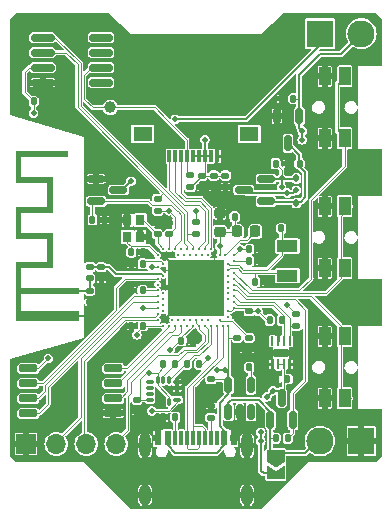
<source format=gbr>
%TF.GenerationSoftware,KiCad,Pcbnew,7.0.1*%
%TF.CreationDate,2024-04-01T23:51:06+01:00*%
%TF.ProjectId,Hardware,48617264-7761-4726-952e-6b696361645f,rev?*%
%TF.SameCoordinates,Original*%
%TF.FileFunction,Copper,L2,Bot*%
%TF.FilePolarity,Positive*%
%FSLAX46Y46*%
G04 Gerber Fmt 4.6, Leading zero omitted, Abs format (unit mm)*
G04 Created by KiCad (PCBNEW 7.0.1) date 2024-04-01 23:51:06*
%MOMM*%
%LPD*%
G01*
G04 APERTURE LIST*
G04 Aperture macros list*
%AMRoundRect*
0 Rectangle with rounded corners*
0 $1 Rounding radius*
0 $2 $3 $4 $5 $6 $7 $8 $9 X,Y pos of 4 corners*
0 Add a 4 corners polygon primitive as box body*
4,1,4,$2,$3,$4,$5,$6,$7,$8,$9,$2,$3,0*
0 Add four circle primitives for the rounded corners*
1,1,$1+$1,$2,$3*
1,1,$1+$1,$4,$5*
1,1,$1+$1,$6,$7*
1,1,$1+$1,$8,$9*
0 Add four rect primitives between the rounded corners*
20,1,$1+$1,$2,$3,$4,$5,0*
20,1,$1+$1,$4,$5,$6,$7,0*
20,1,$1+$1,$6,$7,$8,$9,0*
20,1,$1+$1,$8,$9,$2,$3,0*%
%AMFreePoly0*
4,1,6,1.000000,0.000000,0.500000,-0.750000,-0.500000,-0.750000,-0.500000,0.750000,0.500000,0.750000,1.000000,0.000000,1.000000,0.000000,$1*%
%AMFreePoly1*
4,1,6,0.500000,-0.750000,-0.650000,-0.750000,-0.150000,0.000000,-0.650000,0.750000,0.500000,0.750000,0.500000,-0.750000,0.500000,-0.750000,$1*%
G04 Aperture macros list end*
%TA.AperFunction,SMDPad,CuDef*%
%ADD10RoundRect,0.135000X-0.185000X0.135000X-0.185000X-0.135000X0.185000X-0.135000X0.185000X0.135000X0*%
%TD*%
%TA.AperFunction,SMDPad,CuDef*%
%ADD11RoundRect,0.140000X0.140000X0.170000X-0.140000X0.170000X-0.140000X-0.170000X0.140000X-0.170000X0*%
%TD*%
%TA.AperFunction,SMDPad,CuDef*%
%ADD12RoundRect,0.140000X-0.170000X0.140000X-0.170000X-0.140000X0.170000X-0.140000X0.170000X0.140000X0*%
%TD*%
%TA.AperFunction,SMDPad,CuDef*%
%ADD13R,0.300000X1.000000*%
%TD*%
%TA.AperFunction,SMDPad,CuDef*%
%ADD14R,1.650000X1.300000*%
%TD*%
%TA.AperFunction,SMDPad,CuDef*%
%ADD15RoundRect,0.218750X-0.218750X-0.256250X0.218750X-0.256250X0.218750X0.256250X-0.218750X0.256250X0*%
%TD*%
%TA.AperFunction,SMDPad,CuDef*%
%ADD16R,2.300000X2.300000*%
%TD*%
%TA.AperFunction,SMDPad,CuDef*%
%ADD17O,2.300000X2.300000*%
%TD*%
%TA.AperFunction,SMDPad,CuDef*%
%ADD18RoundRect,0.140000X-0.140000X-0.170000X0.140000X-0.170000X0.140000X0.170000X-0.140000X0.170000X0*%
%TD*%
%TA.AperFunction,SMDPad,CuDef*%
%ADD19RoundRect,0.150000X-0.150000X0.512500X-0.150000X-0.512500X0.150000X-0.512500X0.150000X0.512500X0*%
%TD*%
%TA.AperFunction,SMDPad,CuDef*%
%ADD20RoundRect,0.087500X0.225000X0.087500X-0.225000X0.087500X-0.225000X-0.087500X0.225000X-0.087500X0*%
%TD*%
%TA.AperFunction,SMDPad,CuDef*%
%ADD21RoundRect,0.087500X0.087500X0.225000X-0.087500X0.225000X-0.087500X-0.225000X0.087500X-0.225000X0*%
%TD*%
%TA.AperFunction,SMDPad,CuDef*%
%ADD22RoundRect,0.135000X-0.135000X-0.185000X0.135000X-0.185000X0.135000X0.185000X-0.135000X0.185000X0*%
%TD*%
%TA.AperFunction,SMDPad,CuDef*%
%ADD23FreePoly0,270.000000*%
%TD*%
%TA.AperFunction,SMDPad,CuDef*%
%ADD24FreePoly1,270.000000*%
%TD*%
%TA.AperFunction,SMDPad,CuDef*%
%ADD25RoundRect,0.150000X0.825000X0.150000X-0.825000X0.150000X-0.825000X-0.150000X0.825000X-0.150000X0*%
%TD*%
%TA.AperFunction,SMDPad,CuDef*%
%ADD26RoundRect,0.135000X0.135000X0.185000X-0.135000X0.185000X-0.135000X-0.185000X0.135000X-0.185000X0*%
%TD*%
%TA.AperFunction,ConnectorPad*%
%ADD27R,0.500000X0.500000*%
%TD*%
%TA.AperFunction,ComponentPad*%
%ADD28R,0.500000X0.900000*%
%TD*%
%TA.AperFunction,SMDPad,CuDef*%
%ADD29R,0.800000X0.900000*%
%TD*%
%TA.AperFunction,SMDPad,CuDef*%
%ADD30RoundRect,0.150000X0.150000X-0.587500X0.150000X0.587500X-0.150000X0.587500X-0.150000X-0.587500X0*%
%TD*%
%TA.AperFunction,SMDPad,CuDef*%
%ADD31R,1.000000X1.550000*%
%TD*%
%TA.AperFunction,SMDPad,CuDef*%
%ADD32RoundRect,0.150000X0.150000X-0.512500X0.150000X0.512500X-0.150000X0.512500X-0.150000X-0.512500X0*%
%TD*%
%TA.AperFunction,SMDPad,CuDef*%
%ADD33C,0.250000*%
%TD*%
%TA.AperFunction,SMDPad,CuDef*%
%ADD34R,4.850000X4.850000*%
%TD*%
%TA.AperFunction,SMDPad,CuDef*%
%ADD35RoundRect,0.140000X0.170000X-0.140000X0.170000X0.140000X-0.170000X0.140000X-0.170000X-0.140000X0*%
%TD*%
%TA.AperFunction,SMDPad,CuDef*%
%ADD36R,1.800000X1.000000*%
%TD*%
%TA.AperFunction,SMDPad,CuDef*%
%ADD37RoundRect,0.112500X0.112500X-0.187500X0.112500X0.187500X-0.112500X0.187500X-0.112500X-0.187500X0*%
%TD*%
%TA.AperFunction,SMDPad,CuDef*%
%ADD38RoundRect,0.135000X0.185000X-0.135000X0.185000X0.135000X-0.185000X0.135000X-0.185000X-0.135000X0*%
%TD*%
%TA.AperFunction,SMDPad,CuDef*%
%ADD39RoundRect,0.147500X0.172500X-0.147500X0.172500X0.147500X-0.172500X0.147500X-0.172500X-0.147500X0*%
%TD*%
%TA.AperFunction,SMDPad,CuDef*%
%ADD40RoundRect,0.225000X0.250000X-0.225000X0.250000X0.225000X-0.250000X0.225000X-0.250000X-0.225000X0*%
%TD*%
%TA.AperFunction,SMDPad,CuDef*%
%ADD41RoundRect,0.150000X-0.587500X-0.150000X0.587500X-0.150000X0.587500X0.150000X-0.587500X0.150000X0*%
%TD*%
%TA.AperFunction,SMDPad,CuDef*%
%ADD42R,1.700000X1.700000*%
%TD*%
%TA.AperFunction,SMDPad,CuDef*%
%ADD43O,1.700000X1.700000*%
%TD*%
%TA.AperFunction,SMDPad,CuDef*%
%ADD44RoundRect,0.150000X0.650000X0.150000X-0.650000X0.150000X-0.650000X-0.150000X0.650000X-0.150000X0*%
%TD*%
%TA.AperFunction,SMDPad,CuDef*%
%ADD45R,0.600000X1.240000*%
%TD*%
%TA.AperFunction,SMDPad,CuDef*%
%ADD46R,0.300000X1.240000*%
%TD*%
%TA.AperFunction,ComponentPad*%
%ADD47O,1.000000X1.800000*%
%TD*%
%TA.AperFunction,ComponentPad*%
%ADD48O,1.000000X2.100000*%
%TD*%
%TA.AperFunction,SMDPad,CuDef*%
%ADD49RoundRect,0.150000X0.587500X0.150000X-0.587500X0.150000X-0.587500X-0.150000X0.587500X-0.150000X0*%
%TD*%
%TA.AperFunction,SMDPad,CuDef*%
%ADD50C,1.000000*%
%TD*%
%TA.AperFunction,SMDPad,CuDef*%
%ADD51RoundRect,0.062500X0.062500X-0.325000X0.062500X0.325000X-0.062500X0.325000X-0.062500X-0.325000X0*%
%TD*%
%TA.AperFunction,SMDPad,CuDef*%
%ADD52R,1.200000X0.800000*%
%TD*%
%TA.AperFunction,ViaPad*%
%ADD53C,0.500000*%
%TD*%
%TA.AperFunction,Conductor*%
%ADD54C,0.200000*%
%TD*%
%TA.AperFunction,Conductor*%
%ADD55C,0.100000*%
%TD*%
G04 APERTURE END LIST*
%TA.AperFunction,EtchedComponent*%
%TO.C,AE1*%
G36*
X179475000Y-88350000D02*
G01*
X179475000Y-87907267D01*
X184477018Y-87907267D01*
X184484908Y-87955353D01*
X184501814Y-87988245D01*
X184538584Y-88023185D01*
X184583378Y-88042847D01*
X184631785Y-88047583D01*
X184679395Y-88037742D01*
X184721797Y-88013674D01*
X184754581Y-87975731D01*
X184758935Y-87967819D01*
X184771043Y-87925156D01*
X184770300Y-87876637D01*
X184757400Y-87831122D01*
X184746787Y-87812511D01*
X184711553Y-87778868D01*
X184666368Y-87758309D01*
X184616842Y-87751778D01*
X184568583Y-87760218D01*
X184536357Y-87777112D01*
X184503687Y-87812372D01*
X184483592Y-87857682D01*
X184477018Y-87907267D01*
X179475000Y-87907267D01*
X179475000Y-83350000D01*
X182115000Y-83350000D01*
X182115000Y-81350000D01*
X179475000Y-81350000D01*
X179475000Y-78650000D01*
X182115000Y-78650000D01*
X182115000Y-76650000D01*
X179475000Y-76650000D01*
X179475000Y-73950000D01*
X183915000Y-73950000D01*
X183915000Y-74450000D01*
X179975000Y-74450000D01*
X179975000Y-76150000D01*
X182615000Y-76150000D01*
X182615000Y-79150000D01*
X179975000Y-79150000D01*
X179975000Y-80850000D01*
X182615000Y-80850000D01*
X182615000Y-83850000D01*
X179975000Y-83850000D01*
X179975000Y-85550000D01*
X184875000Y-85550000D01*
X184875000Y-86050000D01*
X179975000Y-86050000D01*
X179975000Y-87450000D01*
X184875000Y-87450000D01*
X184875000Y-88350000D01*
X184631785Y-88350000D01*
X179475000Y-88350000D01*
G37*
%TD.AperFunction*%
%TD*%
D10*
%TO.P,R7,1*%
%TO.N,+3V3*%
X203250000Y-87740000D03*
%TO.P,R7,2*%
%TO.N,/FG_SDA*%
X203250000Y-88760000D03*
%TD*%
D11*
%TO.P,C35,1*%
%TO.N,+3V3*%
X202980000Y-69500000D03*
%TO.P,C35,2*%
%TO.N,GND*%
X202020000Y-69500000D03*
%TD*%
%TO.P,C19,1*%
%TO.N,+BATT*%
X202500000Y-93250000D03*
%TO.P,C19,2*%
%TO.N,GND*%
X201540000Y-93250000D03*
%TD*%
%TO.P,C15,1*%
%TO.N,+3V3*%
X190250000Y-88750000D03*
%TO.P,C15,2*%
%TO.N,GND*%
X189290000Y-88750000D03*
%TD*%
D12*
%TO.P,C9,1*%
%TO.N,Net-(U1-ANT)*%
X186750000Y-83770000D03*
%TO.P,C9,2*%
%TO.N,GND*%
X186750000Y-84730000D03*
%TD*%
%TO.P,C36,1*%
%TO.N,+3V3*%
X189750000Y-95020000D03*
%TO.P,C36,2*%
%TO.N,GND*%
X189750000Y-95980000D03*
%TD*%
D13*
%TO.P,J2,1,Pin_1*%
%TO.N,/LCD_SCLK*%
X192500000Y-74400000D03*
%TO.P,J2,2,Pin_2*%
%TO.N,/LCD_SDI*%
X193000000Y-74400000D03*
%TO.P,J2,3,Pin_3*%
%TO.N,/LCD_CS*%
X193500000Y-74400000D03*
%TO.P,J2,4,Pin_4*%
%TO.N,/LCD_REFRESH*%
X194000000Y-74400000D03*
%TO.P,J2,5,Pin_5*%
%TO.N,+3V3*%
X194500000Y-74400000D03*
%TO.P,J2,6,Pin_6*%
X195000000Y-74400000D03*
%TO.P,J2,7,Pin_7*%
X195500000Y-74400000D03*
%TO.P,J2,8,Pin_8*%
X196000000Y-74400000D03*
%TO.P,J2,9,Pin_9*%
%TO.N,GND*%
X196500000Y-74400000D03*
%TO.P,J2,10,Pin_10*%
X197000000Y-74400000D03*
D14*
%TO.P,J2,MP*%
%TO.N,N/C*%
X190225000Y-72500000D03*
X199275000Y-72500000D03*
%TD*%
D15*
%TO.P,L3,1,1*%
%TO.N,Net-(U1-DEC4)*%
X198212500Y-80750000D03*
%TO.P,L3,2,2*%
%TO.N,Net-(U1-DCC)*%
X199787500Y-80750000D03*
%TD*%
D16*
%TO.P,J4,1,Pin_1*%
%TO.N,GND*%
X208750000Y-98500000D03*
D17*
%TO.P,J4,2,Pin_2*%
%TO.N,Net-(#FLG06-pwr)*%
X205250000Y-98500000D03*
%TD*%
D18*
%TO.P,C1,1*%
%TO.N,Net-(U1-DEC4)*%
X198020000Y-79500000D03*
%TO.P,C1,2*%
%TO.N,GND*%
X198980000Y-79500000D03*
%TD*%
D19*
%TO.P,U4,1,GND*%
%TO.N,GND*%
X201600000Y-71000000D03*
%TO.P,U4,2,VO*%
%TO.N,+3V3*%
X203500000Y-71000000D03*
%TO.P,U4,3,VI*%
%TO.N,Net-(#FLG01-pwr)*%
X202550000Y-73275000D03*
%TD*%
D20*
%TO.P,U5,1,SDO/SA0*%
%TO.N,GND*%
X193162500Y-93500000D03*
%TO.P,U5,2,SDX*%
X193162500Y-94000000D03*
%TO.P,U5,3,SCX*%
X193162500Y-94500000D03*
%TO.P,U5,4,INT1*%
%TO.N,/IMU_INT*%
X193162500Y-95000000D03*
D21*
%TO.P,U5,5,VDDIO*%
%TO.N,+3V3*%
X192500000Y-95162500D03*
%TO.P,U5,6,GND*%
%TO.N,GND*%
X192000000Y-95162500D03*
%TO.P,U5,7,GND*%
X191500000Y-95162500D03*
D20*
%TO.P,U5,8,VDD*%
%TO.N,+3V3*%
X190837500Y-95000000D03*
%TO.P,U5,9,INT2*%
%TO.N,unconnected-(U5-INT2-Pad9)*%
X190837500Y-94500000D03*
%TO.P,U5,10,NC*%
%TO.N,unconnected-(U5-NC-Pad10)*%
X190837500Y-94000000D03*
%TO.P,U5,11,NC*%
%TO.N,unconnected-(U5-NC-Pad11)*%
X190837500Y-93500000D03*
D21*
%TO.P,U5,12,CS*%
%TO.N,+3V3*%
X191500000Y-93337500D03*
%TO.P,U5,13,SCL*%
%TO.N,/IMU_SCL*%
X192000000Y-93337500D03*
%TO.P,U5,14,SDA*%
%TO.N,/IMU_SDA*%
X192500000Y-93337500D03*
%TD*%
D18*
%TO.P,C14,1*%
%TO.N,+3V3*%
X193520000Y-90000000D03*
%TO.P,C14,2*%
%TO.N,GND*%
X194480000Y-90000000D03*
%TD*%
D22*
%TO.P,R9,1*%
%TO.N,GND*%
X198240000Y-92250000D03*
%TO.P,R9,2*%
%TO.N,Net-(U2-PROG)*%
X199260000Y-92250000D03*
%TD*%
D23*
%TO.P,JP1,1,A*%
%TO.N,Net-(#FLG06-pwr)*%
X201500000Y-99775000D03*
D24*
%TO.P,JP1,2,B*%
%TO.N,+BATT*%
X201500000Y-101225000D03*
%TD*%
D11*
%TO.P,C2,1*%
%TO.N,GND*%
X190230000Y-82500000D03*
%TO.P,C2,2*%
%TO.N,Net-(U1-XC1)*%
X189270000Y-82500000D03*
%TD*%
D18*
%TO.P,C37,1*%
%TO.N,+3V3*%
X181020000Y-69750000D03*
%TO.P,C37,2*%
%TO.N,GND*%
X181980000Y-69750000D03*
%TD*%
D25*
%TO.P,U6,1,32KHZ*%
%TO.N,unconnected-(U6-32KHZ-Pad1)*%
X186725000Y-64345000D03*
%TO.P,U6,2,VCC*%
%TO.N,unconnected-(U6-VCC-Pad2)*%
X186725000Y-65615000D03*
%TO.P,U6,3,~{INT}/SQW*%
%TO.N,/LCD_REFRESH*%
X186725000Y-66885000D03*
%TO.P,U6,4,~{RST}*%
%TO.N,unconnected-(U6-~{RST}-Pad4)*%
X186725000Y-68155000D03*
%TO.P,U6,5,GND*%
%TO.N,GND*%
X181775000Y-68155000D03*
%TO.P,U6,6,VBAT*%
%TO.N,+3V3*%
X181775000Y-66885000D03*
%TO.P,U6,7,SDA*%
%TO.N,/RTC_SCL*%
X181775000Y-65615000D03*
%TO.P,U6,8,SCL*%
%TO.N,/RTC_SDA*%
X181775000Y-64345000D03*
%TD*%
D12*
%TO.P,C13,1*%
%TO.N,+3V3*%
X199250000Y-87520000D03*
%TO.P,C13,2*%
%TO.N,GND*%
X199250000Y-88480000D03*
%TD*%
D26*
%TO.P,R1,1*%
%TO.N,Net-(J1-CC2)*%
X193010000Y-96500000D03*
%TO.P,R1,2*%
%TO.N,GND*%
X191990000Y-96500000D03*
%TD*%
D18*
%TO.P,C16,1*%
%TO.N,GND*%
X201020000Y-80500000D03*
%TO.P,C16,2*%
%TO.N,Net-(U1-XL1{slash}P0.00)*%
X201980000Y-80500000D03*
%TD*%
D27*
%TO.P,AE1,1,FEED*%
%TO.N,Net-(AE1-FEED)*%
X184625000Y-85800000D03*
D28*
%TO.P,AE1,2,PCB_Trace*%
%TO.N,GND*%
X184625000Y-87900000D03*
%TD*%
D22*
%TO.P,R8,1*%
%TO.N,+3V3*%
X200990000Y-88250000D03*
%TO.P,R8,2*%
%TO.N,/FG_SCL*%
X202010000Y-88250000D03*
%TD*%
D29*
%TO.P,Y1,1,1*%
%TO.N,Net-(U1-XC1)*%
X188950000Y-81200000D03*
%TO.P,Y1,2,2*%
%TO.N,GND*%
X188950000Y-79800000D03*
%TO.P,Y1,3,3*%
%TO.N,Net-(U1-XC2)*%
X190050000Y-79800000D03*
%TO.P,Y1,4,4*%
%TO.N,GND*%
X190050000Y-81200000D03*
%TD*%
D30*
%TO.P,Q4,1,G*%
%TO.N,/POWER_LATCH*%
X202950000Y-96687500D03*
%TO.P,Q4,2,S*%
%TO.N,Net-(#FLG06-pwr)*%
X201050000Y-96687500D03*
%TO.P,Q4,3,D*%
%TO.N,+BATT*%
X202000000Y-94812500D03*
%TD*%
D31*
%TO.P,SW1,1,1*%
%TO.N,/MENU_BUTTON*%
X207350000Y-83875000D03*
X207350000Y-78625000D03*
%TO.P,SW1,2,2*%
%TO.N,GND*%
X205650000Y-83875000D03*
X205650000Y-78625000D03*
%TD*%
D22*
%TO.P,R6,1*%
%TO.N,+3V3*%
X191990000Y-92000000D03*
%TO.P,R6,2*%
%TO.N,/IMU_SCL*%
X193010000Y-92000000D03*
%TD*%
D18*
%TO.P,C12,1*%
%TO.N,+3V3*%
X199270000Y-82250000D03*
%TO.P,C12,2*%
%TO.N,GND*%
X200230000Y-82250000D03*
%TD*%
D32*
%TO.P,U2,1,~{CHRG}*%
%TO.N,unconnected-(U2-~{CHRG}-Pad1)*%
X199400000Y-96025000D03*
%TO.P,U2,2,GND*%
%TO.N,GND*%
X198450000Y-96025000D03*
%TO.P,U2,3,BAT*%
%TO.N,Net-(#FLG06-pwr)*%
X197500000Y-96025000D03*
%TO.P,U2,4,VCC*%
%TO.N,VBUS*%
X197500000Y-93750000D03*
%TO.P,U2,5,PROG*%
%TO.N,Net-(U2-PROG)*%
X199400000Y-93750000D03*
%TD*%
D33*
%TO.P,U1,A8,AIN7/P0.31*%
%TO.N,/LCD_CS*%
X196000000Y-82250000D03*
%TO.P,U1,A10,AIN5/P0.29*%
%TO.N,/LCD_SDI*%
X195500000Y-82250000D03*
%TO.P,U1,A12,AIN0/P0.02*%
%TO.N,/LCD_SCLK*%
X195000000Y-82250000D03*
%TO.P,U1,A14,P1.15*%
%TO.N,/RTC_SDA*%
X194500000Y-82250000D03*
%TO.P,U1,A16,P1.13*%
%TO.N,/RTC_SCL*%
X194000000Y-82250000D03*
%TO.P,U1,A18,DEC2*%
%TO.N,unconnected-(U1-DEC2-PadA18)*%
X193500000Y-82250000D03*
%TO.P,U1,A20,P1.10*%
%TO.N,/MOTOR_EN*%
X193000000Y-82250000D03*
%TO.P,U1,A22,VDD*%
%TO.N,+3V3*%
X192500000Y-82250000D03*
%TO.P,U1,A23,XC2*%
%TO.N,Net-(U1-XC2)*%
X192000000Y-82250000D03*
%TO.P,U1,AA24,SWDCLK*%
%TO.N,/SWDCLK*%
X191500000Y-87750000D03*
%TO.P,U1,AB2,DCCH*%
%TO.N,unconnected-(U1-DCCH-PadAB2)*%
X197500000Y-88000000D03*
%TO.P,U1,AC5,DECUSB*%
%TO.N,Net-(U1-DECUSB)*%
X196750000Y-88250000D03*
%TO.P,U1,AC9,P0.14*%
%TO.N,unconnected-(U1-P0.14-PadAC9)*%
X195750000Y-88250000D03*
%TO.P,U1,AC11,P0.16*%
%TO.N,unconnected-(U1-P0.16-PadAC11)*%
X195250000Y-88250000D03*
%TO.P,U1,AC13,P0.18/~{RESET}*%
%TO.N,/~{RESET}*%
X194750000Y-88250000D03*
%TO.P,U1,AC15,P0.19*%
%TO.N,unconnected-(U1-P0.19-PadAC15)*%
X194250000Y-88250000D03*
%TO.P,U1,AC17,P0.21*%
%TO.N,unconnected-(U1-P0.21-PadAC17)*%
X193750000Y-88250000D03*
%TO.P,U1,AC19,P0.23*%
%TO.N,unconnected-(U1-P0.23-PadAC19)*%
X193250000Y-88250000D03*
%TO.P,U1,AC21,P0.25*%
%TO.N,unconnected-(U1-P0.25-PadAC21)*%
X192750000Y-88250000D03*
%TO.P,U1,AC24,SWDIO*%
%TO.N,/SWDIO*%
X191500000Y-88250000D03*
%TO.P,U1,AD2,VBUS*%
%TO.N,VBUS*%
X197500000Y-88750000D03*
%TO.P,U1,AD4,D-*%
%TO.N,/USB_DN*%
X197000000Y-88750000D03*
%TO.P,U1,AD6,D+*%
%TO.N,/USB_DP*%
X196500000Y-88750000D03*
%TO.P,U1,AD8,P0.13*%
%TO.N,/IMU_SDA*%
X196000000Y-88750000D03*
%TO.P,U1,AD10,P0.15*%
%TO.N,/IMU_SCL*%
X195500000Y-88750000D03*
%TO.P,U1,AD12,P0.17*%
%TO.N,/~{RESET}*%
X195000000Y-88750000D03*
%TO.P,U1,AD14,VDD*%
%TO.N,+3V3*%
X194500000Y-88750000D03*
%TO.P,U1,AD16,P0.20*%
%TO.N,unconnected-(U1-P0.20-PadAD16)*%
X194000000Y-88750000D03*
%TO.P,U1,AD18,P0.22*%
%TO.N,/QSPI_D2*%
X193500000Y-88750000D03*
%TO.P,U1,AD20,P0.24*%
%TO.N,/QSPI_D1*%
X193000000Y-88750000D03*
%TO.P,U1,AD22,TRACEDATA0/P1.00*%
%TO.N,/QSPI_CS*%
X192500000Y-88750000D03*
%TO.P,U1,AD23,VDD*%
%TO.N,+3V3*%
X192000000Y-88750000D03*
%TO.P,U1,B1,VDD*%
X198000000Y-82750000D03*
%TO.P,U1,B3,DCC*%
%TO.N,Net-(U1-DCC)*%
X197250000Y-82750000D03*
%TO.P,U1,B5,DEC4*%
%TO.N,Net-(U1-DEC4)*%
X196750000Y-82750000D03*
%TO.P,U1,B7,VSS*%
%TO.N,GND*%
X196250000Y-82750000D03*
%TO.P,U1,B9,AIN6/P0.30*%
%TO.N,unconnected-(U1-AIN6{slash}P0.30-PadB9)*%
X195750000Y-82750000D03*
%TO.P,U1,B11,AIN4/P0.28*%
%TO.N,unconnected-(U1-AIN4{slash}P0.28-PadB11)*%
X195250000Y-82750000D03*
%TO.P,U1,B13,AIN1/P0.03*%
%TO.N,unconnected-(U1-AIN1{slash}P0.03-PadB13)*%
X194750000Y-82750000D03*
%TO.P,U1,B15,P1.14*%
%TO.N,unconnected-(U1-P1.14-PadB15)*%
X194250000Y-82750000D03*
%TO.P,U1,B17,P1.12*%
%TO.N,unconnected-(U1-P1.12-PadB17)*%
X193750000Y-82750000D03*
%TO.P,U1,B19,P1.11*%
%TO.N,unconnected-(U1-P1.11-PadB19)*%
X193250000Y-82750000D03*
%TO.P,U1,B24,XC1*%
%TO.N,Net-(U1-XC1)*%
X191500000Y-82750000D03*
%TO.P,U1,C1,DEC1*%
%TO.N,Net-(U1-DEC1)*%
X198000000Y-83250000D03*
%TO.P,U1,D2,XL1/P0.00*%
%TO.N,Net-(U1-XL1{slash}P0.00)*%
X197500000Y-83500000D03*
%TO.P,U1,D23,DEC3*%
%TO.N,Net-(U1-DEC3)*%
X192000000Y-83500000D03*
%TO.P,U1,E24,DEC6*%
%TO.N,Net-(U1-DEC4)*%
X191500000Y-83750000D03*
D34*
%TO.P,U1,EP,VSS*%
%TO.N,GND*%
X194750000Y-85500000D03*
D33*
%TO.P,U1,F2,XL2/P0.01*%
%TO.N,Net-(U1-XL2{slash}P0.01)*%
X197500000Y-84000000D03*
%TO.P,U1,F23,VSS_PA*%
%TO.N,GND*%
X192000000Y-84000000D03*
%TO.P,U1,G1,P0.26*%
%TO.N,/UP_BUTTON*%
X198000000Y-84250000D03*
%TO.P,U1,H2,P0.27*%
%TO.N,unconnected-(U1-P0.27-PadH2)*%
X197500000Y-84500000D03*
%TO.P,U1,H23,ANT*%
%TO.N,Net-(U1-ANT)*%
X192000000Y-84500000D03*
%TO.P,U1,J1,AIN2/P0.04*%
%TO.N,/MENU_BUTTON*%
X198000000Y-84750000D03*
%TO.P,U1,J24,NFC2/P0.10*%
%TO.N,/QSPI_D3*%
X191500000Y-84750000D03*
%TO.P,U1,K2,AIN3/P0.05*%
%TO.N,unconnected-(U1-AIN3{slash}P0.05-PadK2)*%
X197500000Y-85000000D03*
%TO.P,U1,L1,P0.06*%
%TO.N,/DOWN_BUTTON*%
X198000000Y-85250000D03*
%TO.P,U1,L24,NFC1/P0.09*%
%TO.N,unconnected-(U1-NFC1{slash}P0.09-PadL24)*%
X191500000Y-85250000D03*
%TO.P,U1,M2,TRACECLK/P0.07*%
%TO.N,unconnected-(U1-TRACECLK{slash}P0.07-PadM2)*%
X197500000Y-85500000D03*
%TO.P,U1,N1,P0.08*%
%TO.N,/POWER_LATCH*%
X198000000Y-85750000D03*
%TO.P,U1,N24,DEC5*%
%TO.N,Net-(U1-DEC5)*%
X191500000Y-85750000D03*
%TO.P,U1,P2,P1.08*%
%TO.N,unconnected-(U1-P1.08-PadP2)*%
X197500000Y-86000000D03*
%TO.P,U1,P23,P1.07*%
%TO.N,unconnected-(U1-P1.07-PadP23)*%
X192000000Y-86000000D03*
%TO.P,U1,R1,TRACEDATA3/P1.09*%
%TO.N,/FG_SDA*%
X198000000Y-86250000D03*
%TO.P,U1,R24,P1.06*%
%TO.N,/QSPI_SCK*%
X191500000Y-86250000D03*
%TO.P,U1,T2,TRACEDATA2/P0.11*%
%TO.N,unconnected-(U1-TRACEDATA2{slash}P0.11-PadT2)*%
X197500000Y-86500000D03*
%TO.P,U1,T23,P1.05*%
%TO.N,unconnected-(U1-P1.05-PadT23)*%
X192000000Y-86500000D03*
%TO.P,U1,U1,TRACEDATA1/P0.12*%
%TO.N,/FG_SCL*%
X198000000Y-86750000D03*
%TO.P,U1,U24,P1.04*%
%TO.N,/QSPI_D0*%
X191500000Y-86750000D03*
%TO.P,U1,V23,P1.03*%
%TO.N,unconnected-(U1-P1.03-PadV23)*%
X192000000Y-87000000D03*
%TO.P,U1,W1,VDD*%
%TO.N,+3V3*%
X198000000Y-87250000D03*
%TO.P,U1,W24,P1.02*%
%TO.N,/IMU_INT*%
X191500000Y-87250000D03*
%TO.P,U1,Y2,VDDH*%
%TO.N,+3V3*%
X197500000Y-87500000D03*
%TO.P,U1,Y23,P1.01*%
%TO.N,unconnected-(U1-P1.01-PadY23)*%
X192000000Y-87500000D03*
%TD*%
D12*
%TO.P,C22,1*%
%TO.N,+3V3*%
X197250000Y-76020000D03*
%TO.P,C22,2*%
%TO.N,GND*%
X197250000Y-76980000D03*
%TD*%
D10*
%TO.P,R14,1*%
%TO.N,+3V3*%
X194750000Y-79980000D03*
%TO.P,R14,2*%
%TO.N,/RTC_SDA*%
X194750000Y-81000000D03*
%TD*%
D35*
%TO.P,C18,1*%
%TO.N,+3V3*%
X192500000Y-81000000D03*
%TO.P,C18,2*%
%TO.N,GND*%
X192500000Y-80040000D03*
%TD*%
D12*
%TO.P,C21,1*%
%TO.N,+3V3*%
X196250000Y-76020000D03*
%TO.P,C21,2*%
%TO.N,GND*%
X196250000Y-76980000D03*
%TD*%
D26*
%TO.P,R10,1*%
%TO.N,/POWER_LATCH*%
X202510000Y-98250000D03*
%TO.P,R10,2*%
%TO.N,Net-(#FLG06-pwr)*%
X201490000Y-98250000D03*
%TD*%
D36*
%TO.P,Y2,1,1*%
%TO.N,Net-(U1-XL2{slash}P0.01)*%
X202500000Y-84500000D03*
%TO.P,Y2,2,2*%
%TO.N,Net-(U1-XL1{slash}P0.00)*%
X202500000Y-82000000D03*
%TD*%
D26*
%TO.P,R3,1*%
%TO.N,GND*%
X202510000Y-75000000D03*
%TO.P,R3,2*%
%TO.N,VBUS*%
X201490000Y-75000000D03*
%TD*%
D35*
%TO.P,C3,1*%
%TO.N,Net-(U1-XC2)*%
X191500000Y-80980000D03*
%TO.P,C3,2*%
%TO.N,GND*%
X191500000Y-80020000D03*
%TD*%
D37*
%TO.P,D1,1,K*%
%TO.N,Net-(#FLG01-pwr)*%
X203250000Y-78350000D03*
%TO.P,D1,2,A*%
%TO.N,VBUS*%
X203250000Y-76250000D03*
%TD*%
D38*
%TO.P,R2,1*%
%TO.N,Net-(J1-CC1)*%
X196000000Y-96510000D03*
%TO.P,R2,2*%
%TO.N,GND*%
X196000000Y-95490000D03*
%TD*%
D12*
%TO.P,C10,1*%
%TO.N,Net-(U1-DECUSB)*%
X199250000Y-89770000D03*
%TO.P,C10,2*%
%TO.N,GND*%
X199250000Y-90730000D03*
%TD*%
D18*
%TO.P,C8,1*%
%TO.N,Net-(U1-DEC1)*%
X199270000Y-83250000D03*
%TO.P,C8,2*%
%TO.N,GND*%
X200230000Y-83250000D03*
%TD*%
D39*
%TO.P,L1,1,1*%
%TO.N,Net-(AE1-FEED)*%
X185750000Y-84735000D03*
%TO.P,L1,2,2*%
%TO.N,Net-(U1-ANT)*%
X185750000Y-83765000D03*
%TD*%
D12*
%TO.P,C31,1*%
%TO.N,VBUS*%
X196000000Y-93270000D03*
%TO.P,C31,2*%
%TO.N,GND*%
X196000000Y-94230000D03*
%TD*%
D11*
%TO.P,C5,1*%
%TO.N,Net-(U1-DEC5)*%
X190230000Y-85750000D03*
%TO.P,C5,2*%
%TO.N,GND*%
X189270000Y-85750000D03*
%TD*%
D26*
%TO.P,R4,1*%
%TO.N,+3V3*%
X195010000Y-92000000D03*
%TO.P,R4,2*%
%TO.N,/IMU_SDA*%
X193990000Y-92000000D03*
%TD*%
D11*
%TO.P,C34,1*%
%TO.N,GND*%
X204480000Y-75000000D03*
%TO.P,C34,2*%
%TO.N,Net-(#FLG01-pwr)*%
X203520000Y-75000000D03*
%TD*%
D31*
%TO.P,SW2,1,1*%
%TO.N,/UP_BUTTON*%
X207350000Y-72875000D03*
X207350000Y-67625000D03*
%TO.P,SW2,2,2*%
%TO.N,GND*%
X205650000Y-72875000D03*
X205650000Y-67625000D03*
%TD*%
D18*
%TO.P,C17,1*%
%TO.N,Net-(U1-XL2{slash}P0.01)*%
X199770000Y-85000000D03*
%TO.P,C17,2*%
%TO.N,GND*%
X200730000Y-85000000D03*
%TD*%
D40*
%TO.P,C4,1*%
%TO.N,Net-(U1-DEC4)*%
X196750000Y-80775000D03*
%TO.P,C4,2*%
%TO.N,GND*%
X196750000Y-79225000D03*
%TD*%
D41*
%TO.P,Q2,1,G*%
%TO.N,/MOTOR_EN*%
X186312500Y-78200000D03*
%TO.P,Q2,2,S*%
%TO.N,GND*%
X186312500Y-76300000D03*
%TO.P,Q2,3,D*%
%TO.N,Net-(J5-Pin_1)*%
X188187500Y-77250000D03*
%TD*%
D12*
%TO.P,C20,1*%
%TO.N,+3V3*%
X195250000Y-76040000D03*
%TO.P,C20,2*%
%TO.N,GND*%
X195250000Y-77000000D03*
%TD*%
D16*
%TO.P,J5,1,Pin_1*%
%TO.N,Net-(J5-Pin_1)*%
X205250000Y-64000000D03*
D17*
%TO.P,J5,2,Pin_2*%
%TO.N,+3V3*%
X208750000Y-64000000D03*
%TD*%
D12*
%TO.P,C6,1*%
%TO.N,Net-(AE1-FEED)*%
X185750000Y-85770000D03*
%TO.P,C6,2*%
%TO.N,GND*%
X185750000Y-86730000D03*
%TD*%
%TO.P,C11,1*%
%TO.N,VBUS*%
X198250000Y-89770000D03*
%TO.P,C11,2*%
%TO.N,GND*%
X198250000Y-90730000D03*
%TD*%
D42*
%TO.P,J3,1,Pin_1*%
%TO.N,GND*%
X180375000Y-98750000D03*
D43*
%TO.P,J3,2,Pin_2*%
%TO.N,/SWDCLK*%
X182915000Y-98750000D03*
%TO.P,J3,3,Pin_3*%
%TO.N,/SWDIO*%
X185455000Y-98750000D03*
%TO.P,J3,4,Pin_4*%
%TO.N,/~{RESET}*%
X187995000Y-98750000D03*
%TD*%
D44*
%TO.P,U7,1,~{CS}*%
%TO.N,/QSPI_CS*%
X187750000Y-92345000D03*
%TO.P,U7,2,DO(IO1)*%
%TO.N,/QSPI_D1*%
X187750000Y-93615000D03*
%TO.P,U7,3,IO2*%
%TO.N,/QSPI_D2*%
X187750000Y-94885000D03*
%TO.P,U7,4,GND*%
%TO.N,GND*%
X187750000Y-96155000D03*
%TO.P,U7,5,DI(IO0)*%
%TO.N,/QSPI_D0*%
X180550000Y-96155000D03*
%TO.P,U7,6,CLK*%
%TO.N,/QSPI_SCK*%
X180550000Y-94885000D03*
%TO.P,U7,7,IO3*%
%TO.N,/QSPI_D3*%
X180550000Y-93615000D03*
%TO.P,U7,8,VCC*%
%TO.N,+3V3*%
X180550000Y-92345000D03*
%TD*%
D31*
%TO.P,SW3,1,1*%
%TO.N,/DOWN_BUTTON*%
X207350000Y-94875000D03*
X207350000Y-89625000D03*
%TO.P,SW3,2,2*%
%TO.N,GND*%
X205650000Y-94875000D03*
X205650000Y-89625000D03*
%TD*%
D45*
%TO.P,J1,A1,GND*%
%TO.N,GND*%
X197950000Y-98275000D03*
%TO.P,J1,A4,VBUS*%
%TO.N,VBUS*%
X197150000Y-98275000D03*
D46*
%TO.P,J1,A5,CC1*%
%TO.N,Net-(J1-CC1)*%
X196000000Y-98275000D03*
%TO.P,J1,A6,D+*%
%TO.N,/USB_DP*%
X195000000Y-98275000D03*
%TO.P,J1,A7,D-*%
%TO.N,/USB_DN*%
X194500000Y-98275000D03*
%TO.P,J1,A8,SBU1*%
%TO.N,unconnected-(J1-SBU1-PadA8)*%
X193500000Y-98275000D03*
D45*
%TO.P,J1,A9,VBUS*%
%TO.N,VBUS*%
X192350000Y-98275000D03*
%TO.P,J1,A12,GND*%
%TO.N,GND*%
X191550000Y-98275000D03*
%TO.P,J1,B1,GND*%
X191550000Y-98275000D03*
%TO.P,J1,B4,VBUS*%
%TO.N,VBUS*%
X192350000Y-98275000D03*
D46*
%TO.P,J1,B5,CC2*%
%TO.N,Net-(J1-CC2)*%
X193000000Y-98275000D03*
%TO.P,J1,B6,D+*%
%TO.N,/USB_DP*%
X194000000Y-98275000D03*
%TO.P,J1,B7,D-*%
%TO.N,/USB_DN*%
X195500000Y-98275000D03*
%TO.P,J1,B8,SBU2*%
%TO.N,unconnected-(J1-SBU2-PadB8)*%
X196500000Y-98275000D03*
D45*
%TO.P,J1,B9,VBUS*%
%TO.N,VBUS*%
X197150000Y-98275000D03*
%TO.P,J1,B12,GND*%
%TO.N,GND*%
X197950000Y-98275000D03*
D47*
%TO.P,J1,S1,SHIELD*%
X199070000Y-103075000D03*
D48*
X199070000Y-98875000D03*
D47*
X190430000Y-103075000D03*
D48*
X190430000Y-98875000D03*
%TD*%
D22*
%TO.P,R11,1*%
%TO.N,/MOTOR_EN*%
X185990000Y-79750000D03*
%TO.P,R11,2*%
%TO.N,GND*%
X187010000Y-79750000D03*
%TD*%
D38*
%TO.P,R5,1*%
%TO.N,+3V3*%
X194250000Y-77010000D03*
%TO.P,R5,2*%
%TO.N,/LCD_REFRESH*%
X194250000Y-75990000D03*
%TD*%
D11*
%TO.P,C7,1*%
%TO.N,Net-(U1-DEC3)*%
X190250000Y-83500000D03*
%TO.P,C7,2*%
%TO.N,GND*%
X189290000Y-83500000D03*
%TD*%
D49*
%TO.P,Q1,1,G*%
%TO.N,VBUS*%
X200687500Y-76300000D03*
%TO.P,Q1,2,S*%
%TO.N,Net-(#FLG01-pwr)*%
X200687500Y-78200000D03*
%TO.P,Q1,3,D*%
%TO.N,+BATT*%
X198812500Y-77250000D03*
%TD*%
D50*
%TO.P,TP2,1,1*%
%TO.N,/LCD_REFRESH*%
X187500000Y-70250000D03*
%TD*%
D51*
%TO.P,U3,1,CTG*%
%TO.N,GND*%
X202700000Y-92000000D03*
%TO.P,U3,2,CELL*%
%TO.N,+BATT*%
X202200000Y-92000000D03*
%TO.P,U3,3,VDD*%
X201700000Y-92000000D03*
%TO.P,U3,4,GND*%
%TO.N,GND*%
X201200000Y-92000000D03*
%TO.P,U3,5,~{ALRT}*%
%TO.N,unconnected-(U3-~{ALRT}-Pad5)*%
X201200000Y-90025000D03*
%TO.P,U3,6,QSTRT*%
%TO.N,GND*%
X201700000Y-90025000D03*
%TO.P,U3,7,SCL*%
%TO.N,/FG_SCL*%
X202200000Y-90025000D03*
%TO.P,U3,8,SDA*%
%TO.N,/FG_SDA*%
X202700000Y-90025000D03*
D52*
%TO.P,U3,9,GND*%
%TO.N,GND*%
X201950000Y-91012500D03*
%TD*%
D38*
%TO.P,R15,1*%
%TO.N,+3V3*%
X191500000Y-79010000D03*
%TO.P,R15,2*%
%TO.N,/RTC_SCL*%
X191500000Y-77990000D03*
%TD*%
D53*
%TO.N,GND*%
X203000000Y-80750000D03*
X188500000Y-69250000D03*
X181750000Y-99750000D03*
X203250000Y-98750000D03*
X189750000Y-96750000D03*
X183250000Y-69750000D03*
X192500000Y-102500000D03*
X200250000Y-90250000D03*
X186000000Y-74750000D03*
X207750000Y-85250000D03*
X196250000Y-100750000D03*
X201500000Y-89000000D03*
X186000000Y-95000000D03*
X195000000Y-95000000D03*
X209250000Y-65750000D03*
X185750000Y-82750000D03*
X204750000Y-88500000D03*
X190976257Y-81527341D03*
X187500000Y-81250000D03*
X186000000Y-96500000D03*
X205750000Y-71250000D03*
X194551600Y-89334090D03*
X191750000Y-75750000D03*
X201000000Y-81750000D03*
X202250000Y-64000000D03*
X188500000Y-89500000D03*
X200000000Y-79500000D03*
X195000000Y-94000000D03*
X199750000Y-74000000D03*
X186000000Y-87500000D03*
X210000000Y-96250000D03*
X191750000Y-71500000D03*
X206500000Y-91000000D03*
X187500000Y-85250000D03*
X179500000Y-97500000D03*
X195000000Y-96500000D03*
X204500000Y-69000000D03*
X190000000Y-66500000D03*
X198750000Y-67250000D03*
X206250000Y-74750000D03*
X188000000Y-72000000D03*
X208500000Y-96750000D03*
X186750000Y-86500000D03*
X194250000Y-70000000D03*
X204250000Y-95000000D03*
X198500000Y-94000000D03*
X205500000Y-96750000D03*
X197750000Y-75000000D03*
X205000000Y-82500000D03*
X206500000Y-93500000D03*
X188500000Y-83500000D03*
X201000000Y-83000000D03*
X209000000Y-75250000D03*
X206250000Y-80250000D03*
X192125000Y-88125000D03*
X184250000Y-63750000D03*
X188500000Y-86250000D03*
X196250000Y-78000000D03*
X197250000Y-78000000D03*
X183750000Y-67000000D03*
X206750000Y-99750000D03*
X202500000Y-83250000D03*
X185500000Y-88000000D03*
X204500000Y-76750000D03*
X186000000Y-88500000D03*
X194500000Y-92750000D03*
X209250000Y-88250000D03*
X182750000Y-95000000D03*
X194000000Y-93250000D03*
X200250000Y-92000000D03*
X192125000Y-82875000D03*
X190000000Y-77500000D03*
X184500000Y-93000000D03*
X192500000Y-97250000D03*
X189500000Y-78750000D03*
X201500000Y-79500000D03*
X204000000Y-73750000D03*
%TO.N,VBUS*%
X197250000Y-92500000D03*
X196500000Y-92500000D03*
X202000000Y-77000000D03*
X202000000Y-76250000D03*
%TO.N,+BATT*%
X200250000Y-97750000D03*
X203250000Y-77250000D03*
X200750000Y-94750000D03*
X200250000Y-98500000D03*
X201250000Y-94250000D03*
X202500000Y-77500000D03*
%TO.N,Net-(U1-DEC4)*%
X196750000Y-82000000D03*
X191000000Y-83750000D03*
%TO.N,+3V3*%
X195750000Y-91500000D03*
X190750000Y-92750000D03*
X198500000Y-82250000D03*
X182250000Y-91500000D03*
X202500000Y-87000000D03*
X203750000Y-72250000D03*
X181000000Y-70750000D03*
X192500000Y-79000000D03*
X203750000Y-73000000D03*
X192585189Y-90750000D03*
X189750000Y-89500000D03*
X194750000Y-79000000D03*
X200000000Y-87500000D03*
X195500000Y-73000000D03*
%TO.N,/IMU_INT*%
X191000000Y-95950497D03*
X190250000Y-87250000D03*
%TO.N,Net-(J5-Pin_1)*%
X193000000Y-71250000D03*
X189250000Y-76500000D03*
%TD*%
D54*
%TO.N,GND*%
X185500000Y-88000000D02*
X186000000Y-87500000D01*
D55*
X193250000Y-84000000D02*
X194750000Y-85500000D01*
X196250000Y-84000000D02*
X194750000Y-85500000D01*
D54*
X194750000Y-85500000D02*
X192125000Y-82875000D01*
X185400000Y-87900000D02*
X185500000Y-88000000D01*
D55*
X196250000Y-82750000D02*
X196250000Y-84000000D01*
X186755000Y-84770000D02*
X186750000Y-84765000D01*
X192000000Y-84000000D02*
X193250000Y-84000000D01*
X194551600Y-89334090D02*
X194480000Y-89405690D01*
X182595000Y-68345000D02*
X181525000Y-68345000D01*
X190520833Y-82750000D02*
X190510833Y-82760000D01*
D54*
X192125000Y-88125000D02*
X194750000Y-85500000D01*
X185500000Y-88000000D02*
X186000000Y-88500000D01*
D55*
X194480000Y-89405690D02*
X194480000Y-90000000D01*
D54*
X184625000Y-87900000D02*
X185400000Y-87900000D01*
D55*
%TO.N,Net-(U1-XC1)*%
X189250000Y-82000000D02*
X188950000Y-81700000D01*
X191500000Y-82750000D02*
X190740000Y-81990000D01*
X189270000Y-82020000D02*
X189250000Y-82000000D01*
X190740000Y-81990000D02*
X189300000Y-81990000D01*
X189270000Y-82500000D02*
X189270000Y-82020000D01*
X188950000Y-81700000D02*
X188950000Y-81200000D01*
X189300000Y-81990000D02*
X189270000Y-82020000D01*
%TO.N,Net-(U1-XC2)*%
X191500000Y-81750000D02*
X191500000Y-80980000D01*
X191480000Y-80980000D02*
X191500000Y-80980000D01*
X192000000Y-82250000D02*
X191500000Y-81750000D01*
X190050000Y-79550000D02*
X191480000Y-80980000D01*
%TO.N,Net-(U1-XL1{slash}P0.00)*%
X197625000Y-83625000D02*
X198375000Y-83625000D01*
X198375000Y-83625000D02*
X198750000Y-84000000D01*
X201980000Y-80500000D02*
X202000000Y-80520000D01*
X197500000Y-83500000D02*
X197625000Y-83625000D01*
X198750000Y-84000000D02*
X200750000Y-84000000D01*
X200750000Y-84000000D02*
X202000000Y-82750000D01*
X202000000Y-82750000D02*
X202000000Y-82000000D01*
X202000000Y-80520000D02*
X202000000Y-82000000D01*
%TO.N,Net-(U1-XL2{slash}P0.01)*%
X200750000Y-84250000D02*
X200250000Y-84250000D01*
X199750000Y-84250000D02*
X198646446Y-84250000D01*
X198271446Y-83875000D02*
X197625000Y-83875000D01*
X199770000Y-85000000D02*
X199770000Y-84270000D01*
X202000000Y-84500000D02*
X201750000Y-84250000D01*
X197625000Y-83875000D02*
X197500000Y-84000000D01*
X201750000Y-84250000D02*
X200750000Y-84250000D01*
X199770000Y-84270000D02*
X199750000Y-84250000D01*
X198646446Y-84250000D02*
X198271446Y-83875000D01*
X200250000Y-84250000D02*
X199750000Y-84250000D01*
D54*
%TO.N,VBUS*%
X197250000Y-92500000D02*
X196500000Y-92500000D01*
D55*
X202000000Y-75510000D02*
X202000000Y-76250000D01*
D54*
X197150000Y-97650000D02*
X196750000Y-97250000D01*
X200687500Y-76300000D02*
X201500000Y-76300000D01*
X197150000Y-98850000D02*
X196500000Y-99500000D01*
X192350000Y-98850000D02*
X192350000Y-98275000D01*
D55*
X197500000Y-89750000D02*
X197500000Y-90000000D01*
D54*
X197500000Y-92750000D02*
X197500000Y-94500000D01*
X197250000Y-92500000D02*
X197500000Y-92750000D01*
X193000000Y-99500000D02*
X192350000Y-98850000D01*
X196750000Y-95250000D02*
X197500000Y-94500000D01*
X196500000Y-99500000D02*
X193000000Y-99500000D01*
D55*
X197500000Y-91250000D02*
X197500000Y-93750000D01*
D54*
X203200000Y-76300000D02*
X203250000Y-76250000D01*
D55*
X198000000Y-89770000D02*
X197520000Y-89770000D01*
X201490000Y-75000000D02*
X202000000Y-75510000D01*
D54*
X201500000Y-76300000D02*
X203200000Y-76300000D01*
X197500000Y-94500000D02*
X197500000Y-93750000D01*
X197150000Y-98275000D02*
X197150000Y-97650000D01*
D55*
X197500000Y-90000000D02*
X197500000Y-91250000D01*
D54*
X196750000Y-97250000D02*
X196750000Y-95250000D01*
D55*
X197520000Y-89770000D02*
X197500000Y-89750000D01*
X197500000Y-89750000D02*
X197500000Y-88750000D01*
X196000000Y-93270000D02*
X197020000Y-93270000D01*
D54*
X202000000Y-76250000D02*
X202000000Y-77000000D01*
D55*
X197020000Y-93270000D02*
X197500000Y-93750000D01*
D54*
X197150000Y-98275000D02*
X197150000Y-98850000D01*
D55*
%TO.N,/~{RESET}*%
X189000000Y-94645416D02*
X189240000Y-94405416D01*
X194750000Y-88250000D02*
X194750000Y-88500000D01*
X189000000Y-97580000D02*
X189000000Y-94645416D01*
X195500000Y-90000000D02*
X195500000Y-89500000D01*
X194750000Y-88500000D02*
X195000000Y-88750000D01*
X189240000Y-93510000D02*
X191500000Y-91250000D01*
X189240000Y-94405416D02*
X189240000Y-93510000D01*
X193750000Y-90750000D02*
X194750000Y-90750000D01*
X193250000Y-91250000D02*
X193750000Y-90750000D01*
X191500000Y-91250000D02*
X193250000Y-91250000D01*
X195500000Y-89500000D02*
X195000000Y-89000000D01*
X194750000Y-90750000D02*
X195500000Y-90000000D01*
X187830000Y-98750000D02*
X189000000Y-97580000D01*
X195000000Y-89000000D02*
X195000000Y-88750000D01*
D54*
%TO.N,+BATT*%
X200250000Y-101000000D02*
X200250000Y-97810056D01*
X201500000Y-101225000D02*
X200475000Y-101225000D01*
X199062500Y-77500000D02*
X198812500Y-77250000D01*
D55*
X202500000Y-93250000D02*
X202200000Y-93250000D01*
D54*
X200475000Y-101225000D02*
X200250000Y-101000000D01*
X203000000Y-77500000D02*
X203250000Y-77250000D01*
X202500000Y-77500000D02*
X199062500Y-77500000D01*
X202500000Y-77500000D02*
X203000000Y-77500000D01*
D55*
X202200000Y-94250000D02*
X202200000Y-93250000D01*
D54*
X200750000Y-94750000D02*
X201250000Y-94250000D01*
D55*
X202200000Y-92000000D02*
X202200000Y-93250000D01*
X201700000Y-92000000D02*
X202200000Y-92000000D01*
D54*
X201250000Y-94250000D02*
X202200000Y-94250000D01*
D55*
%TO.N,Net-(J1-CC2)*%
X193000000Y-98275000D02*
X193000000Y-96510000D01*
X193000000Y-96510000D02*
X193010000Y-96500000D01*
%TO.N,Net-(J1-CC1)*%
X196000000Y-98275000D02*
X196000000Y-97260000D01*
X196000000Y-96510000D02*
X196000000Y-97250000D01*
%TO.N,Net-(U1-DECUSB)*%
X197825000Y-88325000D02*
X196825000Y-88325000D01*
X196825000Y-88325000D02*
X196750000Y-88250000D01*
X199250000Y-89750000D02*
X197825000Y-88325000D01*
X199250000Y-89770000D02*
X199250000Y-89750000D01*
%TO.N,/USB_DN*%
X195500000Y-97500000D02*
X195250000Y-97250000D01*
X197000000Y-91353554D02*
X197000000Y-88750000D01*
X194500000Y-97250000D02*
X194500000Y-93853554D01*
X194500000Y-98275000D02*
X194500000Y-97250000D01*
X195250000Y-97250000D02*
X194500000Y-97250000D01*
X194500000Y-93853554D02*
X197000000Y-91353554D01*
X195500000Y-98275000D02*
X195500000Y-97500000D01*
%TO.N,/USB_DP*%
X194000000Y-94000000D02*
X194000000Y-98275000D01*
X194100000Y-99145000D02*
X194000000Y-99045000D01*
X196500000Y-91500000D02*
X194000000Y-94000000D01*
X194855000Y-99145000D02*
X194100000Y-99145000D01*
X194000000Y-99045000D02*
X194000000Y-98275000D01*
X195000000Y-98275000D02*
X195000000Y-99000000D01*
X196500000Y-88750000D02*
X196500000Y-91500000D01*
X195000000Y-99000000D02*
X194855000Y-99145000D01*
%TO.N,Net-(U1-DCC)*%
X198500000Y-81500000D02*
X199037500Y-81500000D01*
X199037500Y-81500000D02*
X199787500Y-80750000D01*
X197250000Y-82750000D02*
X198500000Y-81500000D01*
%TO.N,Net-(U1-DEC4)*%
X198020000Y-79500000D02*
X198020000Y-80557500D01*
X196750000Y-82750000D02*
X196750000Y-82000000D01*
X198020000Y-80557500D02*
X198212500Y-80750000D01*
X191500000Y-83750000D02*
X191000000Y-83750000D01*
X196750000Y-82000000D02*
X196750000Y-80775000D01*
X198187500Y-80775000D02*
X198212500Y-80750000D01*
X196750000Y-80775000D02*
X198187500Y-80775000D01*
%TO.N,Net-(U1-DEC1)*%
X199270000Y-83250000D02*
X198000000Y-83250000D01*
%TO.N,Net-(U1-DEC3)*%
X190500000Y-83250000D02*
X191750000Y-83250000D01*
X190250000Y-83500000D02*
X190500000Y-83250000D01*
X191750000Y-83250000D02*
X192000000Y-83500000D01*
D54*
%TO.N,Net-(U1-ANT)*%
X191875000Y-84375000D02*
X192000000Y-84500000D01*
X186750000Y-83770000D02*
X187395000Y-83770000D01*
X188000000Y-84375000D02*
X191875000Y-84375000D01*
X187395000Y-83770000D02*
X188000000Y-84375000D01*
X185750000Y-83765000D02*
X186745000Y-83765000D01*
D55*
X186745000Y-83765000D02*
X186750000Y-83770000D01*
%TO.N,Net-(U1-DEC5)*%
X191500000Y-85750000D02*
X190230000Y-85750000D01*
D54*
%TO.N,Net-(AE1-FEED)*%
X184625000Y-85800000D02*
X185720000Y-85800000D01*
X185720000Y-85800000D02*
X185750000Y-85770000D01*
X185750000Y-84735000D02*
X185750000Y-85770000D01*
D55*
%TO.N,/SWDIO*%
X185290000Y-91710000D02*
X188760000Y-88240000D01*
X191490000Y-88240000D02*
X191500000Y-88250000D01*
X188760000Y-88240000D02*
X191490000Y-88240000D01*
X185290000Y-98750000D02*
X185290000Y-91710000D01*
%TO.N,/SWDCLK*%
X191500000Y-87750000D02*
X191260000Y-87990000D01*
X185000000Y-91500000D02*
X185000000Y-96500000D01*
X191260000Y-87990000D02*
X188510000Y-87990000D01*
X188510000Y-87990000D02*
X185000000Y-91500000D01*
X185000000Y-96500000D02*
X182750000Y-98750000D01*
%TO.N,+3V3*%
X180550000Y-92345000D02*
X181405000Y-92345000D01*
X192500000Y-79000000D02*
X192490000Y-79010000D01*
X202980000Y-69500000D02*
X203500000Y-69500000D01*
X191500000Y-92750000D02*
X191990000Y-92260000D01*
X193010000Y-79510000D02*
X193010000Y-80490000D01*
D54*
X203750000Y-72250000D02*
X203750000Y-73000000D01*
D55*
X190250000Y-88750000D02*
X189750000Y-89250000D01*
X180250000Y-67250000D02*
X180615000Y-66885000D01*
X198980000Y-87250000D02*
X199250000Y-87520000D01*
D54*
X203500000Y-67500000D02*
X205250000Y-65750000D01*
D55*
X190500000Y-92750000D02*
X190000000Y-93250000D01*
X194750000Y-79000000D02*
X194750000Y-79980000D01*
X181000000Y-69770000D02*
X181020000Y-69750000D01*
D54*
X203500000Y-72000000D02*
X203500000Y-71000000D01*
D55*
X203250000Y-87740000D02*
X203240000Y-87740000D01*
X192500000Y-81000000D02*
X192500000Y-82250000D01*
X181020000Y-69750000D02*
X180250000Y-68980000D01*
X180615000Y-66885000D02*
X181775000Y-66885000D01*
X190000000Y-95000000D02*
X190837500Y-95000000D01*
D54*
X203500000Y-71000000D02*
X203500000Y-69500000D01*
D55*
X193335189Y-90000000D02*
X193520000Y-90000000D01*
X199270000Y-82250000D02*
X198500000Y-82250000D01*
X190750000Y-92750000D02*
X190500000Y-92750000D01*
X197500000Y-87500000D02*
X197750000Y-87500000D01*
X195290000Y-76000000D02*
X195250000Y-76040000D01*
X190750000Y-92750000D02*
X191500000Y-92750000D01*
X200750000Y-88250000D02*
X200990000Y-88250000D01*
X190250000Y-88750000D02*
X192000000Y-88750000D01*
X180250000Y-68980000D02*
X180250000Y-67250000D01*
D54*
X203500000Y-69500000D02*
X203500000Y-67500000D01*
X207000000Y-65750000D02*
X208750000Y-64000000D01*
D55*
X192490000Y-79010000D02*
X191500000Y-79010000D01*
X198500000Y-82250000D02*
X198000000Y-82750000D01*
X195250000Y-76040000D02*
X197230000Y-76040000D01*
X195500000Y-76000000D02*
X195290000Y-76000000D01*
X181000000Y-70750000D02*
X181000000Y-69770000D01*
X191990000Y-92260000D02*
X191990000Y-92000000D01*
D54*
X195000000Y-74400000D02*
X196000000Y-74400000D01*
X195500000Y-74400000D02*
X195500000Y-73000000D01*
D55*
X189750000Y-89250000D02*
X189750000Y-89500000D01*
X197230000Y-76040000D02*
X197250000Y-76020000D01*
X195250000Y-92000000D02*
X195750000Y-91500000D01*
X193520000Y-89730000D02*
X193520000Y-90000000D01*
X199250000Y-87520000D02*
X200000000Y-87500000D01*
X195500000Y-74400000D02*
X195500000Y-76000000D01*
D54*
X203750000Y-72250000D02*
X203500000Y-72000000D01*
D55*
X193010000Y-80490000D02*
X192500000Y-81000000D01*
X197750000Y-87500000D02*
X198000000Y-87250000D01*
X194500000Y-88750000D02*
X193520000Y-89730000D01*
X192500000Y-79000000D02*
X193010000Y-79510000D01*
X192500000Y-94750000D02*
X191500000Y-93750000D01*
X191500000Y-92750000D02*
X191500000Y-93337500D01*
X194280000Y-77010000D02*
X195250000Y-76040000D01*
X192585189Y-90750000D02*
X193335189Y-90000000D01*
X198000000Y-87250000D02*
X198980000Y-87250000D01*
X194250000Y-77010000D02*
X194280000Y-77010000D01*
X200000000Y-87500000D02*
X200750000Y-88250000D01*
X195010000Y-92000000D02*
X195250000Y-92000000D01*
X190000000Y-93250000D02*
X190000000Y-95000000D01*
X191500000Y-93750000D02*
X191500000Y-93337500D01*
X203240000Y-87740000D02*
X202500000Y-87000000D01*
X192500000Y-95162500D02*
X192500000Y-94750000D01*
D54*
X205250000Y-65750000D02*
X207000000Y-65750000D01*
D55*
X181405000Y-92345000D02*
X182250000Y-91500000D01*
D54*
X194500000Y-74400000D02*
X195000000Y-74400000D01*
D55*
%TO.N,/POWER_LATCH*%
X202950000Y-97810000D02*
X202510000Y-98250000D01*
X202950000Y-96687500D02*
X202950000Y-97810000D01*
X204000000Y-93390000D02*
X202950000Y-94440000D01*
X204000000Y-87375000D02*
X204000000Y-93390000D01*
X203125000Y-86500000D02*
X204000000Y-87375000D01*
X199000000Y-86500000D02*
X203125000Y-86500000D01*
X202950000Y-94440000D02*
X202950000Y-96687500D01*
X198000000Y-85750000D02*
X198250000Y-85750000D01*
X198250000Y-85750000D02*
X199000000Y-86500000D01*
%TO.N,Net-(U2-PROG)*%
X199400000Y-93750000D02*
X199400000Y-92390000D01*
X199400000Y-92390000D02*
X199260000Y-92250000D01*
%TO.N,/IMU_INT*%
X192431089Y-95950497D02*
X193162500Y-95219086D01*
X191000000Y-95950497D02*
X192431089Y-95950497D01*
X193162500Y-95219086D02*
X193162500Y-95000000D01*
X190250000Y-87250000D02*
X191500000Y-87250000D01*
%TO.N,/UP_BUTTON*%
X204500000Y-78100000D02*
X204500000Y-84750000D01*
X199500000Y-85750000D02*
X198000000Y-84250000D01*
X203500000Y-85750000D02*
X199500000Y-85750000D01*
X206750000Y-68225000D02*
X206750000Y-72275000D01*
X206750000Y-72275000D02*
X207350000Y-72875000D01*
X207350000Y-75250000D02*
X204500000Y-78100000D01*
X207350000Y-67625000D02*
X206750000Y-68225000D01*
X204500000Y-84750000D02*
X203500000Y-85750000D01*
X207350000Y-72875000D02*
X207350000Y-75250000D01*
%TO.N,/DOWN_BUTTON*%
X207000000Y-88750000D02*
X204500000Y-86250000D01*
X204500000Y-86250000D02*
X199103554Y-86250000D01*
X207000000Y-94025000D02*
X207000000Y-88750000D01*
X198103554Y-85250000D02*
X198000000Y-85250000D01*
X199103554Y-86250000D02*
X198103554Y-85250000D01*
X207850000Y-94875000D02*
X207000000Y-94025000D01*
D54*
%TO.N,Net-(#FLG01-pwr)*%
X203500000Y-74250000D02*
X202550000Y-73300000D01*
X203625000Y-78250000D02*
X204000000Y-77875000D01*
X202750000Y-78250000D02*
X203625000Y-78250000D01*
X203150000Y-78250000D02*
X203250000Y-78350000D01*
X202750000Y-78250000D02*
X203150000Y-78250000D01*
X203500000Y-75250000D02*
X203500000Y-74250000D01*
X204000000Y-75750000D02*
X203500000Y-75250000D01*
X200687500Y-78200000D02*
X200737500Y-78250000D01*
X202550000Y-73300000D02*
X202550000Y-73275000D01*
X200737500Y-78250000D02*
X202750000Y-78250000D01*
X204000000Y-77875000D02*
X204000000Y-75750000D01*
D55*
%TO.N,/LCD_SCLK*%
X195000000Y-82073223D02*
X195500000Y-81573223D01*
X195000000Y-78500000D02*
X193750000Y-78500000D01*
X195000000Y-82250000D02*
X195000000Y-82073223D01*
X192500000Y-77250000D02*
X192500000Y-74400000D01*
X195500000Y-81573223D02*
X195500000Y-79000000D01*
X193750000Y-78500000D02*
X192500000Y-77250000D01*
X195500000Y-79000000D02*
X195000000Y-78500000D01*
%TO.N,/LCD_SDI*%
X195051777Y-78198223D02*
X195750000Y-78896446D01*
X193000000Y-77396446D02*
X193801777Y-78198223D01*
X195500000Y-82000000D02*
X195500000Y-82250000D01*
X195750000Y-81750000D02*
X195500000Y-82000000D01*
X195750000Y-78896446D02*
X195750000Y-81750000D01*
X193801777Y-78198223D02*
X195051777Y-78198223D01*
X193000000Y-74400000D02*
X193000000Y-77396446D01*
%TO.N,/LCD_CS*%
X193948223Y-77948223D02*
X195198223Y-77948223D01*
X193500000Y-77500000D02*
X193948223Y-77948223D01*
X193500000Y-74400000D02*
X193500000Y-77500000D01*
X195198223Y-77948223D02*
X196000000Y-78750000D01*
X196000000Y-78750000D02*
X196000000Y-82250000D01*
%TO.N,/LCD_REFRESH*%
X191250000Y-70250000D02*
X192250000Y-71250000D01*
X194000000Y-73000000D02*
X192250000Y-71250000D01*
X186000000Y-70250000D02*
X185250000Y-69500000D01*
X194000000Y-75740000D02*
X194250000Y-75990000D01*
X194000000Y-74400000D02*
X194000000Y-73000000D01*
X187500000Y-70250000D02*
X191250000Y-70250000D01*
X185865000Y-66885000D02*
X186725000Y-66885000D01*
X187750000Y-70250000D02*
X186000000Y-70250000D01*
X185250000Y-67500000D02*
X185865000Y-66885000D01*
X185250000Y-69500000D02*
X185250000Y-67500000D01*
X194000000Y-74400000D02*
X194000000Y-75740000D01*
%TO.N,/MENU_BUTTON*%
X198000000Y-84750000D02*
X199250000Y-86000000D01*
X207000000Y-79475000D02*
X207850000Y-78625000D01*
X207000000Y-84725000D02*
X207000000Y-79475000D01*
X205725000Y-86000000D02*
X207000000Y-84725000D01*
X199250000Y-86000000D02*
X205725000Y-86000000D01*
D54*
%TO.N,Net-(#FLG06-pwr)*%
X197750000Y-95000000D02*
X200051593Y-95000000D01*
X201225000Y-99500000D02*
X201050000Y-99325000D01*
X200051593Y-95000000D02*
X201050000Y-95998407D01*
X201050000Y-98250000D02*
X201050000Y-96687500D01*
X197500000Y-96025000D02*
X197500000Y-95250000D01*
X201050000Y-99325000D02*
X201050000Y-98250000D01*
D55*
X201490000Y-98250000D02*
X201050000Y-98250000D01*
D54*
X201050000Y-95998407D02*
X201050000Y-96687500D01*
X205250000Y-98250000D02*
X204000000Y-99500000D01*
X197500000Y-95250000D02*
X197750000Y-95000000D01*
X204000000Y-99500000D02*
X201225000Y-99500000D01*
D55*
%TO.N,/QSPI_D1*%
X192750000Y-89250000D02*
X193000000Y-89000000D01*
X192500000Y-89250000D02*
X192750000Y-89250000D01*
X193000000Y-89000000D02*
X193000000Y-88750000D01*
X187750000Y-93615000D02*
X188135000Y-93615000D01*
X188135000Y-93615000D02*
X192500000Y-89250000D01*
%TO.N,/QSPI_CS*%
X188905000Y-92345000D02*
X187750000Y-92345000D01*
X192500000Y-88750000D02*
X188905000Y-92345000D01*
%TO.N,/QSPI_D0*%
X191500000Y-86750000D02*
X189396446Y-86750000D01*
X181470000Y-96155000D02*
X180550000Y-96155000D01*
X182250000Y-93896446D02*
X182250000Y-95375000D01*
X182250000Y-95375000D02*
X181470000Y-96155000D01*
X189396446Y-86750000D02*
X182250000Y-93896446D01*
%TO.N,/QSPI_D2*%
X193500000Y-88750000D02*
X193500000Y-89250000D01*
X193250000Y-89500000D02*
X192750000Y-89500000D01*
X192750000Y-89500000D02*
X188948223Y-93301777D01*
X193500000Y-89250000D02*
X193250000Y-89500000D01*
X188948223Y-94301777D02*
X188365000Y-94885000D01*
X188365000Y-94885000D02*
X187750000Y-94885000D01*
X188948223Y-93301777D02*
X188948223Y-94301777D01*
%TO.N,/QSPI_D3*%
X188000000Y-85500000D02*
X188000000Y-87439339D01*
X188750000Y-84750000D02*
X188000000Y-85500000D01*
X181824338Y-93615000D02*
X180550000Y-93615000D01*
X191500000Y-84750000D02*
X188750000Y-84750000D01*
X188000000Y-87439339D02*
X181824338Y-93615000D01*
%TO.N,/QSPI_SCK*%
X182000000Y-93792893D02*
X189532893Y-86260000D01*
X189532893Y-86260000D02*
X191490000Y-86260000D01*
X181365000Y-94885000D02*
X182000000Y-94250000D01*
X182000000Y-94250000D02*
X182000000Y-93792893D01*
X180550000Y-94885000D02*
X181365000Y-94885000D01*
X191490000Y-86260000D02*
X191500000Y-86250000D01*
%TO.N,/FG_SDA*%
X201353554Y-86750000D02*
X202700000Y-88096446D01*
X202700000Y-88096446D02*
X202700000Y-88750000D01*
X198500000Y-86750000D02*
X201353554Y-86750000D01*
X203250000Y-88760000D02*
X202710000Y-88760000D01*
X202700000Y-88750000D02*
X202700000Y-90025000D01*
X198000000Y-86250000D02*
X198500000Y-86750000D01*
%TO.N,/FG_SCL*%
X202200000Y-87950000D02*
X201250000Y-87000000D01*
X201250000Y-87000000D02*
X198250000Y-87000000D01*
X202200000Y-90025000D02*
X202200000Y-87950000D01*
X198250000Y-87000000D02*
X198000000Y-86750000D01*
%TO.N,/IMU_SDA*%
X192500000Y-93337500D02*
X193668750Y-92168750D01*
X193668750Y-92168750D02*
X193837500Y-92000000D01*
X193837500Y-92000000D02*
X193990000Y-92000000D01*
X195000000Y-91250000D02*
X194587500Y-91250000D01*
X196000000Y-88750000D02*
X196000000Y-90250000D01*
X194587500Y-91250000D02*
X193668750Y-92168750D01*
X196000000Y-90250000D02*
X195000000Y-91250000D01*
%TO.N,/IMU_SCL*%
X195750000Y-89000000D02*
X195750000Y-90103554D01*
X195750000Y-90103554D02*
X194853554Y-91000000D01*
X192000000Y-93337500D02*
X192000000Y-93010000D01*
X192000000Y-93010000D02*
X193010000Y-92000000D01*
X194010000Y-91000000D02*
X193010000Y-92000000D01*
X195500000Y-88750000D02*
X195750000Y-89000000D01*
X194853554Y-91000000D02*
X194010000Y-91000000D01*
%TO.N,/RTC_SDA*%
X185000000Y-66500000D02*
X182845000Y-64345000D01*
X185000000Y-70146446D02*
X185000000Y-66500000D01*
X194000000Y-79146446D02*
X185000000Y-70146446D01*
X194500000Y-82250000D02*
X194500000Y-82000000D01*
X194500000Y-82000000D02*
X194000000Y-81500000D01*
X182845000Y-64345000D02*
X181775000Y-64345000D01*
X194750000Y-81000000D02*
X194000000Y-81000000D01*
X194000000Y-81500000D02*
X194000000Y-81000000D01*
X194000000Y-81000000D02*
X194000000Y-79146446D01*
%TO.N,/RTC_SCL*%
X184750000Y-66603554D02*
X184750000Y-70250000D01*
X181775000Y-65615000D02*
X183761446Y-65615000D01*
X193750000Y-79250000D02*
X193750000Y-81750000D01*
X192000000Y-77500000D02*
X193750000Y-79250000D01*
X191510000Y-77990000D02*
X192000000Y-77500000D01*
X184750000Y-70250000D02*
X192000000Y-77500000D01*
X191500000Y-77990000D02*
X191510000Y-77990000D01*
X193750000Y-81750000D02*
X194000000Y-82000000D01*
X194000000Y-82000000D02*
X194000000Y-82250000D01*
X183761446Y-65615000D02*
X184750000Y-66603554D01*
D54*
%TO.N,Net-(J5-Pin_1)*%
X188187500Y-77250000D02*
X188500000Y-77250000D01*
X199000000Y-71250000D02*
X205250000Y-65000000D01*
X188500000Y-77250000D02*
X189250000Y-76500000D01*
X205250000Y-65000000D02*
X205250000Y-64000000D01*
X193000000Y-71250000D02*
X199000000Y-71250000D01*
D55*
%TO.N,/MOTOR_EN*%
X193188174Y-79051777D02*
X192636397Y-78500000D01*
X192636397Y-78500000D02*
X191000000Y-78500000D01*
X193500000Y-79353554D02*
X193198223Y-79051777D01*
X185990000Y-78522500D02*
X186312500Y-78200000D01*
X190700000Y-78200000D02*
X191000000Y-78500000D01*
X186312500Y-78200000D02*
X190700000Y-78200000D01*
X193000000Y-82000000D02*
X193500000Y-81500000D01*
X193198223Y-79051777D02*
X193188174Y-79051777D01*
X185990000Y-79750000D02*
X185990000Y-78522500D01*
X193500000Y-81500000D02*
X193500000Y-79353554D01*
X193000000Y-82250000D02*
X193000000Y-82000000D01*
%TD*%
%TA.AperFunction,Conductor*%
%TO.N,GND*%
G36*
X187263668Y-62262624D02*
G01*
X189247896Y-63998823D01*
X189247947Y-63998867D01*
X189249697Y-64000506D01*
X189249889Y-64000578D01*
X189252258Y-64000500D01*
X200247742Y-64000500D01*
X200250154Y-64000579D01*
X200250283Y-64000531D01*
X200252092Y-63998832D01*
X202236330Y-62262624D01*
X202268598Y-62250500D01*
X209979496Y-62250500D01*
X210014144Y-62264852D01*
X210485148Y-62735855D01*
X210495770Y-62751751D01*
X210499500Y-62770503D01*
X210499500Y-66700500D01*
X210485148Y-66735148D01*
X210450500Y-66749500D01*
X208509844Y-66749500D01*
X208509638Y-66749459D01*
X208500001Y-66749459D01*
X208500000Y-66749459D01*
X208499901Y-66749500D01*
X208499759Y-66749558D01*
X208499616Y-66749617D01*
X208499459Y-66749999D01*
X208499465Y-66759672D01*
X208499500Y-66759843D01*
X208499500Y-70097450D01*
X208486877Y-70130279D01*
X208455511Y-70146193D01*
X208421563Y-70136993D01*
X208402525Y-70107419D01*
X208393836Y-70065605D01*
X208324848Y-69932464D01*
X208222496Y-69822872D01*
X208222495Y-69822871D01*
X208094371Y-69744957D01*
X208094368Y-69744956D01*
X207949977Y-69704500D01*
X207837684Y-69704500D01*
X207782062Y-69712145D01*
X207726440Y-69719790D01*
X207588902Y-69779531D01*
X207472581Y-69874164D01*
X207386105Y-69996675D01*
X207336236Y-70136993D01*
X207335888Y-70137971D01*
X207328116Y-70251604D01*
X207325655Y-70287577D01*
X207356163Y-70434394D01*
X207425151Y-70567535D01*
X207425153Y-70567537D01*
X207527505Y-70677129D01*
X207655629Y-70755043D01*
X207800023Y-70795500D01*
X207912314Y-70795500D01*
X207912316Y-70795500D01*
X208023558Y-70780210D01*
X208161098Y-70720468D01*
X208277419Y-70625834D01*
X208363895Y-70503325D01*
X208404329Y-70389552D01*
X208425759Y-70363668D01*
X208458826Y-70357675D01*
X208487976Y-70374395D01*
X208499500Y-70405963D01*
X208499500Y-73740156D01*
X208499459Y-73740362D01*
X208499459Y-73749999D01*
X208499459Y-73750000D01*
X208499465Y-73750015D01*
X208499483Y-73750104D01*
X208499500Y-73750098D01*
X208499500Y-73750099D01*
X208499617Y-73750383D01*
X208500000Y-73750541D01*
X208500002Y-73750539D01*
X208509672Y-73750534D01*
X208509843Y-73750500D01*
X210450500Y-73750500D01*
X210485148Y-73764852D01*
X210499500Y-73799500D01*
X210499500Y-77700500D01*
X210485148Y-77735148D01*
X210450500Y-77749500D01*
X208509844Y-77749500D01*
X208509693Y-77749469D01*
X208499999Y-77749458D01*
X208499091Y-77749832D01*
X208499461Y-77753594D01*
X208499465Y-77759672D01*
X208499500Y-77759843D01*
X208499500Y-81097450D01*
X208486877Y-81130279D01*
X208455511Y-81146193D01*
X208421563Y-81136993D01*
X208402525Y-81107419D01*
X208393836Y-81065605D01*
X208324848Y-80932464D01*
X208222496Y-80822872D01*
X208222495Y-80822871D01*
X208094371Y-80744957D01*
X208094368Y-80744956D01*
X207949977Y-80704500D01*
X207837684Y-80704500D01*
X207790532Y-80710981D01*
X207726440Y-80719790D01*
X207588902Y-80779531D01*
X207472581Y-80874164D01*
X207386105Y-80996675D01*
X207335888Y-81137970D01*
X207325655Y-81287577D01*
X207356163Y-81434394D01*
X207425151Y-81567535D01*
X207519976Y-81669068D01*
X207527505Y-81677129D01*
X207655629Y-81755043D01*
X207800023Y-81795500D01*
X207912314Y-81795500D01*
X207912316Y-81795500D01*
X208023558Y-81780210D01*
X208161098Y-81720468D01*
X208277419Y-81625834D01*
X208363895Y-81503325D01*
X208404329Y-81389552D01*
X208425759Y-81363668D01*
X208458826Y-81357675D01*
X208487976Y-81374395D01*
X208499500Y-81405963D01*
X208499500Y-84740156D01*
X208499459Y-84740362D01*
X208499459Y-84749999D01*
X208499459Y-84750000D01*
X208499465Y-84750015D01*
X208499483Y-84750104D01*
X208499500Y-84750098D01*
X208499500Y-84750099D01*
X208499617Y-84750383D01*
X208500000Y-84750541D01*
X208500002Y-84750539D01*
X208509672Y-84750534D01*
X208509843Y-84750500D01*
X210450500Y-84750500D01*
X210485148Y-84764852D01*
X210499500Y-84799500D01*
X210499500Y-88700500D01*
X210485148Y-88735148D01*
X210450500Y-88749500D01*
X208509844Y-88749500D01*
X208509638Y-88749459D01*
X208500001Y-88749459D01*
X208500000Y-88749459D01*
X208499901Y-88749500D01*
X208499759Y-88749558D01*
X208499616Y-88749617D01*
X208499459Y-88749999D01*
X208499465Y-88759672D01*
X208499500Y-88759843D01*
X208499500Y-92097450D01*
X208486877Y-92130279D01*
X208455511Y-92146193D01*
X208421563Y-92136993D01*
X208402525Y-92107419D01*
X208393836Y-92065605D01*
X208324848Y-91932464D01*
X208222496Y-91822872D01*
X208222495Y-91822871D01*
X208094371Y-91744957D01*
X208094368Y-91744956D01*
X207949977Y-91704500D01*
X207837684Y-91704500D01*
X207782063Y-91712144D01*
X207726440Y-91719790D01*
X207588902Y-91779531D01*
X207472581Y-91874164D01*
X207386105Y-91996675D01*
X207335888Y-92137970D01*
X207325655Y-92287577D01*
X207356163Y-92434394D01*
X207425151Y-92567535D01*
X207518759Y-92667765D01*
X207527505Y-92677129D01*
X207655629Y-92755043D01*
X207800023Y-92795500D01*
X207912314Y-92795500D01*
X207912316Y-92795500D01*
X208023558Y-92780210D01*
X208161098Y-92720468D01*
X208277419Y-92625834D01*
X208363895Y-92503325D01*
X208404329Y-92389552D01*
X208425759Y-92363668D01*
X208458826Y-92357675D01*
X208487976Y-92374395D01*
X208499500Y-92405963D01*
X208499500Y-95740156D01*
X208499459Y-95740362D01*
X208499459Y-95749999D01*
X208499459Y-95750000D01*
X208499465Y-95750015D01*
X208499483Y-95750104D01*
X208499500Y-95750098D01*
X208499500Y-95750099D01*
X208499617Y-95750383D01*
X208500000Y-95750541D01*
X208500002Y-95750539D01*
X208509672Y-95750534D01*
X208509843Y-95750500D01*
X210450500Y-95750500D01*
X210485148Y-95764852D01*
X210499500Y-95799500D01*
X210499500Y-99729497D01*
X210495770Y-99748249D01*
X210485148Y-99764145D01*
X210014144Y-100235148D01*
X209979496Y-100249500D01*
X204259844Y-100249500D01*
X204259638Y-100249459D01*
X204250001Y-100249459D01*
X204250000Y-100249459D01*
X204249901Y-100249499D01*
X204249901Y-100249500D01*
X204249616Y-100249617D01*
X204242982Y-100256206D01*
X204242770Y-100256521D01*
X200264144Y-104235148D01*
X200248247Y-104245770D01*
X200229496Y-104249500D01*
X189270503Y-104249500D01*
X189251752Y-104245770D01*
X189235855Y-104235148D01*
X188325707Y-103325000D01*
X189830000Y-103325000D01*
X189830000Y-103514322D01*
X189845444Y-103631631D01*
X189905902Y-103777589D01*
X190002074Y-103902925D01*
X190127409Y-103999097D01*
X190180000Y-104020881D01*
X190180000Y-103325000D01*
X190680000Y-103325000D01*
X190680000Y-104020881D01*
X190732589Y-103999097D01*
X190857925Y-103902925D01*
X190954097Y-103777589D01*
X191014555Y-103631631D01*
X191030000Y-103514322D01*
X191030000Y-103325000D01*
X198470000Y-103325000D01*
X198470000Y-103514322D01*
X198485444Y-103631631D01*
X198545902Y-103777589D01*
X198642074Y-103902925D01*
X198767409Y-103999097D01*
X198820000Y-104020881D01*
X198820000Y-103325000D01*
X199320000Y-103325000D01*
X199320000Y-104020881D01*
X199372589Y-103999097D01*
X199497925Y-103902925D01*
X199594097Y-103777589D01*
X199654555Y-103631631D01*
X199670000Y-103514322D01*
X199670000Y-103325000D01*
X199320000Y-103325000D01*
X198820000Y-103325000D01*
X198470000Y-103325000D01*
X191030000Y-103325000D01*
X190680000Y-103325000D01*
X190180000Y-103325000D01*
X189830000Y-103325000D01*
X188325707Y-103325000D01*
X187825707Y-102825000D01*
X189830000Y-102825000D01*
X190180000Y-102825000D01*
X190180000Y-102129118D01*
X190680000Y-102129118D01*
X190680000Y-102825000D01*
X191030000Y-102825000D01*
X198470000Y-102825000D01*
X198820000Y-102825000D01*
X198820000Y-102129118D01*
X199320000Y-102129118D01*
X199320000Y-102825000D01*
X199670000Y-102825000D01*
X199670000Y-102635678D01*
X199654555Y-102518368D01*
X199594097Y-102372410D01*
X199497925Y-102247074D01*
X199372590Y-102150902D01*
X199320000Y-102129118D01*
X198820000Y-102129118D01*
X198767410Y-102150902D01*
X198642074Y-102247074D01*
X198545902Y-102372410D01*
X198485444Y-102518368D01*
X198470000Y-102635678D01*
X198470000Y-102825000D01*
X191030000Y-102825000D01*
X191030000Y-102635678D01*
X191014555Y-102518368D01*
X190954097Y-102372410D01*
X190857925Y-102247074D01*
X190732590Y-102150902D01*
X190680000Y-102129118D01*
X190180000Y-102129118D01*
X190127410Y-102150902D01*
X190002074Y-102247074D01*
X189905902Y-102372410D01*
X189845444Y-102518368D01*
X189830000Y-102635678D01*
X189830000Y-102825000D01*
X187825707Y-102825000D01*
X187247781Y-102247074D01*
X185257408Y-100256700D01*
X185257317Y-100256562D01*
X185257305Y-100256575D01*
X185250383Y-100249618D01*
X185250383Y-100249617D01*
X185250381Y-100249616D01*
X185250380Y-100249615D01*
X185250333Y-100249596D01*
X185250294Y-100249561D01*
X185250288Y-100249577D01*
X185250001Y-100249457D01*
X185240321Y-100249458D01*
X185240115Y-100249500D01*
X179520503Y-100249500D01*
X179501751Y-100245770D01*
X179485855Y-100235148D01*
X179014852Y-99764144D01*
X179000500Y-99729496D01*
X179000500Y-99000000D01*
X179425001Y-99000000D01*
X179425001Y-99609848D01*
X179430801Y-99639018D01*
X179452903Y-99672095D01*
X179485980Y-99694197D01*
X179515153Y-99700000D01*
X180125000Y-99700000D01*
X180125000Y-99000000D01*
X180625000Y-99000000D01*
X180625000Y-99699999D01*
X181234848Y-99699999D01*
X181264018Y-99694198D01*
X181297095Y-99672096D01*
X181319197Y-99639019D01*
X181325000Y-99609847D01*
X181325000Y-99000000D01*
X180625000Y-99000000D01*
X180125000Y-99000000D01*
X179425001Y-99000000D01*
X179000500Y-99000000D01*
X179000500Y-98500000D01*
X179425000Y-98500000D01*
X180125000Y-98500000D01*
X180125000Y-97800001D01*
X179515152Y-97800001D01*
X179485981Y-97805801D01*
X179452904Y-97827903D01*
X179430802Y-97860980D01*
X179425000Y-97890153D01*
X179425000Y-98500000D01*
X179000500Y-98500000D01*
X179000500Y-97800000D01*
X180625000Y-97800000D01*
X180625000Y-98500000D01*
X181324999Y-98500000D01*
X181324999Y-97890152D01*
X181319198Y-97860981D01*
X181297096Y-97827904D01*
X181264019Y-97805802D01*
X181234847Y-97800000D01*
X180625000Y-97800000D01*
X179000500Y-97800000D01*
X179000500Y-92539863D01*
X179599500Y-92539863D01*
X179602414Y-92564991D01*
X179629280Y-92625835D01*
X179647794Y-92667765D01*
X179727235Y-92747206D01*
X179830009Y-92792585D01*
X179855135Y-92795500D01*
X181244864Y-92795499D01*
X181269991Y-92792585D01*
X181372765Y-92747206D01*
X181452206Y-92667765D01*
X181497585Y-92564991D01*
X181500035Y-92543868D01*
X181518169Y-92511198D01*
X181519079Y-92510473D01*
X181523528Y-92507317D01*
X181530801Y-92502748D01*
X181536869Y-92496678D01*
X181540945Y-92493034D01*
X181565788Y-92473224D01*
X181567250Y-92470186D01*
X181576747Y-92456800D01*
X182127077Y-91906471D01*
X182146581Y-91894519D01*
X182169386Y-91892724D01*
X182250000Y-91905492D01*
X182375304Y-91885646D01*
X182488342Y-91828050D01*
X182578050Y-91738342D01*
X182635646Y-91625304D01*
X182655492Y-91500000D01*
X182655373Y-91499251D01*
X182649385Y-91461444D01*
X182635646Y-91374696D01*
X182578050Y-91261658D01*
X182578049Y-91261656D01*
X182488343Y-91171950D01*
X182375305Y-91114354D01*
X182250000Y-91094507D01*
X182124694Y-91114354D01*
X182011656Y-91171950D01*
X181921950Y-91261656D01*
X181864354Y-91374694D01*
X181844507Y-91500000D01*
X181857274Y-91580610D01*
X181855479Y-91603417D01*
X181843525Y-91622923D01*
X181482858Y-91983591D01*
X181460892Y-91996273D01*
X181435528Y-91996273D01*
X181413562Y-91983591D01*
X181372765Y-91942794D01*
X181269992Y-91897415D01*
X181265803Y-91896929D01*
X181244865Y-91894500D01*
X181244860Y-91894500D01*
X179855136Y-91894500D01*
X179830008Y-91897414D01*
X179727234Y-91942794D01*
X179647794Y-92022234D01*
X179602415Y-92125007D01*
X179602414Y-92125009D01*
X179602415Y-92125009D01*
X179599958Y-92146193D01*
X179599500Y-92150139D01*
X179599500Y-92539863D01*
X179000500Y-92539863D01*
X179000500Y-91638291D01*
X179010237Y-91608975D01*
X179035580Y-91591310D01*
X185250000Y-89750000D01*
X185250000Y-86938683D01*
X185262693Y-86905777D01*
X185294197Y-86889919D01*
X185328189Y-86899326D01*
X185347058Y-86929123D01*
X185353924Y-86963642D01*
X185406970Y-87043029D01*
X185486358Y-87096075D01*
X185499999Y-87098789D01*
X185500000Y-87098789D01*
X185500000Y-86980000D01*
X186000000Y-86980000D01*
X186000000Y-87098789D01*
X186013641Y-87096075D01*
X186093030Y-87043029D01*
X186135146Y-86980000D01*
X186000000Y-86980000D01*
X185500000Y-86980000D01*
X185500000Y-86361211D01*
X185499999Y-86361210D01*
X186000000Y-86361210D01*
X186000000Y-86480000D01*
X186135146Y-86480000D01*
X186093030Y-86416970D01*
X186013641Y-86363924D01*
X186000000Y-86361210D01*
X185499999Y-86361210D01*
X185486358Y-86363924D01*
X185406970Y-86416970D01*
X185353924Y-86496357D01*
X185347058Y-86530877D01*
X185328189Y-86560674D01*
X185294197Y-86570081D01*
X185262693Y-86554223D01*
X185250000Y-86521317D01*
X185250000Y-86109125D01*
X185264352Y-86074477D01*
X185299000Y-86060125D01*
X185333648Y-86074477D01*
X185336187Y-86077016D01*
X185412984Y-86153813D01*
X185512338Y-86197682D01*
X185536627Y-86200500D01*
X185963372Y-86200499D01*
X185987662Y-86197682D01*
X186087016Y-86153813D01*
X186163813Y-86077016D01*
X186207682Y-85977662D01*
X186210500Y-85953373D01*
X186210499Y-85586628D01*
X186210084Y-85583049D01*
X186207682Y-85562337D01*
X186175187Y-85488744D01*
X186163813Y-85462984D01*
X186087016Y-85386187D01*
X186029706Y-85360882D01*
X186008446Y-85342810D01*
X186000500Y-85316059D01*
X186000500Y-85205744D01*
X186008446Y-85178993D01*
X186029706Y-85160920D01*
X186093828Y-85132608D01*
X186172608Y-85053828D01*
X186205206Y-84980000D01*
X186364854Y-84980000D01*
X186406969Y-85043029D01*
X186486358Y-85096075D01*
X186499999Y-85098789D01*
X186500000Y-85098789D01*
X186500000Y-84980000D01*
X187000000Y-84980000D01*
X187000000Y-85098789D01*
X187013641Y-85096075D01*
X187093030Y-85043029D01*
X187135146Y-84980000D01*
X187000000Y-84980000D01*
X186500000Y-84980000D01*
X186364854Y-84980000D01*
X186205206Y-84980000D01*
X186217609Y-84951909D01*
X186220500Y-84926991D01*
X186220499Y-84543010D01*
X186217609Y-84518091D01*
X186209400Y-84499500D01*
X186200790Y-84480000D01*
X186364854Y-84480000D01*
X186500000Y-84480000D01*
X186500000Y-84361211D01*
X186499999Y-84361210D01*
X187000000Y-84361210D01*
X187000000Y-84480000D01*
X187135146Y-84480000D01*
X187093030Y-84416970D01*
X187013641Y-84363924D01*
X187000000Y-84361210D01*
X186499999Y-84361210D01*
X186486358Y-84363924D01*
X186406969Y-84416970D01*
X186364854Y-84480000D01*
X186200790Y-84480000D01*
X186186922Y-84448591D01*
X186172608Y-84416172D01*
X186093828Y-84337392D01*
X185997420Y-84294824D01*
X185971800Y-84268402D01*
X185971800Y-84231598D01*
X185997420Y-84205175D01*
X186093828Y-84162608D01*
X186172608Y-84083828D01*
X186189880Y-84044708D01*
X186207955Y-84023446D01*
X186234706Y-84015500D01*
X186277097Y-84015500D01*
X186303848Y-84023446D01*
X186321921Y-84044707D01*
X186336187Y-84077016D01*
X186412984Y-84153813D01*
X186512338Y-84197682D01*
X186536627Y-84200500D01*
X186963372Y-84200499D01*
X186987662Y-84197682D01*
X187087016Y-84153813D01*
X187163813Y-84077016D01*
X187175871Y-84049706D01*
X187193944Y-84028446D01*
X187220695Y-84020500D01*
X187270944Y-84020500D01*
X187305592Y-84034852D01*
X187802006Y-84531266D01*
X187808100Y-84538691D01*
X187817027Y-84552052D01*
X187819399Y-84555601D01*
X187865175Y-84586187D01*
X187902259Y-84610966D01*
X187951129Y-84620687D01*
X187999999Y-84630408D01*
X187999999Y-84630407D01*
X188000000Y-84630408D01*
X188019938Y-84626441D01*
X188029498Y-84625500D01*
X188472654Y-84625500D01*
X188499877Y-84633758D01*
X188517924Y-84655749D01*
X188520712Y-84684059D01*
X188507302Y-84709148D01*
X187888199Y-85328250D01*
X187874816Y-85337747D01*
X187871776Y-85339211D01*
X187851973Y-85364041D01*
X187848317Y-85368133D01*
X187842250Y-85374200D01*
X187837686Y-85381463D01*
X187834511Y-85385937D01*
X187814709Y-85410770D01*
X187813958Y-85414059D01*
X187807680Y-85429217D01*
X187805883Y-85432076D01*
X187802328Y-85463630D01*
X187801409Y-85469041D01*
X187799500Y-85477409D01*
X187799500Y-85485993D01*
X187799192Y-85491478D01*
X187795637Y-85523026D01*
X187796750Y-85526204D01*
X187799500Y-85542388D01*
X187799500Y-87335993D01*
X187785148Y-87370641D01*
X181755641Y-93400148D01*
X181720993Y-93414500D01*
X181538120Y-93414500D01*
X181511370Y-93406554D01*
X181493295Y-93385292D01*
X181463890Y-93318697D01*
X181452206Y-93292235D01*
X181372765Y-93212794D01*
X181353385Y-93204237D01*
X181269992Y-93167415D01*
X181265535Y-93166898D01*
X181244865Y-93164500D01*
X181244860Y-93164500D01*
X179855136Y-93164500D01*
X179830008Y-93167414D01*
X179727234Y-93212794D01*
X179647794Y-93292234D01*
X179602415Y-93395007D01*
X179602414Y-93395009D01*
X179602415Y-93395009D01*
X179600376Y-93412590D01*
X179599500Y-93420139D01*
X179599500Y-93809863D01*
X179602414Y-93834991D01*
X179640944Y-93922251D01*
X179647794Y-93937765D01*
X179727235Y-94017206D01*
X179830009Y-94062585D01*
X179855135Y-94065500D01*
X181244864Y-94065499D01*
X181269991Y-94062585D01*
X181372765Y-94017206D01*
X181452206Y-93937765D01*
X181493295Y-93844706D01*
X181511368Y-93823446D01*
X181538119Y-93815500D01*
X181750500Y-93815500D01*
X181785148Y-93829852D01*
X181799500Y-93864500D01*
X181799500Y-94146654D01*
X181795770Y-94165406D01*
X181785148Y-94181302D01*
X181462858Y-94503591D01*
X181428210Y-94517943D01*
X181393562Y-94503591D01*
X181372765Y-94482794D01*
X181269992Y-94437415D01*
X181265803Y-94436929D01*
X181244865Y-94434500D01*
X181244860Y-94434500D01*
X179855136Y-94434500D01*
X179830008Y-94437414D01*
X179727234Y-94482794D01*
X179647794Y-94562234D01*
X179602415Y-94665007D01*
X179599500Y-94690139D01*
X179599500Y-95079863D01*
X179602414Y-95104991D01*
X179624713Y-95155492D01*
X179647794Y-95207765D01*
X179727235Y-95287206D01*
X179830009Y-95332585D01*
X179855135Y-95335500D01*
X181244864Y-95335499D01*
X181269991Y-95332585D01*
X181372765Y-95287206D01*
X181452206Y-95207765D01*
X181497585Y-95104991D01*
X181500500Y-95079865D01*
X181500499Y-95056987D01*
X181505351Y-95035728D01*
X181518949Y-95018678D01*
X181520411Y-95017511D01*
X181525788Y-95013224D01*
X181527250Y-95010186D01*
X181536747Y-94996800D01*
X181885062Y-94648487D01*
X181965852Y-94567698D01*
X182000500Y-94553346D01*
X182035148Y-94567698D01*
X182049500Y-94602346D01*
X182049500Y-95271654D01*
X182045770Y-95290406D01*
X182035148Y-95306302D01*
X181515358Y-95826091D01*
X181480710Y-95840443D01*
X181446062Y-95826091D01*
X181372765Y-95752794D01*
X181269992Y-95707415D01*
X181265803Y-95706929D01*
X181244865Y-95704500D01*
X181244860Y-95704500D01*
X179855136Y-95704500D01*
X179830008Y-95707414D01*
X179727234Y-95752794D01*
X179647794Y-95832234D01*
X179602415Y-95935007D01*
X179599500Y-95960139D01*
X179599500Y-96349863D01*
X179602414Y-96374991D01*
X179647794Y-96477765D01*
X179727235Y-96557206D01*
X179830009Y-96602585D01*
X179855135Y-96605500D01*
X181244864Y-96605499D01*
X181269991Y-96602585D01*
X181372765Y-96557206D01*
X181452206Y-96477765D01*
X181496128Y-96378290D01*
X181511943Y-96358593D01*
X181535468Y-96349392D01*
X181537924Y-96349116D01*
X181540778Y-96347322D01*
X181555944Y-96341040D01*
X181559231Y-96340290D01*
X181584067Y-96320482D01*
X181588523Y-96317320D01*
X181595801Y-96312748D01*
X181601869Y-96306678D01*
X181605945Y-96303034D01*
X181630788Y-96283224D01*
X181632250Y-96280186D01*
X181641747Y-96266800D01*
X182361802Y-95546746D01*
X182375182Y-95537252D01*
X182378224Y-95535788D01*
X182398022Y-95510961D01*
X182401674Y-95506874D01*
X182407749Y-95500801D01*
X182412314Y-95493535D01*
X182415486Y-95489062D01*
X182435290Y-95464231D01*
X182436040Y-95460944D01*
X182442322Y-95445778D01*
X182444116Y-95442924D01*
X182447672Y-95411356D01*
X182448590Y-95405956D01*
X182450500Y-95397590D01*
X182450500Y-95389012D01*
X182450808Y-95383526D01*
X182451220Y-95379872D01*
X182454363Y-95351973D01*
X182453249Y-95348791D01*
X182450500Y-95332609D01*
X182450500Y-93999791D01*
X182464852Y-93965143D01*
X184715852Y-91714143D01*
X184750500Y-91699791D01*
X184785148Y-91714143D01*
X184799500Y-91748791D01*
X184799500Y-96396654D01*
X184795770Y-96415405D01*
X184785148Y-96431302D01*
X183387682Y-97828767D01*
X183360224Y-97842589D01*
X183329936Y-97837333D01*
X183299727Y-97821186D01*
X183299726Y-97821185D01*
X183299725Y-97821185D01*
X183111132Y-97763975D01*
X182915000Y-97744659D01*
X182718867Y-97763975D01*
X182530271Y-97821186D01*
X182356460Y-97914090D01*
X182204116Y-98039116D01*
X182079090Y-98191460D01*
X181986186Y-98365271D01*
X181928975Y-98553867D01*
X181909659Y-98750000D01*
X181928975Y-98946132D01*
X181986186Y-99134728D01*
X182079090Y-99308539D01*
X182204116Y-99460883D01*
X182356460Y-99585909D01*
X182517704Y-99672096D01*
X182530273Y-99678814D01*
X182636745Y-99711112D01*
X182718867Y-99736024D01*
X182738183Y-99737926D01*
X182915000Y-99755341D01*
X183111132Y-99736024D01*
X183299727Y-99678814D01*
X183473538Y-99585910D01*
X183625883Y-99460883D01*
X183750910Y-99308538D01*
X183843814Y-99134727D01*
X183901024Y-98946132D01*
X183920341Y-98750000D01*
X183901024Y-98553868D01*
X183843814Y-98365273D01*
X183788430Y-98261656D01*
X183750911Y-98191463D01*
X183707493Y-98138559D01*
X183696429Y-98105069D01*
X183710721Y-98072826D01*
X185005851Y-96777698D01*
X185040500Y-96763346D01*
X185075148Y-96777698D01*
X185089500Y-96812346D01*
X185089500Y-97781540D01*
X185082529Y-97806731D01*
X185063598Y-97824753D01*
X185057705Y-97827904D01*
X184896460Y-97914090D01*
X184744116Y-98039116D01*
X184619090Y-98191460D01*
X184526186Y-98365271D01*
X184468975Y-98553867D01*
X184449659Y-98750000D01*
X184468975Y-98946132D01*
X184526186Y-99134728D01*
X184619090Y-99308539D01*
X184744116Y-99460883D01*
X184896460Y-99585909D01*
X185057704Y-99672096D01*
X185070273Y-99678814D01*
X185176745Y-99711112D01*
X185258867Y-99736024D01*
X185278183Y-99737926D01*
X185455000Y-99755341D01*
X185651132Y-99736024D01*
X185839727Y-99678814D01*
X186013538Y-99585910D01*
X186165883Y-99460883D01*
X186290910Y-99308538D01*
X186383814Y-99134727D01*
X186441024Y-98946132D01*
X186460341Y-98750000D01*
X186441024Y-98553868D01*
X186383814Y-98365273D01*
X186290910Y-98191462D01*
X186290909Y-98191460D01*
X186165883Y-98039116D01*
X186013539Y-97914090D01*
X185839728Y-97821186D01*
X185651132Y-97763975D01*
X185534697Y-97752508D01*
X185503193Y-97736650D01*
X185490500Y-97703744D01*
X185490500Y-96405000D01*
X186866145Y-96405000D01*
X186919759Y-96485239D01*
X187002456Y-96540495D01*
X187075373Y-96555000D01*
X187500000Y-96555000D01*
X187500000Y-96405000D01*
X188000000Y-96405000D01*
X188000000Y-96555000D01*
X188424627Y-96555000D01*
X188497543Y-96540495D01*
X188580240Y-96485239D01*
X188633855Y-96405000D01*
X188000000Y-96405000D01*
X187500000Y-96405000D01*
X186866145Y-96405000D01*
X185490500Y-96405000D01*
X185490500Y-95905000D01*
X186866145Y-95905000D01*
X187500000Y-95905000D01*
X187500000Y-95755000D01*
X188000000Y-95755000D01*
X188000000Y-95905000D01*
X188633855Y-95905000D01*
X188580240Y-95824760D01*
X188497543Y-95769504D01*
X188424627Y-95755000D01*
X188000000Y-95755000D01*
X187500000Y-95755000D01*
X187075373Y-95755000D01*
X187002456Y-95769504D01*
X186919759Y-95824760D01*
X186866145Y-95905000D01*
X185490500Y-95905000D01*
X185490500Y-91813345D01*
X185504852Y-91778697D01*
X188283549Y-89000000D01*
X188921211Y-89000000D01*
X188923924Y-89013641D01*
X188976970Y-89093030D01*
X189040000Y-89135146D01*
X189040000Y-89000000D01*
X188921211Y-89000000D01*
X188283549Y-89000000D01*
X188828697Y-88454852D01*
X188863345Y-88440500D01*
X188873340Y-88440500D01*
X188900563Y-88448758D01*
X188918610Y-88470749D01*
X188921398Y-88499061D01*
X188921211Y-88500000D01*
X189658788Y-88500000D01*
X189658602Y-88499061D01*
X189661390Y-88470749D01*
X189679437Y-88448758D01*
X189706660Y-88440500D01*
X189778838Y-88440500D01*
X189808966Y-88450856D01*
X189826358Y-88477548D01*
X189823663Y-88509292D01*
X189822317Y-88512339D01*
X189819500Y-88536623D01*
X189819500Y-88876653D01*
X189805148Y-88911301D01*
X189723008Y-88993441D01*
X189699486Y-89006513D01*
X189672608Y-89005192D01*
X189665107Y-89000000D01*
X189540000Y-89000000D01*
X189540000Y-89127481D01*
X189532780Y-89153082D01*
X189513248Y-89171139D01*
X189511657Y-89171949D01*
X189421950Y-89261656D01*
X189364354Y-89374694D01*
X189344507Y-89500000D01*
X189364354Y-89625305D01*
X189421950Y-89738343D01*
X189511656Y-89828049D01*
X189511658Y-89828050D01*
X189624696Y-89885646D01*
X189750000Y-89905492D01*
X189875304Y-89885646D01*
X189988342Y-89828050D01*
X190078050Y-89738342D01*
X190135646Y-89625304D01*
X190155492Y-89500000D01*
X190135646Y-89374696D01*
X190088285Y-89281745D01*
X190084015Y-89249312D01*
X190101107Y-89221419D01*
X190131944Y-89210499D01*
X190433371Y-89210499D01*
X190433372Y-89210499D01*
X190457662Y-89207682D01*
X190557016Y-89163813D01*
X190633813Y-89087016D01*
X190677682Y-88987662D01*
X190677682Y-88987661D01*
X190680676Y-88980881D01*
X190683140Y-88981969D01*
X190693045Y-88962911D01*
X190725637Y-88950500D01*
X191789320Y-88950500D01*
X191816542Y-88958757D01*
X191877729Y-88999642D01*
X191881483Y-89002150D01*
X191899530Y-89024141D01*
X191902318Y-89052451D01*
X191888908Y-89077540D01*
X188836303Y-92130148D01*
X188820406Y-92140770D01*
X188801655Y-92144500D01*
X188738120Y-92144500D01*
X188711370Y-92136554D01*
X188693295Y-92115292D01*
X188670826Y-92064406D01*
X188652206Y-92022235D01*
X188572765Y-91942794D01*
X188549370Y-91932464D01*
X188469992Y-91897415D01*
X188465803Y-91896929D01*
X188444865Y-91894500D01*
X188444860Y-91894500D01*
X187055136Y-91894500D01*
X187030008Y-91897414D01*
X186927234Y-91942794D01*
X186847794Y-92022234D01*
X186802415Y-92125007D01*
X186802414Y-92125009D01*
X186802415Y-92125009D01*
X186799958Y-92146193D01*
X186799500Y-92150139D01*
X186799500Y-92539863D01*
X186802414Y-92564991D01*
X186829280Y-92625835D01*
X186847794Y-92667765D01*
X186927235Y-92747206D01*
X187030009Y-92792585D01*
X187055135Y-92795500D01*
X188444864Y-92795499D01*
X188469991Y-92792585D01*
X188572765Y-92747206D01*
X188652206Y-92667765D01*
X188693295Y-92574706D01*
X188711368Y-92553446D01*
X188738119Y-92545500D01*
X188802655Y-92545500D01*
X188829878Y-92553758D01*
X188847925Y-92575749D01*
X188850713Y-92604059D01*
X188837303Y-92629147D01*
X188574397Y-92892053D01*
X188316302Y-93150148D01*
X188281654Y-93164500D01*
X187055136Y-93164500D01*
X187030008Y-93167414D01*
X186927234Y-93212794D01*
X186847794Y-93292234D01*
X186802415Y-93395007D01*
X186802414Y-93395009D01*
X186802415Y-93395009D01*
X186800376Y-93412590D01*
X186799500Y-93420139D01*
X186799500Y-93809863D01*
X186802414Y-93834991D01*
X186840944Y-93922251D01*
X186847794Y-93937765D01*
X186927235Y-94017206D01*
X187030009Y-94062585D01*
X187055135Y-94065500D01*
X188444864Y-94065499D01*
X188469991Y-94062585D01*
X188572765Y-94017206D01*
X188652206Y-93937765D01*
X188653898Y-93933931D01*
X188676376Y-93910116D01*
X188708837Y-93905779D01*
X188736779Y-93922858D01*
X188747723Y-93953724D01*
X188747723Y-94198431D01*
X188743993Y-94217183D01*
X188733371Y-94233079D01*
X188534684Y-94431765D01*
X188509040Y-94445283D01*
X188480244Y-94441942D01*
X188469992Y-94437415D01*
X188465803Y-94436929D01*
X188444865Y-94434500D01*
X188444860Y-94434500D01*
X187055136Y-94434500D01*
X187030008Y-94437414D01*
X186927234Y-94482794D01*
X186847794Y-94562234D01*
X186802415Y-94665007D01*
X186799500Y-94690139D01*
X186799500Y-95079863D01*
X186802414Y-95104991D01*
X186824713Y-95155492D01*
X186847794Y-95207765D01*
X186927235Y-95287206D01*
X187030009Y-95332585D01*
X187055135Y-95335500D01*
X188444864Y-95335499D01*
X188469991Y-95332585D01*
X188572765Y-95287206D01*
X188652206Y-95207765D01*
X188697585Y-95104991D01*
X188700500Y-95079865D01*
X188700499Y-94853345D01*
X188704229Y-94834595D01*
X188714851Y-94818698D01*
X188715852Y-94817697D01*
X188750500Y-94803345D01*
X188785148Y-94817697D01*
X188799500Y-94852345D01*
X188799500Y-97476654D01*
X188795770Y-97495406D01*
X188785148Y-97511302D01*
X188467682Y-97828767D01*
X188440224Y-97842589D01*
X188409936Y-97837333D01*
X188379727Y-97821186D01*
X188379726Y-97821185D01*
X188379725Y-97821185D01*
X188191132Y-97763975D01*
X187995000Y-97744659D01*
X187798867Y-97763975D01*
X187610271Y-97821186D01*
X187436460Y-97914090D01*
X187284116Y-98039116D01*
X187159090Y-98191460D01*
X187066186Y-98365271D01*
X187008975Y-98553867D01*
X186989659Y-98750000D01*
X187008975Y-98946132D01*
X187066186Y-99134728D01*
X187159090Y-99308539D01*
X187284116Y-99460883D01*
X187436460Y-99585909D01*
X187597704Y-99672096D01*
X187610273Y-99678814D01*
X187716745Y-99711112D01*
X187798867Y-99736024D01*
X187818183Y-99737926D01*
X187995000Y-99755341D01*
X188191132Y-99736024D01*
X188379727Y-99678814D01*
X188553538Y-99585910D01*
X188705883Y-99460883D01*
X188830910Y-99308538D01*
X188923814Y-99134727D01*
X188926765Y-99125000D01*
X189830000Y-99125000D01*
X189830000Y-99464322D01*
X189845444Y-99581631D01*
X189905902Y-99727589D01*
X190002074Y-99852925D01*
X190127409Y-99949097D01*
X190180000Y-99970881D01*
X190180000Y-99125000D01*
X190680000Y-99125000D01*
X190680000Y-99970881D01*
X190732589Y-99949097D01*
X190857925Y-99852925D01*
X190954097Y-99727589D01*
X191014555Y-99581631D01*
X191030000Y-99464322D01*
X191030000Y-99125000D01*
X190680000Y-99125000D01*
X190180000Y-99125000D01*
X189830000Y-99125000D01*
X188926765Y-99125000D01*
X188981024Y-98946132D01*
X189000341Y-98750000D01*
X188988030Y-98625000D01*
X189830000Y-98625000D01*
X190180000Y-98625000D01*
X190180000Y-97779118D01*
X190680000Y-97779118D01*
X190680000Y-98625000D01*
X191030000Y-98625000D01*
X191030000Y-98285678D01*
X191014555Y-98168368D01*
X190955170Y-98025000D01*
X191150000Y-98025000D01*
X191300000Y-98025000D01*
X191300000Y-97555001D01*
X191240152Y-97555001D01*
X191210981Y-97560801D01*
X191177904Y-97582903D01*
X191155802Y-97615980D01*
X191150000Y-97645153D01*
X191150000Y-98025000D01*
X190955170Y-98025000D01*
X190954097Y-98022410D01*
X190857925Y-97897074D01*
X190732590Y-97800902D01*
X190680000Y-97779118D01*
X190180000Y-97779118D01*
X190127410Y-97800902D01*
X190002074Y-97897074D01*
X189905902Y-98022410D01*
X189845444Y-98168368D01*
X189830000Y-98285678D01*
X189830000Y-98625000D01*
X188988030Y-98625000D01*
X188981024Y-98553868D01*
X188923814Y-98365273D01*
X188868430Y-98261656D01*
X188830911Y-98191463D01*
X188787493Y-98138559D01*
X188776429Y-98105069D01*
X188790721Y-98072826D01*
X189111799Y-97751748D01*
X189125189Y-97742249D01*
X189128224Y-97740788D01*
X189148030Y-97715950D01*
X189151674Y-97711874D01*
X189157749Y-97705801D01*
X189162314Y-97698535D01*
X189165486Y-97694062D01*
X189185290Y-97669231D01*
X189186040Y-97665944D01*
X189192322Y-97650778D01*
X189194116Y-97647924D01*
X189197670Y-97616364D01*
X189198591Y-97610951D01*
X189200500Y-97602591D01*
X189200500Y-97594007D01*
X189200808Y-97588522D01*
X189204362Y-97556973D01*
X189203250Y-97553796D01*
X189200500Y-97537612D01*
X189200500Y-96750000D01*
X191628325Y-96750000D01*
X191633634Y-96776691D01*
X191685573Y-96854426D01*
X191739999Y-96890791D01*
X191740000Y-96890791D01*
X191740000Y-96750000D01*
X192240000Y-96750000D01*
X192240000Y-96890791D01*
X192294426Y-96854426D01*
X192346365Y-96776691D01*
X192351674Y-96750000D01*
X192240000Y-96750000D01*
X191740000Y-96750000D01*
X191628325Y-96750000D01*
X189200500Y-96750000D01*
X189200500Y-96230000D01*
X189364854Y-96230000D01*
X189406969Y-96293029D01*
X189486358Y-96346075D01*
X189499999Y-96348789D01*
X189500000Y-96348789D01*
X189500000Y-96230000D01*
X190000000Y-96230000D01*
X190000000Y-96348789D01*
X190013641Y-96346075D01*
X190093030Y-96293029D01*
X190135146Y-96230000D01*
X190000000Y-96230000D01*
X189500000Y-96230000D01*
X189364854Y-96230000D01*
X189200500Y-96230000D01*
X189200500Y-95730000D01*
X189364854Y-95730000D01*
X189500000Y-95730000D01*
X189500000Y-95611211D01*
X189499999Y-95611210D01*
X190000000Y-95611210D01*
X190000000Y-95730000D01*
X190135146Y-95730000D01*
X190093030Y-95666970D01*
X190013641Y-95613924D01*
X190000000Y-95611210D01*
X189499999Y-95611210D01*
X189486358Y-95613924D01*
X189406969Y-95666970D01*
X189364854Y-95730000D01*
X189200500Y-95730000D01*
X189200500Y-95252000D01*
X189211444Y-95221134D01*
X189239386Y-95204055D01*
X189271846Y-95208392D01*
X189294325Y-95232208D01*
X189327041Y-95306302D01*
X189336187Y-95327016D01*
X189412984Y-95403813D01*
X189512338Y-95447682D01*
X189536627Y-95450500D01*
X189963372Y-95450499D01*
X189987662Y-95447682D01*
X190087016Y-95403813D01*
X190163813Y-95327016D01*
X190206779Y-95229706D01*
X190224852Y-95208446D01*
X190251603Y-95200500D01*
X190375573Y-95200500D01*
X190398672Y-95206286D01*
X190416315Y-95222278D01*
X190428155Y-95239999D01*
X190440911Y-95259089D01*
X190482992Y-95287206D01*
X190519637Y-95311691D01*
X190589056Y-95325500D01*
X190589058Y-95325500D01*
X191085942Y-95325500D01*
X191085944Y-95325500D01*
X191164922Y-95309790D01*
X191165404Y-95312214D01*
X191182400Y-95308254D01*
X191212842Y-95324528D01*
X191225000Y-95356834D01*
X191225000Y-95405964D01*
X191235879Y-95460660D01*
X191277320Y-95522680D01*
X191325000Y-95554539D01*
X191325000Y-95337500D01*
X191675000Y-95337500D01*
X191675000Y-95554539D01*
X191722777Y-95522615D01*
X191750000Y-95514357D01*
X191777223Y-95522615D01*
X191825000Y-95554539D01*
X191825000Y-95337500D01*
X191675000Y-95337500D01*
X191325000Y-95337500D01*
X191325000Y-94987500D01*
X191675000Y-94987500D01*
X191825000Y-94987500D01*
X191825000Y-94770460D01*
X191824999Y-94770460D01*
X191777221Y-94802384D01*
X191749999Y-94810642D01*
X191722776Y-94802384D01*
X191675000Y-94770461D01*
X191675000Y-94987500D01*
X191325000Y-94987500D01*
X191325000Y-94770460D01*
X191300093Y-94757147D01*
X191280755Y-94738432D01*
X191274217Y-94712328D01*
X191282448Y-94686712D01*
X191286691Y-94680363D01*
X191300500Y-94610942D01*
X191300500Y-94389058D01*
X191299173Y-94382389D01*
X191286691Y-94319637D01*
X191278491Y-94307365D01*
X191258349Y-94277220D01*
X191250092Y-94249999D01*
X191258350Y-94222777D01*
X191286691Y-94180363D01*
X191297764Y-94124696D01*
X191300500Y-94110944D01*
X191300500Y-93954447D01*
X191311189Y-93923898D01*
X191338591Y-93906677D01*
X191370753Y-93910296D01*
X191374806Y-93912247D01*
X191388201Y-93921750D01*
X192168628Y-94702178D01*
X192182325Y-94728843D01*
X192177928Y-94758496D01*
X192175000Y-94761522D01*
X192175000Y-94906718D01*
X192174500Y-94911795D01*
X192174500Y-95413205D01*
X192175000Y-95418282D01*
X192175000Y-95554539D01*
X192177722Y-95552720D01*
X192201741Y-95544566D01*
X192226620Y-95549515D01*
X192232273Y-95554473D01*
X192232807Y-95553674D01*
X192319637Y-95611691D01*
X192368776Y-95621466D01*
X192398090Y-95639695D01*
X192408111Y-95672728D01*
X192393865Y-95704171D01*
X192362389Y-95735647D01*
X192346496Y-95746267D01*
X192327744Y-95749997D01*
X191377359Y-95749997D01*
X191351757Y-95742776D01*
X191333700Y-95723243D01*
X191328049Y-95712153D01*
X191238343Y-95622447D01*
X191125305Y-95564851D01*
X191000000Y-95545004D01*
X190874694Y-95564851D01*
X190761656Y-95622447D01*
X190671950Y-95712153D01*
X190614354Y-95825191D01*
X190594507Y-95950497D01*
X190614354Y-96075802D01*
X190671950Y-96188840D01*
X190761656Y-96278546D01*
X190840609Y-96318775D01*
X190874696Y-96336143D01*
X191000000Y-96355989D01*
X191125304Y-96336143D01*
X191238342Y-96278547D01*
X191328050Y-96188839D01*
X191333699Y-96177751D01*
X191351757Y-96158218D01*
X191377359Y-96150997D01*
X191590280Y-96150997D01*
X191622589Y-96163157D01*
X191638861Y-96193603D01*
X191634223Y-96213487D01*
X191635536Y-96213749D01*
X191628325Y-96249999D01*
X191628326Y-96250000D01*
X192351674Y-96250000D01*
X192351674Y-96249999D01*
X192344464Y-96213749D01*
X192345280Y-96213586D01*
X192341061Y-96198744D01*
X192351297Y-96170450D01*
X192376138Y-96153473D01*
X192406213Y-96154211D01*
X192408063Y-96154859D01*
X192439610Y-96151305D01*
X192445096Y-96150997D01*
X192453680Y-96150997D01*
X192458069Y-96149994D01*
X192462043Y-96149087D01*
X192467453Y-96148167D01*
X192499013Y-96144613D01*
X192501867Y-96142819D01*
X192517033Y-96136537D01*
X192520320Y-96135787D01*
X192545156Y-96115979D01*
X192549610Y-96112818D01*
X192556001Y-96108803D01*
X192585784Y-96101434D01*
X192614112Y-96113222D01*
X192629876Y-96139547D01*
X192626894Y-96170085D01*
X192592269Y-96248503D01*
X192589500Y-96272372D01*
X192589500Y-96727621D01*
X192592269Y-96751497D01*
X192609140Y-96789705D01*
X192635384Y-96849141D01*
X192710859Y-96924616D01*
X192770292Y-96950858D01*
X192791554Y-96968932D01*
X192799500Y-96995683D01*
X192799500Y-97481548D01*
X192793697Y-97504679D01*
X192777661Y-97522331D01*
X192777161Y-97522664D01*
X192749964Y-97530881D01*
X192722779Y-97522624D01*
X192708722Y-97513232D01*
X192664822Y-97504500D01*
X192664820Y-97504500D01*
X192035180Y-97504500D01*
X192035178Y-97504500D01*
X191991278Y-97513232D01*
X191933392Y-97551911D01*
X191932876Y-97551139D01*
X191923094Y-97559164D01*
X191894790Y-97561950D01*
X191859847Y-97555000D01*
X191800000Y-97555000D01*
X191800000Y-98476000D01*
X191785648Y-98510648D01*
X191751000Y-98525000D01*
X191150001Y-98525000D01*
X191150001Y-98904848D01*
X191155801Y-98934018D01*
X191177903Y-98967095D01*
X191210980Y-98989197D01*
X191240153Y-98994999D01*
X191438326Y-98994999D01*
X191470414Y-99006967D01*
X191486827Y-99037025D01*
X191479548Y-99070490D01*
X191404642Y-99187045D01*
X191371553Y-99299738D01*
X191364500Y-99323758D01*
X191364500Y-99466242D01*
X191404643Y-99602955D01*
X191481676Y-99722820D01*
X191589358Y-99816127D01*
X191718966Y-99875317D01*
X191761205Y-99881390D01*
X191824561Y-99890500D01*
X191824564Y-99890500D01*
X191895436Y-99890500D01*
X191895439Y-99890500D01*
X191948235Y-99882908D01*
X192001034Y-99875317D01*
X192130642Y-99816127D01*
X192238324Y-99722820D01*
X192315357Y-99602955D01*
X192355500Y-99466242D01*
X192355500Y-99328056D01*
X192363758Y-99300833D01*
X192385749Y-99282786D01*
X192414059Y-99279998D01*
X192439147Y-99293407D01*
X192637363Y-99491624D01*
X192802008Y-99656269D01*
X192808102Y-99663694D01*
X192819399Y-99680601D01*
X192836303Y-99691896D01*
X192836304Y-99691897D01*
X192902260Y-99735966D01*
X192999999Y-99755409D01*
X192999999Y-99755408D01*
X193000000Y-99755409D01*
X193013105Y-99752802D01*
X193019943Y-99751442D01*
X193029503Y-99750500D01*
X196470502Y-99750500D01*
X196480061Y-99751441D01*
X196500000Y-99755408D01*
X196597741Y-99735966D01*
X196627536Y-99716057D01*
X196680601Y-99680601D01*
X196691904Y-99663683D01*
X196697989Y-99656269D01*
X197060851Y-99293408D01*
X197095500Y-99279056D01*
X197130148Y-99293408D01*
X197144500Y-99328056D01*
X197144500Y-99466242D01*
X197184643Y-99602955D01*
X197261676Y-99722820D01*
X197369358Y-99816127D01*
X197498966Y-99875317D01*
X197541205Y-99881390D01*
X197604561Y-99890500D01*
X197604564Y-99890500D01*
X197675436Y-99890500D01*
X197675439Y-99890500D01*
X197728235Y-99882908D01*
X197781034Y-99875317D01*
X197910642Y-99816127D01*
X198018324Y-99722820D01*
X198095357Y-99602955D01*
X198135500Y-99466242D01*
X198135500Y-99323758D01*
X198095357Y-99187045D01*
X198090339Y-99179237D01*
X198055483Y-99125000D01*
X198470000Y-99125000D01*
X198470000Y-99464322D01*
X198485444Y-99581631D01*
X198545902Y-99727589D01*
X198642074Y-99852925D01*
X198767409Y-99949097D01*
X198820000Y-99970881D01*
X198820000Y-99125000D01*
X199320000Y-99125000D01*
X199320000Y-99970881D01*
X199372589Y-99949097D01*
X199497925Y-99852925D01*
X199594097Y-99727589D01*
X199654555Y-99581631D01*
X199670000Y-99464322D01*
X199670000Y-99125000D01*
X199320000Y-99125000D01*
X198820000Y-99125000D01*
X198470000Y-99125000D01*
X198055483Y-99125000D01*
X198020452Y-99070490D01*
X198013172Y-99037026D01*
X198029585Y-99006967D01*
X198061673Y-98994999D01*
X198259848Y-98994999D01*
X198289018Y-98989198D01*
X198322095Y-98967096D01*
X198344197Y-98934019D01*
X198350000Y-98904847D01*
X198350000Y-98625000D01*
X198470000Y-98625000D01*
X198820000Y-98625000D01*
X198820000Y-97779118D01*
X199320000Y-97779118D01*
X199320000Y-98625000D01*
X199670000Y-98625000D01*
X199670000Y-98285678D01*
X199654555Y-98168368D01*
X199594097Y-98022410D01*
X199497925Y-97897074D01*
X199372590Y-97800902D01*
X199320000Y-97779118D01*
X198820000Y-97779118D01*
X198767410Y-97800902D01*
X198642074Y-97897074D01*
X198545902Y-98022410D01*
X198485444Y-98168368D01*
X198470000Y-98285678D01*
X198470000Y-98625000D01*
X198350000Y-98625000D01*
X198350000Y-98525000D01*
X197649500Y-98525000D01*
X197614852Y-98510648D01*
X197600500Y-98476000D01*
X197600500Y-98074000D01*
X197614852Y-98039352D01*
X197649500Y-98025000D01*
X197700000Y-98025000D01*
X197700000Y-97555001D01*
X197640152Y-97555001D01*
X197605206Y-97561950D01*
X197576892Y-97559159D01*
X197571826Y-97555000D01*
X198200000Y-97555000D01*
X198200000Y-98025000D01*
X198349999Y-98025000D01*
X198349999Y-97645152D01*
X198344198Y-97615981D01*
X198322096Y-97582904D01*
X198289019Y-97560802D01*
X198259847Y-97555000D01*
X198200000Y-97555000D01*
X197571826Y-97555000D01*
X197567123Y-97551139D01*
X197566608Y-97551911D01*
X197508721Y-97513232D01*
X197464822Y-97504500D01*
X197464820Y-97504500D01*
X197380245Y-97504500D01*
X197357146Y-97498714D01*
X197339504Y-97482723D01*
X197330601Y-97469399D01*
X197313691Y-97458100D01*
X197306266Y-97452006D01*
X197014852Y-97160592D01*
X197000500Y-97125944D01*
X197000500Y-96722200D01*
X197011444Y-96691334D01*
X197039386Y-96674255D01*
X197071846Y-96678592D01*
X197094324Y-96702407D01*
X197097794Y-96710265D01*
X197177235Y-96789706D01*
X197280009Y-96835085D01*
X197305135Y-96838000D01*
X197694864Y-96837999D01*
X197719991Y-96835085D01*
X197822765Y-96789706D01*
X197902206Y-96710265D01*
X197947585Y-96607491D01*
X197950500Y-96582365D01*
X197950500Y-96275000D01*
X198050000Y-96275000D01*
X198050000Y-96562127D01*
X198064504Y-96635043D01*
X198119760Y-96717740D01*
X198200000Y-96771355D01*
X198200000Y-96275000D01*
X198700000Y-96275000D01*
X198700000Y-96771355D01*
X198780239Y-96717740D01*
X198835495Y-96635043D01*
X198850000Y-96562127D01*
X198850000Y-96275000D01*
X198700000Y-96275000D01*
X198200000Y-96275000D01*
X198050000Y-96275000D01*
X197950500Y-96275000D01*
X197950499Y-95467636D01*
X197947585Y-95442509D01*
X197947584Y-95442507D01*
X197922169Y-95384948D01*
X197902206Y-95339735D01*
X197896619Y-95334148D01*
X197882267Y-95299500D01*
X197896619Y-95264852D01*
X197931267Y-95250500D01*
X198082718Y-95250500D01*
X198115026Y-95262660D01*
X198131299Y-95293104D01*
X198123460Y-95326723D01*
X198064504Y-95414956D01*
X198050000Y-95487873D01*
X198050000Y-95775000D01*
X198850000Y-95775000D01*
X198850000Y-95487873D01*
X198835495Y-95414956D01*
X198776540Y-95326723D01*
X198768701Y-95293104D01*
X198784974Y-95262660D01*
X198817282Y-95250500D01*
X198968733Y-95250500D01*
X199003381Y-95264852D01*
X199017733Y-95299500D01*
X199003381Y-95334148D01*
X198997794Y-95339734D01*
X198952415Y-95442507D01*
X198949500Y-95467639D01*
X198949500Y-96582363D01*
X198952414Y-96607491D01*
X198989435Y-96691334D01*
X198997794Y-96710265D01*
X199077235Y-96789706D01*
X199180009Y-96835085D01*
X199205135Y-96838000D01*
X199594864Y-96837999D01*
X199619991Y-96835085D01*
X199722765Y-96789706D01*
X199802206Y-96710265D01*
X199847585Y-96607491D01*
X199850500Y-96582365D01*
X199850499Y-95467636D01*
X199847585Y-95442509D01*
X199847584Y-95442507D01*
X199822169Y-95384948D01*
X199802206Y-95339735D01*
X199796619Y-95334148D01*
X199782267Y-95299500D01*
X199796619Y-95264852D01*
X199831267Y-95250500D01*
X199927537Y-95250500D01*
X199946289Y-95254230D01*
X199962185Y-95264852D01*
X200616944Y-95919612D01*
X200630462Y-95945256D01*
X200627121Y-95974051D01*
X200602414Y-96030009D01*
X200599500Y-96055130D01*
X200599500Y-97319863D01*
X200602414Y-97344991D01*
X200647575Y-97447269D01*
X200647996Y-97453349D01*
X200657982Y-97457952D01*
X200727235Y-97527206D01*
X200770293Y-97546217D01*
X200791554Y-97564291D01*
X200799500Y-97591042D01*
X200799500Y-99072552D01*
X200785148Y-99107200D01*
X200754584Y-99119859D01*
X200754734Y-99120610D01*
X200750963Y-99121360D01*
X200750500Y-99121552D01*
X200749998Y-99121552D01*
X200691278Y-99133232D01*
X200641496Y-99166496D01*
X200608232Y-99216278D01*
X200597558Y-99269941D01*
X200578689Y-99299738D01*
X200544697Y-99309145D01*
X200513193Y-99293287D01*
X200500500Y-99260381D01*
X200500500Y-98836188D01*
X200504230Y-98817436D01*
X200514852Y-98801540D01*
X200578049Y-98738343D01*
X200583983Y-98726696D01*
X200635646Y-98625304D01*
X200655492Y-98500000D01*
X200635646Y-98374696D01*
X200578050Y-98261658D01*
X200578049Y-98261656D01*
X200514852Y-98198460D01*
X200504230Y-98182564D01*
X200500500Y-98163812D01*
X200500500Y-98086188D01*
X200504230Y-98067436D01*
X200514852Y-98051540D01*
X200578049Y-97988343D01*
X200581408Y-97981750D01*
X200635646Y-97875304D01*
X200655492Y-97750000D01*
X200635646Y-97624696D01*
X200601139Y-97556973D01*
X200579675Y-97514847D01*
X200578709Y-97506688D01*
X200568102Y-97501709D01*
X200488343Y-97421950D01*
X200375305Y-97364354D01*
X200250000Y-97344507D01*
X200124694Y-97364354D01*
X200011656Y-97421950D01*
X199921950Y-97511656D01*
X199864354Y-97624694D01*
X199844507Y-97750000D01*
X199864354Y-97875305D01*
X199921950Y-97988343D01*
X199985148Y-98051540D01*
X199995770Y-98067436D01*
X199999500Y-98086188D01*
X199999500Y-98163812D01*
X199995770Y-98182564D01*
X199985148Y-98198460D01*
X199921950Y-98261656D01*
X199864354Y-98374694D01*
X199844507Y-98500000D01*
X199864354Y-98625305D01*
X199921950Y-98738343D01*
X199985148Y-98801540D01*
X199995770Y-98817436D01*
X199999500Y-98836188D01*
X199999500Y-100970502D01*
X199998558Y-100980062D01*
X199994591Y-101000000D01*
X200014033Y-101097739D01*
X200033756Y-101127257D01*
X200033758Y-101127259D01*
X200069398Y-101180601D01*
X200086306Y-101191898D01*
X200093732Y-101197992D01*
X200277006Y-101381266D01*
X200283100Y-101388691D01*
X200294399Y-101405601D01*
X200347463Y-101441057D01*
X200377259Y-101460966D01*
X200426129Y-101470687D01*
X200474999Y-101480408D01*
X200474999Y-101480407D01*
X200475000Y-101480408D01*
X200494938Y-101476441D01*
X200504498Y-101475500D01*
X200547552Y-101475500D01*
X200582200Y-101489852D01*
X200596552Y-101524500D01*
X200596552Y-101725002D01*
X200608232Y-101783721D01*
X200608233Y-101783722D01*
X200641496Y-101833504D01*
X200691278Y-101866767D01*
X200749998Y-101878448D01*
X200750000Y-101878448D01*
X202250000Y-101878448D01*
X202250002Y-101878448D01*
X202289148Y-101870660D01*
X202308722Y-101866767D01*
X202358504Y-101833504D01*
X202391767Y-101783722D01*
X202403448Y-101725000D01*
X202403448Y-100575000D01*
X202393622Y-100520973D01*
X202365404Y-100473865D01*
X202365402Y-100473863D01*
X202352362Y-100463504D01*
X202336432Y-100440860D01*
X202335318Y-100413196D01*
X202349374Y-100389346D01*
X202371673Y-100368498D01*
X202395287Y-100324375D01*
X202403448Y-100275000D01*
X202403448Y-99799500D01*
X202417800Y-99764852D01*
X202452448Y-99750500D01*
X203970502Y-99750500D01*
X203980061Y-99751441D01*
X204000000Y-99755408D01*
X204097741Y-99735966D01*
X204127536Y-99716057D01*
X204180601Y-99680601D01*
X204191904Y-99663683D01*
X204197989Y-99656269D01*
X204348471Y-99505788D01*
X204378845Y-99491624D01*
X204411220Y-99500298D01*
X204597266Y-99630568D01*
X204597267Y-99630568D01*
X204597268Y-99630569D01*
X204803504Y-99726739D01*
X205023303Y-99785634D01*
X205023304Y-99785634D01*
X205023308Y-99785635D01*
X205250000Y-99805468D01*
X205476692Y-99785635D01*
X205696496Y-99726739D01*
X205902734Y-99630568D01*
X206089139Y-99500047D01*
X206250047Y-99339139D01*
X206380568Y-99152734D01*
X206476739Y-98946496D01*
X206529390Y-98750000D01*
X207500001Y-98750000D01*
X207500001Y-99659848D01*
X207505801Y-99689018D01*
X207527903Y-99722095D01*
X207560980Y-99744197D01*
X207590153Y-99750000D01*
X208500000Y-99750000D01*
X208500000Y-98750000D01*
X209000000Y-98750000D01*
X209000000Y-99749999D01*
X209909848Y-99749999D01*
X209939018Y-99744198D01*
X209972095Y-99722096D01*
X209994197Y-99689019D01*
X210000000Y-99659847D01*
X210000000Y-98750000D01*
X209000000Y-98750000D01*
X208500000Y-98750000D01*
X207500001Y-98750000D01*
X206529390Y-98750000D01*
X206535635Y-98726692D01*
X206555468Y-98500000D01*
X206535635Y-98273308D01*
X206532513Y-98261658D01*
X206529389Y-98250000D01*
X207500000Y-98250000D01*
X208500000Y-98250000D01*
X208500000Y-97250001D01*
X207590152Y-97250001D01*
X207560981Y-97255801D01*
X207527904Y-97277903D01*
X207505802Y-97310980D01*
X207500000Y-97340153D01*
X207500000Y-98250000D01*
X206529389Y-98250000D01*
X206476739Y-98053504D01*
X206380569Y-97847268D01*
X206370292Y-97832591D01*
X206250047Y-97660861D01*
X206250046Y-97660860D01*
X206250044Y-97660857D01*
X206089142Y-97499955D01*
X205911830Y-97375801D01*
X205902734Y-97369432D01*
X205902733Y-97369431D01*
X205902731Y-97369430D01*
X205696495Y-97273260D01*
X205609688Y-97250000D01*
X209000000Y-97250000D01*
X209000000Y-98250000D01*
X209999999Y-98250000D01*
X209999999Y-97340152D01*
X209994198Y-97310981D01*
X209972096Y-97277904D01*
X209939019Y-97255802D01*
X209909847Y-97250000D01*
X209000000Y-97250000D01*
X205609688Y-97250000D01*
X205476696Y-97214365D01*
X205250000Y-97194532D01*
X205023303Y-97214365D01*
X204803504Y-97273260D01*
X204597268Y-97369430D01*
X204410857Y-97499955D01*
X204249955Y-97660857D01*
X204119430Y-97847268D01*
X204023260Y-98053504D01*
X203964365Y-98273303D01*
X203944532Y-98500000D01*
X203964365Y-98726696D01*
X204023260Y-98946495D01*
X204064726Y-99035418D01*
X204068573Y-99064635D01*
X204054965Y-99090774D01*
X203910592Y-99235148D01*
X203894696Y-99245770D01*
X203875944Y-99249500D01*
X202438589Y-99249500D01*
X202407506Y-99238379D01*
X202398562Y-99223459D01*
X202397182Y-99224382D01*
X202372234Y-99187045D01*
X202358504Y-99166496D01*
X202312805Y-99135961D01*
X202308721Y-99133232D01*
X202250002Y-99121552D01*
X202250000Y-99121552D01*
X201349500Y-99121552D01*
X201314852Y-99107200D01*
X201300500Y-99072552D01*
X201300500Y-98769500D01*
X201314852Y-98734852D01*
X201349500Y-98720500D01*
X201667612Y-98720499D01*
X201667622Y-98720499D01*
X201691498Y-98717730D01*
X201789141Y-98674616D01*
X201864616Y-98599141D01*
X201907730Y-98501498D01*
X201910500Y-98477623D01*
X201910499Y-98022378D01*
X201907730Y-97998502D01*
X201864616Y-97900859D01*
X201789141Y-97825384D01*
X201746896Y-97806731D01*
X201691496Y-97782269D01*
X201667627Y-97779500D01*
X201667623Y-97779500D01*
X201349499Y-97779500D01*
X201325000Y-97772936D01*
X201307065Y-97755001D01*
X201300500Y-97730501D01*
X201300500Y-97591042D01*
X201308446Y-97564291D01*
X201329706Y-97546217D01*
X201372765Y-97527206D01*
X201452206Y-97447765D01*
X201497585Y-97344991D01*
X201500500Y-97319865D01*
X201500499Y-96055136D01*
X201497585Y-96030009D01*
X201497584Y-96030007D01*
X201466734Y-95960139D01*
X201452206Y-95927235D01*
X201372765Y-95847794D01*
X201337525Y-95832234D01*
X201269992Y-95802415D01*
X201264965Y-95801832D01*
X201244865Y-95799500D01*
X201244861Y-95799500D01*
X201225650Y-95799500D01*
X201191002Y-95785148D01*
X200912717Y-95506863D01*
X200632477Y-95226624D01*
X200618729Y-95199642D01*
X200623467Y-95169731D01*
X200644880Y-95148318D01*
X200674790Y-95143580D01*
X200750000Y-95155492D01*
X200875304Y-95135646D01*
X200988342Y-95078050D01*
X201078050Y-94988342D01*
X201135646Y-94875304D01*
X201155492Y-94750000D01*
X201152392Y-94730429D01*
X201154187Y-94707625D01*
X201166139Y-94688120D01*
X201188120Y-94666139D01*
X201207625Y-94654187D01*
X201230429Y-94652392D01*
X201250000Y-94655492D01*
X201375304Y-94635646D01*
X201478254Y-94583189D01*
X201510687Y-94578920D01*
X201538580Y-94596012D01*
X201549500Y-94626849D01*
X201549500Y-95444863D01*
X201552414Y-95469991D01*
X201589717Y-95554473D01*
X201597794Y-95572765D01*
X201677235Y-95652206D01*
X201780009Y-95697585D01*
X201805135Y-95700500D01*
X202194864Y-95700499D01*
X202219991Y-95697585D01*
X202322765Y-95652206D01*
X202402206Y-95572765D01*
X202447585Y-95469991D01*
X202450500Y-95444865D01*
X202450499Y-94279501D01*
X202451441Y-94269941D01*
X202451778Y-94268250D01*
X202455408Y-94250000D01*
X202451441Y-94230056D01*
X202450499Y-94220496D01*
X202450499Y-94180137D01*
X202447585Y-94155008D01*
X202406776Y-94062585D01*
X202404674Y-94057826D01*
X202400500Y-94038035D01*
X202400500Y-93759500D01*
X202414852Y-93724852D01*
X202449500Y-93710500D01*
X202683366Y-93710499D01*
X202683372Y-93710499D01*
X202707662Y-93707682D01*
X202807016Y-93663813D01*
X202883813Y-93587016D01*
X202927682Y-93487662D01*
X202930500Y-93463373D01*
X202930499Y-93036628D01*
X202927682Y-93012337D01*
X202893327Y-92934531D01*
X202883813Y-92912984D01*
X202807016Y-92836187D01*
X202714869Y-92795500D01*
X202707660Y-92792317D01*
X202683377Y-92789500D01*
X202683373Y-92789500D01*
X202449499Y-92789500D01*
X202425000Y-92782936D01*
X202407065Y-92765001D01*
X202400500Y-92740501D01*
X202400500Y-92515156D01*
X202406287Y-92492056D01*
X202410973Y-92486885D01*
X202410650Y-92486670D01*
X202439626Y-92443303D01*
X202464617Y-92424125D01*
X202496119Y-92424126D01*
X202514710Y-92438391D01*
X202574094Y-92478071D01*
X202574999Y-92478251D01*
X202575000Y-92478251D01*
X202575000Y-92125000D01*
X202825000Y-92125000D01*
X202825000Y-92478251D01*
X202825905Y-92478071D01*
X202879656Y-92442156D01*
X202915572Y-92388403D01*
X202925000Y-92341010D01*
X202925000Y-92125000D01*
X202825000Y-92125000D01*
X202575000Y-92125000D01*
X202575000Y-91521748D01*
X202825000Y-91521748D01*
X202825000Y-91875000D01*
X202924999Y-91875000D01*
X202924999Y-91658996D01*
X202915571Y-91611594D01*
X202879656Y-91557843D01*
X202825905Y-91521928D01*
X202825000Y-91521748D01*
X202575000Y-91521748D01*
X202575000Y-91521500D01*
X202589352Y-91486852D01*
X202624000Y-91472500D01*
X202630177Y-91472500D01*
X202630178Y-91472499D01*
X202644197Y-91451518D01*
X202650000Y-91422347D01*
X202650000Y-91262500D01*
X201250001Y-91262500D01*
X201250001Y-91422348D01*
X201255801Y-91451516D01*
X201269822Y-91472500D01*
X201276000Y-91472500D01*
X201310648Y-91486852D01*
X201325000Y-91521500D01*
X201325000Y-92478251D01*
X201325905Y-92478071D01*
X201385296Y-92438387D01*
X201403877Y-92424127D01*
X201435380Y-92424125D01*
X201460373Y-92443302D01*
X201483935Y-92478565D01*
X201532771Y-92511196D01*
X201554389Y-92525641D01*
X201554391Y-92525642D01*
X201616520Y-92538000D01*
X201783478Y-92538000D01*
X201783480Y-92538000D01*
X201845609Y-92525642D01*
X201916065Y-92478565D01*
X201916065Y-92478564D01*
X201922777Y-92474080D01*
X201949997Y-92465822D01*
X201977218Y-92474077D01*
X201977718Y-92474411D01*
X201993713Y-92492055D01*
X201999500Y-92515156D01*
X201999500Y-92964646D01*
X201989857Y-92993835D01*
X201964724Y-93011536D01*
X201933992Y-93010782D01*
X201909758Y-92991869D01*
X201853029Y-92906969D01*
X201790000Y-92864854D01*
X201790000Y-93635146D01*
X201853029Y-93593030D01*
X201909758Y-93508131D01*
X201933992Y-93489218D01*
X201964724Y-93488464D01*
X201989857Y-93506165D01*
X201999500Y-93535354D01*
X201999500Y-93875501D01*
X201985148Y-93910149D01*
X201950500Y-93924501D01*
X201805136Y-93924501D01*
X201802771Y-93924775D01*
X201780008Y-93927414D01*
X201677234Y-93972794D01*
X201664881Y-93985148D01*
X201630233Y-93999500D01*
X201586188Y-93999500D01*
X201567436Y-93995770D01*
X201551540Y-93985148D01*
X201488343Y-93921950D01*
X201375305Y-93864354D01*
X201250000Y-93844507D01*
X201124694Y-93864354D01*
X201011656Y-93921950D01*
X200921950Y-94011656D01*
X200864354Y-94124694D01*
X200844507Y-94250001D01*
X200847606Y-94269569D01*
X200845810Y-94292375D01*
X200833857Y-94311880D01*
X200811880Y-94333857D01*
X200792375Y-94345810D01*
X200769569Y-94347606D01*
X200750001Y-94344507D01*
X200624694Y-94364354D01*
X200511656Y-94421950D01*
X200421950Y-94511656D01*
X200364354Y-94624694D01*
X200344507Y-94750000D01*
X200356419Y-94825208D01*
X200351681Y-94855119D01*
X200330267Y-94876532D01*
X200300357Y-94881270D01*
X200273374Y-94867521D01*
X200249585Y-94843732D01*
X200243491Y-94836306D01*
X200232194Y-94819399D01*
X200179129Y-94783942D01*
X200149333Y-94764033D01*
X200051593Y-94744591D01*
X200031655Y-94748558D01*
X200022095Y-94749500D01*
X197779498Y-94749500D01*
X197769938Y-94748558D01*
X197749999Y-94744591D01*
X197736676Y-94747242D01*
X197699893Y-94739926D01*
X197679058Y-94708744D01*
X197686374Y-94671961D01*
X197699449Y-94652392D01*
X197727145Y-94610942D01*
X197735966Y-94597741D01*
X197740747Y-94573702D01*
X197750571Y-94552617D01*
X197769011Y-94538439D01*
X197822765Y-94514706D01*
X197902206Y-94435265D01*
X197947585Y-94332491D01*
X197950500Y-94307365D01*
X197950499Y-93192636D01*
X197947585Y-93167509D01*
X197947584Y-93167507D01*
X197919978Y-93104986D01*
X197902206Y-93064735D01*
X197822765Y-92985294D01*
X197779706Y-92966282D01*
X197758446Y-92948209D01*
X197750500Y-92921458D01*
X197750500Y-92779498D01*
X197751442Y-92769938D01*
X197755408Y-92750000D01*
X197749540Y-92720499D01*
X197749540Y-92720498D01*
X197740913Y-92677129D01*
X197735966Y-92652260D01*
X197708757Y-92611538D01*
X197700500Y-92584317D01*
X197700500Y-92500000D01*
X197878325Y-92500000D01*
X197883634Y-92526691D01*
X197935573Y-92604426D01*
X197989999Y-92640791D01*
X197990000Y-92640791D01*
X197990000Y-92500000D01*
X198490000Y-92500000D01*
X198490000Y-92640791D01*
X198544426Y-92604426D01*
X198596365Y-92526691D01*
X198601674Y-92500000D01*
X198490000Y-92500000D01*
X197990000Y-92500000D01*
X197878325Y-92500000D01*
X197700500Y-92500000D01*
X197700500Y-92477621D01*
X198839500Y-92477621D01*
X198842269Y-92501497D01*
X198853394Y-92526691D01*
X198885384Y-92599141D01*
X198960859Y-92674616D01*
X199058502Y-92717730D01*
X199063277Y-92718284D01*
X199082373Y-92720500D01*
X199082377Y-92720500D01*
X199150500Y-92720500D01*
X199185148Y-92734852D01*
X199199500Y-92769500D01*
X199199500Y-92899380D01*
X199191554Y-92926130D01*
X199170292Y-92944205D01*
X199077234Y-92985294D01*
X198997794Y-93064734D01*
X198952415Y-93167507D01*
X198949500Y-93192639D01*
X198949500Y-94307363D01*
X198952414Y-94332491D01*
X198989910Y-94417409D01*
X198997794Y-94435265D01*
X199077235Y-94514706D01*
X199180009Y-94560085D01*
X199205135Y-94563000D01*
X199594864Y-94562999D01*
X199619991Y-94560085D01*
X199722765Y-94514706D01*
X199802206Y-94435265D01*
X199847585Y-94332491D01*
X199850500Y-94307365D01*
X199850499Y-93500000D01*
X201171211Y-93500000D01*
X201173924Y-93513641D01*
X201226970Y-93593030D01*
X201290000Y-93635146D01*
X201290000Y-93500000D01*
X201171211Y-93500000D01*
X199850499Y-93500000D01*
X199850499Y-93192636D01*
X199847585Y-93167509D01*
X199847584Y-93167507D01*
X199819978Y-93104986D01*
X199802206Y-93064735D01*
X199737470Y-92999999D01*
X201171210Y-92999999D01*
X201171211Y-93000000D01*
X201290000Y-93000000D01*
X201290000Y-92864854D01*
X201226970Y-92906969D01*
X201173924Y-92986358D01*
X201171210Y-92999999D01*
X199737470Y-92999999D01*
X199722765Y-92985294D01*
X199629706Y-92944204D01*
X199608446Y-92926132D01*
X199600500Y-92899381D01*
X199600500Y-92653553D01*
X199614852Y-92618905D01*
X199622217Y-92611540D01*
X199634616Y-92599141D01*
X199677730Y-92501498D01*
X199680500Y-92477623D01*
X199680499Y-92125000D01*
X200975001Y-92125000D01*
X200975001Y-92341004D01*
X200984428Y-92388405D01*
X201020343Y-92442156D01*
X201074094Y-92478071D01*
X201074999Y-92478251D01*
X201075000Y-92478251D01*
X201075000Y-92125000D01*
X200975001Y-92125000D01*
X199680499Y-92125000D01*
X199680499Y-92022378D01*
X199677730Y-91998502D01*
X199634616Y-91900859D01*
X199608757Y-91875000D01*
X200975000Y-91875000D01*
X201075000Y-91875000D01*
X201075000Y-91521749D01*
X201074999Y-91521748D01*
X201074094Y-91521928D01*
X201020343Y-91557843D01*
X200984427Y-91611596D01*
X200975000Y-91658990D01*
X200975000Y-91875000D01*
X199608757Y-91875000D01*
X199559141Y-91825384D01*
X199461498Y-91782270D01*
X199461496Y-91782269D01*
X199437627Y-91779500D01*
X199082378Y-91779500D01*
X199058502Y-91782269D01*
X198960857Y-91825385D01*
X198885384Y-91900858D01*
X198842269Y-91998503D01*
X198839500Y-92022372D01*
X198839500Y-92477621D01*
X197700500Y-92477621D01*
X197700500Y-91999999D01*
X197878325Y-91999999D01*
X197878326Y-92000000D01*
X197990000Y-92000000D01*
X197990000Y-91859209D01*
X197989999Y-91859208D01*
X198490000Y-91859208D01*
X198490000Y-92000000D01*
X198601674Y-92000000D01*
X198601674Y-91999999D01*
X198596365Y-91973308D01*
X198544426Y-91895573D01*
X198490000Y-91859208D01*
X197989999Y-91859208D01*
X197935573Y-91895573D01*
X197883634Y-91973308D01*
X197878325Y-91999999D01*
X197700500Y-91999999D01*
X197700500Y-90980000D01*
X197864854Y-90980000D01*
X197906969Y-91043029D01*
X197986358Y-91096075D01*
X197999999Y-91098789D01*
X198000000Y-91098789D01*
X198000000Y-90980000D01*
X198500000Y-90980000D01*
X198500000Y-91098789D01*
X198513641Y-91096075D01*
X198593030Y-91043029D01*
X198635146Y-90980000D01*
X198864854Y-90980000D01*
X198906969Y-91043029D01*
X198986358Y-91096075D01*
X198999999Y-91098789D01*
X199000000Y-91098789D01*
X199000000Y-90980000D01*
X199500000Y-90980000D01*
X199500000Y-91098789D01*
X199513641Y-91096075D01*
X199593030Y-91043029D01*
X199635146Y-90980000D01*
X199500000Y-90980000D01*
X199000000Y-90980000D01*
X198864854Y-90980000D01*
X198635146Y-90980000D01*
X198500000Y-90980000D01*
X198000000Y-90980000D01*
X197864854Y-90980000D01*
X197700500Y-90980000D01*
X197700500Y-90480000D01*
X197864854Y-90480000D01*
X198000000Y-90480000D01*
X198000000Y-90361211D01*
X197999999Y-90361210D01*
X198500000Y-90361210D01*
X198500000Y-90480000D01*
X198635146Y-90480000D01*
X198864854Y-90480000D01*
X199000000Y-90480000D01*
X199000000Y-90361211D01*
X198999999Y-90361210D01*
X199500000Y-90361210D01*
X199500000Y-90480000D01*
X199635146Y-90480000D01*
X199593030Y-90416970D01*
X199513641Y-90363924D01*
X199500000Y-90361210D01*
X198999999Y-90361210D01*
X198986358Y-90363924D01*
X198906969Y-90416970D01*
X198864854Y-90480000D01*
X198635146Y-90480000D01*
X198593030Y-90416970D01*
X198513641Y-90363924D01*
X198500000Y-90361210D01*
X197999999Y-90361210D01*
X197986358Y-90363924D01*
X197906969Y-90416970D01*
X197864854Y-90480000D01*
X197700500Y-90480000D01*
X197700500Y-90019500D01*
X197714852Y-89984852D01*
X197749500Y-89970500D01*
X197757227Y-89970500D01*
X197783977Y-89978446D01*
X197802052Y-89999708D01*
X197836187Y-90077016D01*
X197912984Y-90153813D01*
X198012338Y-90197682D01*
X198036627Y-90200500D01*
X198463372Y-90200499D01*
X198487662Y-90197682D01*
X198587016Y-90153813D01*
X198663813Y-90077016D01*
X198705175Y-89983338D01*
X198731596Y-89957719D01*
X198768401Y-89957719D01*
X198794824Y-89983339D01*
X198802052Y-89999708D01*
X198836187Y-90077016D01*
X198912984Y-90153813D01*
X199012338Y-90197682D01*
X199036627Y-90200500D01*
X199463372Y-90200499D01*
X199487662Y-90197682D01*
X199587016Y-90153813D01*
X199663813Y-90077016D01*
X199707682Y-89977662D01*
X199710500Y-89953373D01*
X199710499Y-89586628D01*
X199707682Y-89562338D01*
X199706286Y-89559177D01*
X199680157Y-89500000D01*
X199663813Y-89462984D01*
X199587016Y-89386187D01*
X199487662Y-89342318D01*
X199487660Y-89342317D01*
X199463377Y-89339500D01*
X199463373Y-89339500D01*
X199143346Y-89339500D01*
X199108698Y-89325148D01*
X198513549Y-88730000D01*
X198864854Y-88730000D01*
X198906969Y-88793029D01*
X198986358Y-88846075D01*
X198999999Y-88848789D01*
X199000000Y-88848789D01*
X199000000Y-88730000D01*
X199500000Y-88730000D01*
X199500000Y-88848789D01*
X199513641Y-88846075D01*
X199593030Y-88793029D01*
X199635146Y-88730000D01*
X199500000Y-88730000D01*
X199000000Y-88730000D01*
X198864854Y-88730000D01*
X198513549Y-88730000D01*
X198013549Y-88230000D01*
X198864854Y-88230000D01*
X199000000Y-88230000D01*
X199000000Y-88111211D01*
X198999999Y-88111210D01*
X199500000Y-88111210D01*
X199500000Y-88230000D01*
X199635146Y-88230000D01*
X199593030Y-88166970D01*
X199513641Y-88113924D01*
X199500000Y-88111210D01*
X198999999Y-88111210D01*
X198986358Y-88113924D01*
X198906969Y-88166970D01*
X198864854Y-88230000D01*
X198013549Y-88230000D01*
X197996750Y-88213201D01*
X197987249Y-88199811D01*
X197985788Y-88196776D01*
X197960953Y-88176970D01*
X197956865Y-88173316D01*
X197950801Y-88167252D01*
X197943533Y-88162684D01*
X197939057Y-88159508D01*
X197914231Y-88139710D01*
X197910942Y-88138959D01*
X197895780Y-88132678D01*
X197892924Y-88130883D01*
X197861371Y-88127329D01*
X197855956Y-88126409D01*
X197847590Y-88124500D01*
X197839007Y-88124500D01*
X197833522Y-88124192D01*
X197810860Y-88121639D01*
X197786155Y-88111541D01*
X197770406Y-88089992D01*
X197768288Y-88063389D01*
X197780897Y-88000000D01*
X197779004Y-87990485D01*
X197761176Y-87900857D01*
X197759515Y-87892505D01*
X197698624Y-87801376D01*
X197683688Y-87791396D01*
X197663552Y-87763227D01*
X197667067Y-87728778D01*
X197692478Y-87705255D01*
X197726452Y-87704420D01*
X197726972Y-87704361D01*
X197726974Y-87704362D01*
X197758521Y-87700808D01*
X197764007Y-87700500D01*
X197772591Y-87700500D01*
X197776980Y-87699497D01*
X197780954Y-87698590D01*
X197786364Y-87697670D01*
X197817924Y-87694116D01*
X197820778Y-87692322D01*
X197835944Y-87686040D01*
X197839231Y-87685290D01*
X197864067Y-87665482D01*
X197868523Y-87662320D01*
X197875801Y-87657748D01*
X197881869Y-87651678D01*
X197885945Y-87648034D01*
X197910788Y-87628224D01*
X197912250Y-87625186D01*
X197921747Y-87611800D01*
X197992800Y-87540747D01*
X198017886Y-87527338D01*
X198107495Y-87509515D01*
X198183457Y-87458757D01*
X198210680Y-87450500D01*
X198740500Y-87450500D01*
X198775148Y-87464852D01*
X198789500Y-87499500D01*
X198789500Y-87703371D01*
X198792317Y-87727662D01*
X198824515Y-87800581D01*
X198836187Y-87827016D01*
X198912984Y-87903813D01*
X199012338Y-87947682D01*
X199036627Y-87950500D01*
X199463372Y-87950499D01*
X199487662Y-87947682D01*
X199587016Y-87903813D01*
X199663813Y-87827016D01*
X199664573Y-87825294D01*
X199685551Y-87802280D01*
X199716165Y-87796556D01*
X199744045Y-87810438D01*
X199761656Y-87828049D01*
X199768819Y-87831699D01*
X199874696Y-87885646D01*
X200000000Y-87905492D01*
X200080613Y-87892724D01*
X200103418Y-87894519D01*
X200122924Y-87906473D01*
X200555148Y-88338697D01*
X200569500Y-88373345D01*
X200569500Y-88477621D01*
X200572269Y-88501497D01*
X200593465Y-88549500D01*
X200615384Y-88599141D01*
X200690859Y-88674616D01*
X200788502Y-88717730D01*
X200812377Y-88720500D01*
X201167622Y-88720499D01*
X201191498Y-88717730D01*
X201289141Y-88674616D01*
X201364616Y-88599141D01*
X201407730Y-88501498D01*
X201410500Y-88477623D01*
X201410499Y-88022378D01*
X201407730Y-87998502D01*
X201364616Y-87900859D01*
X201289141Y-87825384D01*
X201255292Y-87810438D01*
X201191496Y-87782269D01*
X201167627Y-87779500D01*
X200812378Y-87779500D01*
X200788502Y-87782269D01*
X200690857Y-87825385D01*
X200684544Y-87831699D01*
X200649896Y-87846051D01*
X200615248Y-87831699D01*
X200406473Y-87622924D01*
X200394519Y-87603418D01*
X200392724Y-87580613D01*
X200405492Y-87500000D01*
X200385646Y-87374696D01*
X200371512Y-87346957D01*
X200333191Y-87271746D01*
X200328921Y-87239312D01*
X200346013Y-87211420D01*
X200376850Y-87200500D01*
X201146655Y-87200500D01*
X201181302Y-87214851D01*
X201716698Y-87750248D01*
X201731050Y-87784895D01*
X201716699Y-87819543D01*
X201635383Y-87900860D01*
X201592269Y-87998503D01*
X201589500Y-88022372D01*
X201589500Y-88477621D01*
X201592269Y-88501497D01*
X201613465Y-88549500D01*
X201635384Y-88599141D01*
X201710859Y-88674616D01*
X201808502Y-88717730D01*
X201813277Y-88718284D01*
X201832373Y-88720500D01*
X201832377Y-88720500D01*
X201950500Y-88720500D01*
X201985148Y-88734852D01*
X201999500Y-88769500D01*
X201999500Y-89509844D01*
X201993713Y-89532944D01*
X201989026Y-89538114D01*
X201989350Y-89538331D01*
X201960373Y-89581697D01*
X201935380Y-89600874D01*
X201903879Y-89600873D01*
X201885297Y-89586613D01*
X201825905Y-89546928D01*
X201825000Y-89546748D01*
X201825000Y-90101000D01*
X201810648Y-90135648D01*
X201776000Y-90150000D01*
X201624000Y-90150000D01*
X201589352Y-90135648D01*
X201575000Y-90101000D01*
X201575000Y-89546749D01*
X201574999Y-89546748D01*
X201574094Y-89546928D01*
X201514710Y-89586608D01*
X201496117Y-89600874D01*
X201464617Y-89600873D01*
X201439626Y-89581697D01*
X201431476Y-89569500D01*
X201416065Y-89546435D01*
X201377250Y-89520500D01*
X201345610Y-89499358D01*
X201324899Y-89495238D01*
X201283480Y-89487000D01*
X201116520Y-89487000D01*
X201085455Y-89493179D01*
X201054389Y-89499358D01*
X200983935Y-89546435D01*
X200936858Y-89616889D01*
X200924500Y-89679022D01*
X200924500Y-90370978D01*
X200936858Y-90433110D01*
X200950318Y-90453254D01*
X200983935Y-90503565D01*
X201036361Y-90538595D01*
X201054389Y-90550641D01*
X201054391Y-90550642D01*
X201116520Y-90563000D01*
X201116522Y-90563000D01*
X201201000Y-90563000D01*
X201235648Y-90577352D01*
X201250000Y-90612000D01*
X201250000Y-90762500D01*
X202649999Y-90762500D01*
X202649999Y-90612000D01*
X202664351Y-90577352D01*
X202698999Y-90563000D01*
X202783478Y-90563000D01*
X202783480Y-90563000D01*
X202845609Y-90550642D01*
X202916065Y-90503565D01*
X202963142Y-90433109D01*
X202975500Y-90370980D01*
X202975500Y-89679020D01*
X202963142Y-89616891D01*
X202962670Y-89616185D01*
X202910650Y-89538331D01*
X202910973Y-89538114D01*
X202906287Y-89532944D01*
X202900500Y-89509844D01*
X202900500Y-89209657D01*
X202910857Y-89179529D01*
X202937549Y-89162137D01*
X202969290Y-89164831D01*
X202998502Y-89177730D01*
X203022377Y-89180500D01*
X203477622Y-89180499D01*
X203501498Y-89177730D01*
X203599141Y-89134616D01*
X203674616Y-89059141D01*
X203705675Y-88988798D01*
X203728154Y-88964983D01*
X203760614Y-88960646D01*
X203788556Y-88977725D01*
X203799500Y-89008591D01*
X203799500Y-93286654D01*
X203795770Y-93305406D01*
X203785148Y-93321302D01*
X202838199Y-94268250D01*
X202824816Y-94277747D01*
X202821776Y-94279211D01*
X202801973Y-94304041D01*
X202798317Y-94308133D01*
X202792250Y-94314200D01*
X202787686Y-94321463D01*
X202784511Y-94325937D01*
X202764709Y-94350770D01*
X202763958Y-94354059D01*
X202757680Y-94369217D01*
X202755883Y-94372076D01*
X202752328Y-94403630D01*
X202751409Y-94409041D01*
X202749500Y-94417409D01*
X202749500Y-94425993D01*
X202749192Y-94431478D01*
X202745637Y-94463026D01*
X202746750Y-94466204D01*
X202749500Y-94482388D01*
X202749500Y-95761880D01*
X202741554Y-95788630D01*
X202720292Y-95806705D01*
X202627234Y-95847794D01*
X202547794Y-95927234D01*
X202502415Y-96030007D01*
X202499500Y-96055139D01*
X202499500Y-97319863D01*
X202502414Y-97344991D01*
X202536494Y-97422173D01*
X202547794Y-97447765D01*
X202627235Y-97527206D01*
X202720293Y-97568295D01*
X202741554Y-97586368D01*
X202749500Y-97613119D01*
X202749500Y-97706654D01*
X202745770Y-97725406D01*
X202735148Y-97741303D01*
X202711301Y-97765149D01*
X202676653Y-97779500D01*
X202332378Y-97779500D01*
X202308502Y-97782269D01*
X202210857Y-97825385D01*
X202135384Y-97900858D01*
X202092269Y-97998503D01*
X202089500Y-98022372D01*
X202089500Y-98477621D01*
X202092269Y-98501497D01*
X202096310Y-98510648D01*
X202135384Y-98599141D01*
X202210859Y-98674616D01*
X202308502Y-98717730D01*
X202332377Y-98720500D01*
X202687622Y-98720499D01*
X202711498Y-98717730D01*
X202809141Y-98674616D01*
X202884616Y-98599141D01*
X202927730Y-98501498D01*
X202930500Y-98477623D01*
X202930499Y-98133343D01*
X202934229Y-98114593D01*
X202944848Y-98098699D01*
X203061800Y-97981747D01*
X203075186Y-97972250D01*
X203078224Y-97970788D01*
X203098034Y-97945945D01*
X203101678Y-97941869D01*
X203107748Y-97935801D01*
X203112320Y-97928523D01*
X203115482Y-97924067D01*
X203135290Y-97899231D01*
X203136040Y-97895944D01*
X203142322Y-97880778D01*
X203144116Y-97877924D01*
X203147670Y-97846364D01*
X203148591Y-97840951D01*
X203150500Y-97832591D01*
X203150500Y-97824007D01*
X203150808Y-97818522D01*
X203154362Y-97786973D01*
X203153250Y-97783796D01*
X203150500Y-97767612D01*
X203150500Y-97613120D01*
X203158446Y-97586370D01*
X203179708Y-97568295D01*
X203216813Y-97551911D01*
X203272765Y-97527206D01*
X203352206Y-97447765D01*
X203397585Y-97344991D01*
X203400500Y-97319865D01*
X203400499Y-96055136D01*
X203397585Y-96030009D01*
X203397584Y-96030007D01*
X203366734Y-95960139D01*
X203352206Y-95927235D01*
X203272765Y-95847794D01*
X203179706Y-95806704D01*
X203158446Y-95788632D01*
X203150500Y-95761881D01*
X203150500Y-95125000D01*
X205050001Y-95125000D01*
X205050001Y-95659848D01*
X205055801Y-95689018D01*
X205077903Y-95722095D01*
X205110980Y-95744197D01*
X205140153Y-95750000D01*
X205400000Y-95750000D01*
X205400000Y-95125000D01*
X205900000Y-95125000D01*
X205900000Y-95749999D01*
X206159848Y-95749999D01*
X206189018Y-95744198D01*
X206222095Y-95722096D01*
X206244197Y-95689019D01*
X206250000Y-95659847D01*
X206250000Y-95125000D01*
X205900000Y-95125000D01*
X205400000Y-95125000D01*
X205050001Y-95125000D01*
X203150500Y-95125000D01*
X203150500Y-94625000D01*
X205050000Y-94625000D01*
X205400000Y-94625000D01*
X205400000Y-94000001D01*
X205140152Y-94000001D01*
X205110981Y-94005801D01*
X205077904Y-94027903D01*
X205055802Y-94060980D01*
X205050000Y-94090153D01*
X205050000Y-94625000D01*
X203150500Y-94625000D01*
X203150500Y-94543345D01*
X203164852Y-94508697D01*
X203399412Y-94274137D01*
X203673548Y-94000000D01*
X205900000Y-94000000D01*
X205900000Y-94625000D01*
X206249999Y-94625000D01*
X206249999Y-94090152D01*
X206244198Y-94060981D01*
X206222096Y-94027904D01*
X206189019Y-94005802D01*
X206159847Y-94000000D01*
X205900000Y-94000000D01*
X203673548Y-94000000D01*
X204111799Y-93561748D01*
X204125189Y-93552249D01*
X204128224Y-93550788D01*
X204148030Y-93525950D01*
X204151674Y-93521874D01*
X204157748Y-93515802D01*
X204162315Y-93508531D01*
X204165489Y-93504057D01*
X204185290Y-93479231D01*
X204186039Y-93475944D01*
X204192325Y-93460772D01*
X204194115Y-93457924D01*
X204197670Y-93426364D01*
X204198587Y-93420967D01*
X204200500Y-93412590D01*
X204200500Y-93404004D01*
X204200808Y-93398518D01*
X204204362Y-93366973D01*
X204203250Y-93363795D01*
X204200500Y-93347612D01*
X204200500Y-92287577D01*
X204575655Y-92287577D01*
X204606163Y-92434394D01*
X204675151Y-92567535D01*
X204768759Y-92667765D01*
X204777505Y-92677129D01*
X204905629Y-92755043D01*
X205050023Y-92795500D01*
X205162314Y-92795500D01*
X205162316Y-92795500D01*
X205273558Y-92780210D01*
X205411098Y-92720468D01*
X205527419Y-92625834D01*
X205613895Y-92503325D01*
X205664112Y-92362029D01*
X205674345Y-92212424D01*
X205643836Y-92065606D01*
X205643836Y-92065605D01*
X205574848Y-91932464D01*
X205472496Y-91822872D01*
X205472495Y-91822871D01*
X205344371Y-91744957D01*
X205344368Y-91744956D01*
X205199977Y-91704500D01*
X205087684Y-91704500D01*
X205032063Y-91712144D01*
X204976440Y-91719790D01*
X204838902Y-91779531D01*
X204722581Y-91874164D01*
X204636105Y-91996675D01*
X204585888Y-92137970D01*
X204575655Y-92287577D01*
X204200500Y-92287577D01*
X204200500Y-89875000D01*
X205050001Y-89875000D01*
X205050001Y-90409848D01*
X205055801Y-90439018D01*
X205077903Y-90472095D01*
X205110980Y-90494197D01*
X205140153Y-90500000D01*
X205400000Y-90500000D01*
X205400000Y-89875000D01*
X205900000Y-89875000D01*
X205900000Y-90499999D01*
X206159848Y-90499999D01*
X206189018Y-90494198D01*
X206222095Y-90472096D01*
X206244197Y-90439019D01*
X206250000Y-90409847D01*
X206250000Y-89875000D01*
X205900000Y-89875000D01*
X205400000Y-89875000D01*
X205050001Y-89875000D01*
X204200500Y-89875000D01*
X204200500Y-89375000D01*
X205050000Y-89375000D01*
X205400000Y-89375000D01*
X205400000Y-88750001D01*
X205140152Y-88750001D01*
X205110981Y-88755801D01*
X205077904Y-88777903D01*
X205055802Y-88810980D01*
X205050000Y-88840153D01*
X205050000Y-89375000D01*
X204200500Y-89375000D01*
X204200500Y-88750000D01*
X205900000Y-88750000D01*
X205900000Y-89375000D01*
X206249999Y-89375000D01*
X206249999Y-88840152D01*
X206244198Y-88810981D01*
X206222096Y-88777904D01*
X206189019Y-88755802D01*
X206159847Y-88750000D01*
X205900000Y-88750000D01*
X204200500Y-88750000D01*
X204200500Y-87417388D01*
X204203250Y-87401204D01*
X204204362Y-87398026D01*
X204200808Y-87366478D01*
X204200500Y-87360993D01*
X204200500Y-87352409D01*
X204198591Y-87344049D01*
X204197671Y-87338637D01*
X204194116Y-87307076D01*
X204192323Y-87304222D01*
X204186040Y-87289057D01*
X204185290Y-87285769D01*
X204168871Y-87265180D01*
X204165495Y-87260946D01*
X204162316Y-87256466D01*
X204157749Y-87249199D01*
X204151683Y-87243133D01*
X204148020Y-87239035D01*
X204136983Y-87225195D01*
X204128224Y-87214212D01*
X204128223Y-87214211D01*
X204125185Y-87212748D01*
X204111800Y-87203250D01*
X203783244Y-86874694D01*
X203442696Y-86534147D01*
X203429287Y-86509059D01*
X203432075Y-86480749D01*
X203450122Y-86458758D01*
X203477345Y-86450500D01*
X204396655Y-86450500D01*
X204415406Y-86454230D01*
X204431303Y-86464852D01*
X206699623Y-88733173D01*
X206713739Y-88763017D01*
X206709105Y-88781515D01*
X206710134Y-88781720D01*
X206699500Y-88835178D01*
X206699500Y-90414822D01*
X206708232Y-90458721D01*
X206708233Y-90458722D01*
X206741496Y-90508504D01*
X206769142Y-90526976D01*
X206777723Y-90532710D01*
X206793714Y-90550354D01*
X206799500Y-90573452D01*
X206799500Y-93926548D01*
X206793714Y-93949646D01*
X206777723Y-93967290D01*
X206741496Y-93991496D01*
X206708232Y-94041278D01*
X206699500Y-94085178D01*
X206699500Y-95664822D01*
X206708232Y-95708721D01*
X206710527Y-95712155D01*
X206741496Y-95758504D01*
X206781372Y-95785148D01*
X206791278Y-95791767D01*
X206835178Y-95800500D01*
X206835180Y-95800500D01*
X207864820Y-95800500D01*
X207864822Y-95800500D01*
X207895355Y-95794426D01*
X207908722Y-95791767D01*
X207958504Y-95758504D01*
X207991767Y-95708722D01*
X207998927Y-95672728D01*
X208000500Y-95664822D01*
X208000500Y-95028347D01*
X208004230Y-95009595D01*
X208014853Y-94993698D01*
X208024136Y-94984415D01*
X208054363Y-94898028D01*
X208053352Y-94889058D01*
X208045504Y-94819399D01*
X208044116Y-94807075D01*
X208008011Y-94749616D01*
X208000500Y-94723546D01*
X208000500Y-94085178D01*
X207991767Y-94041278D01*
X207981695Y-94026204D01*
X207958504Y-93991496D01*
X207919064Y-93965143D01*
X207908721Y-93958232D01*
X207864822Y-93949500D01*
X207864820Y-93949500D01*
X207249500Y-93949500D01*
X207214852Y-93935148D01*
X207200500Y-93900500D01*
X207200500Y-90599500D01*
X207214852Y-90564852D01*
X207249500Y-90550500D01*
X207864822Y-90550500D01*
X207894087Y-90544678D01*
X207908722Y-90541767D01*
X207958504Y-90508504D01*
X207991767Y-90458722D01*
X207999122Y-90421749D01*
X208000500Y-90414822D01*
X208000500Y-88835178D01*
X207991767Y-88791278D01*
X207991766Y-88791277D01*
X207958504Y-88741496D01*
X207908722Y-88708233D01*
X207908721Y-88708232D01*
X207864822Y-88699500D01*
X207864820Y-88699500D01*
X207233206Y-88699500D01*
X207202655Y-88688809D01*
X207185435Y-88661404D01*
X207185290Y-88660769D01*
X207177605Y-88651132D01*
X207165495Y-88635946D01*
X207162316Y-88631466D01*
X207157749Y-88624199D01*
X207151683Y-88618133D01*
X207148019Y-88614034D01*
X207128223Y-88589211D01*
X207125187Y-88587749D01*
X207111800Y-88578250D01*
X205974409Y-87440859D01*
X204817696Y-86284147D01*
X204804287Y-86259059D01*
X204807075Y-86230749D01*
X204825122Y-86208758D01*
X204852345Y-86200500D01*
X205682612Y-86200500D01*
X205698796Y-86203250D01*
X205701973Y-86204362D01*
X205701973Y-86204361D01*
X205701974Y-86204362D01*
X205733521Y-86200808D01*
X205739007Y-86200500D01*
X205747591Y-86200500D01*
X205751980Y-86199497D01*
X205755954Y-86198590D01*
X205761364Y-86197670D01*
X205792924Y-86194116D01*
X205795778Y-86192322D01*
X205810944Y-86186040D01*
X205814231Y-86185290D01*
X205839067Y-86165482D01*
X205843523Y-86162320D01*
X205850801Y-86157748D01*
X205856869Y-86151678D01*
X205860945Y-86148034D01*
X205885788Y-86128224D01*
X205887250Y-86125186D01*
X205896747Y-86111800D01*
X207111799Y-84896748D01*
X207125189Y-84887249D01*
X207128224Y-84885788D01*
X207148030Y-84860950D01*
X207151674Y-84856874D01*
X207157748Y-84850802D01*
X207162315Y-84843531D01*
X207165492Y-84839054D01*
X207181530Y-84818946D01*
X207198579Y-84805352D01*
X207219837Y-84800500D01*
X207864822Y-84800500D01*
X207894088Y-84794677D01*
X207908722Y-84791767D01*
X207958504Y-84758504D01*
X207991767Y-84708722D01*
X207996673Y-84684059D01*
X208000500Y-84664822D01*
X208000500Y-83085178D01*
X207991767Y-83041278D01*
X207991406Y-83040737D01*
X207958504Y-82991496D01*
X207912115Y-82960500D01*
X207908721Y-82958232D01*
X207864822Y-82949500D01*
X207864820Y-82949500D01*
X207249500Y-82949500D01*
X207214852Y-82935148D01*
X207200500Y-82900500D01*
X207200500Y-79599500D01*
X207214852Y-79564852D01*
X207249500Y-79550500D01*
X207864822Y-79550500D01*
X207894087Y-79544678D01*
X207908722Y-79541767D01*
X207958504Y-79508504D01*
X207991767Y-79458722D01*
X208000500Y-79414820D01*
X208000500Y-78776454D01*
X208008011Y-78750384D01*
X208044116Y-78692924D01*
X208045433Y-78681231D01*
X208054363Y-78601973D01*
X208054362Y-78601972D01*
X208054363Y-78601971D01*
X208024136Y-78515584D01*
X208014853Y-78506302D01*
X208004230Y-78490405D01*
X208000500Y-78471653D01*
X208000500Y-77835178D01*
X207991767Y-77791278D01*
X207977346Y-77769696D01*
X207958504Y-77741496D01*
X207925239Y-77719269D01*
X207908721Y-77708232D01*
X207864822Y-77699500D01*
X207864820Y-77699500D01*
X206835180Y-77699500D01*
X206835178Y-77699500D01*
X206791278Y-77708232D01*
X206741496Y-77741496D01*
X206708232Y-77791278D01*
X206699500Y-77835178D01*
X206699500Y-79414822D01*
X206708232Y-79458721D01*
X206708233Y-79458722D01*
X206741496Y-79508504D01*
X206774786Y-79530747D01*
X206777723Y-79532710D01*
X206793714Y-79550354D01*
X206799500Y-79573452D01*
X206799500Y-82926548D01*
X206793714Y-82949646D01*
X206777723Y-82967290D01*
X206741496Y-82991496D01*
X206708232Y-83041278D01*
X206699500Y-83085178D01*
X206699500Y-83085180D01*
X206699500Y-84664820D01*
X206699924Y-84666950D01*
X206707187Y-84703465D01*
X206706018Y-84727248D01*
X206693776Y-84747672D01*
X205656303Y-85785148D01*
X205640407Y-85795770D01*
X205621655Y-85799500D01*
X203852345Y-85799500D01*
X203817697Y-85785148D01*
X203803345Y-85750500D01*
X203817697Y-85715852D01*
X204205299Y-85328250D01*
X204611802Y-84921746D01*
X204625182Y-84912252D01*
X204628224Y-84910788D01*
X204648022Y-84885961D01*
X204651674Y-84881874D01*
X204657749Y-84875801D01*
X204662314Y-84868535D01*
X204665486Y-84864062D01*
X204685290Y-84839231D01*
X204686040Y-84835944D01*
X204692322Y-84820778D01*
X204694116Y-84817924D01*
X204697672Y-84786356D01*
X204698590Y-84780956D01*
X204700500Y-84772590D01*
X204700500Y-84764012D01*
X204700808Y-84758526D01*
X204704363Y-84726973D01*
X204703249Y-84723791D01*
X204700500Y-84707609D01*
X204700500Y-84125000D01*
X205050001Y-84125000D01*
X205050001Y-84659848D01*
X205055801Y-84689018D01*
X205077903Y-84722095D01*
X205110980Y-84744197D01*
X205140153Y-84750000D01*
X205400000Y-84750000D01*
X205400000Y-84125000D01*
X205900000Y-84125000D01*
X205900000Y-84749999D01*
X206159848Y-84749999D01*
X206189018Y-84744198D01*
X206222095Y-84722096D01*
X206244197Y-84689019D01*
X206250000Y-84659847D01*
X206250000Y-84125000D01*
X205900000Y-84125000D01*
X205400000Y-84125000D01*
X205050001Y-84125000D01*
X204700500Y-84125000D01*
X204700500Y-83625000D01*
X205050000Y-83625000D01*
X205400000Y-83625000D01*
X205400000Y-83000001D01*
X205140152Y-83000001D01*
X205110981Y-83005801D01*
X205077904Y-83027903D01*
X205055802Y-83060980D01*
X205050000Y-83090153D01*
X205050000Y-83625000D01*
X204700500Y-83625000D01*
X204700500Y-83000000D01*
X205900000Y-83000000D01*
X205900000Y-83625000D01*
X206249999Y-83625000D01*
X206249999Y-83090152D01*
X206244198Y-83060981D01*
X206222096Y-83027904D01*
X206189019Y-83005802D01*
X206159847Y-83000000D01*
X205900000Y-83000000D01*
X204700500Y-83000000D01*
X204700500Y-81717447D01*
X204712204Y-81685666D01*
X204741725Y-81669068D01*
X204774960Y-81675581D01*
X204777504Y-81677128D01*
X204777505Y-81677129D01*
X204905629Y-81755043D01*
X205050023Y-81795500D01*
X205162314Y-81795500D01*
X205162316Y-81795500D01*
X205273558Y-81780210D01*
X205411098Y-81720468D01*
X205527419Y-81625834D01*
X205613895Y-81503325D01*
X205664112Y-81362029D01*
X205674345Y-81212424D01*
X205643836Y-81065606D01*
X205643836Y-81065605D01*
X205574848Y-80932464D01*
X205472496Y-80822872D01*
X205472495Y-80822871D01*
X205344371Y-80744957D01*
X205344368Y-80744956D01*
X205199977Y-80704500D01*
X205087684Y-80704500D01*
X205040532Y-80710981D01*
X204976440Y-80719790D01*
X204838902Y-80779531D01*
X204780423Y-80827108D01*
X204746156Y-80837984D01*
X204713689Y-80822543D01*
X204700500Y-80789098D01*
X204700500Y-78875000D01*
X205050001Y-78875000D01*
X205050001Y-79409848D01*
X205055801Y-79439018D01*
X205077903Y-79472095D01*
X205110980Y-79494197D01*
X205140153Y-79500000D01*
X205400000Y-79500000D01*
X205400000Y-78875000D01*
X205900000Y-78875000D01*
X205900000Y-79499999D01*
X206159848Y-79499999D01*
X206189018Y-79494198D01*
X206222095Y-79472096D01*
X206244197Y-79439019D01*
X206250000Y-79409847D01*
X206250000Y-78875000D01*
X205900000Y-78875000D01*
X205400000Y-78875000D01*
X205050001Y-78875000D01*
X204700500Y-78875000D01*
X204700500Y-78203345D01*
X204714852Y-78168697D01*
X204835233Y-78048316D01*
X204966354Y-77917194D01*
X204991441Y-77903786D01*
X205019751Y-77906574D01*
X205041742Y-77924621D01*
X205050000Y-77951844D01*
X205050000Y-78375000D01*
X205400000Y-78375000D01*
X205400000Y-77750001D01*
X205251843Y-77750001D01*
X205251841Y-77750000D01*
X205900000Y-77750000D01*
X205900000Y-78375000D01*
X206249999Y-78375000D01*
X206249999Y-77840152D01*
X206244198Y-77810981D01*
X206222096Y-77777904D01*
X206189019Y-77755802D01*
X206159847Y-77750000D01*
X205900000Y-77750000D01*
X205251841Y-77750000D01*
X205217195Y-77735649D01*
X205202843Y-77701001D01*
X205217194Y-77666354D01*
X207461802Y-75421746D01*
X207475188Y-75412249D01*
X207478224Y-75410788D01*
X207498030Y-75385950D01*
X207501674Y-75381874D01*
X207507749Y-75375801D01*
X207512314Y-75368535D01*
X207515486Y-75364062D01*
X207535290Y-75339231D01*
X207536040Y-75335944D01*
X207542322Y-75320778D01*
X207544116Y-75317924D01*
X207547672Y-75286356D01*
X207548590Y-75280956D01*
X207550500Y-75272590D01*
X207550500Y-75264013D01*
X207550808Y-75258527D01*
X207551630Y-75251233D01*
X207554363Y-75226974D01*
X207553249Y-75223792D01*
X207550500Y-75207610D01*
X207550500Y-73849500D01*
X207564852Y-73814852D01*
X207599500Y-73800500D01*
X207864822Y-73800500D01*
X207894088Y-73794677D01*
X207908722Y-73791767D01*
X207958504Y-73758504D01*
X207991767Y-73708722D01*
X208000500Y-73664820D01*
X208000500Y-72085180D01*
X207995686Y-72060981D01*
X207991767Y-72041278D01*
X207982830Y-72027903D01*
X207958504Y-71991496D01*
X207908722Y-71958233D01*
X207908721Y-71958232D01*
X207864822Y-71949500D01*
X207864820Y-71949500D01*
X206999500Y-71949500D01*
X206964852Y-71935148D01*
X206950500Y-71900500D01*
X206950500Y-68599500D01*
X206964852Y-68564852D01*
X206999500Y-68550500D01*
X207864822Y-68550500D01*
X207894088Y-68544677D01*
X207908722Y-68541767D01*
X207958504Y-68508504D01*
X207991767Y-68458722D01*
X208000500Y-68414820D01*
X208000500Y-66835180D01*
X207995686Y-66810981D01*
X207991767Y-66791278D01*
X207975754Y-66767313D01*
X207958504Y-66741496D01*
X207908722Y-66708233D01*
X207908721Y-66708232D01*
X207864822Y-66699500D01*
X207864820Y-66699500D01*
X206835180Y-66699500D01*
X206835178Y-66699500D01*
X206791278Y-66708232D01*
X206741496Y-66741496D01*
X206708232Y-66791278D01*
X206699500Y-66835178D01*
X206699500Y-67971655D01*
X206695770Y-67990407D01*
X206685147Y-68006304D01*
X206638198Y-68053251D01*
X206624816Y-68062747D01*
X206621776Y-68064211D01*
X206601973Y-68089041D01*
X206598317Y-68093133D01*
X206592250Y-68099200D01*
X206587686Y-68106463D01*
X206584511Y-68110937D01*
X206564709Y-68135770D01*
X206563958Y-68139059D01*
X206557680Y-68154217D01*
X206555883Y-68157076D01*
X206552328Y-68188630D01*
X206551409Y-68194041D01*
X206549500Y-68202409D01*
X206549500Y-68210993D01*
X206549192Y-68216478D01*
X206545637Y-68248026D01*
X206546750Y-68251204D01*
X206549500Y-68267388D01*
X206549500Y-72232612D01*
X206546750Y-72248796D01*
X206545637Y-72251973D01*
X206549192Y-72283522D01*
X206549500Y-72289007D01*
X206549500Y-72297590D01*
X206551409Y-72305956D01*
X206552329Y-72311371D01*
X206555883Y-72342924D01*
X206557678Y-72345780D01*
X206563959Y-72360942D01*
X206564710Y-72364231D01*
X206584508Y-72389057D01*
X206587684Y-72393533D01*
X206592252Y-72400801D01*
X206598316Y-72406865D01*
X206601970Y-72410953D01*
X206621776Y-72435788D01*
X206624813Y-72437250D01*
X206638201Y-72446750D01*
X206685148Y-72493697D01*
X206699500Y-72528345D01*
X206699500Y-73664822D01*
X206708232Y-73708721D01*
X206708233Y-73708722D01*
X206741496Y-73758504D01*
X206767503Y-73775881D01*
X206791278Y-73791767D01*
X206835178Y-73800500D01*
X206835180Y-73800500D01*
X207100500Y-73800500D01*
X207135148Y-73814852D01*
X207149500Y-73849500D01*
X207149500Y-75146654D01*
X207145770Y-75165405D01*
X207135148Y-75181302D01*
X204388199Y-77928250D01*
X204374816Y-77937747D01*
X204371776Y-77939211D01*
X204351973Y-77964041D01*
X204348317Y-77968133D01*
X204342250Y-77974200D01*
X204337686Y-77981463D01*
X204334512Y-77985935D01*
X204325420Y-77997338D01*
X204300570Y-78013075D01*
X204305534Y-78035182D01*
X204302328Y-78063630D01*
X204301409Y-78069041D01*
X204299500Y-78077409D01*
X204299500Y-78085993D01*
X204299192Y-78091478D01*
X204295637Y-78123026D01*
X204296750Y-78126204D01*
X204299500Y-78142388D01*
X204299500Y-84646654D01*
X204285148Y-84681302D01*
X203431303Y-85535148D01*
X203415407Y-85545770D01*
X203396655Y-85549500D01*
X200002000Y-85549500D01*
X199971134Y-85538556D01*
X199954055Y-85510614D01*
X199958392Y-85478154D01*
X199982208Y-85455675D01*
X200001265Y-85447259D01*
X200077016Y-85413813D01*
X200153813Y-85337016D01*
X200192234Y-85250000D01*
X200361211Y-85250000D01*
X200363924Y-85263641D01*
X200416970Y-85343030D01*
X200480000Y-85385146D01*
X200480000Y-85250000D01*
X200980000Y-85250000D01*
X200980000Y-85385146D01*
X201043029Y-85343030D01*
X201096075Y-85263641D01*
X201098789Y-85250000D01*
X200980000Y-85250000D01*
X200480000Y-85250000D01*
X200361211Y-85250000D01*
X200192234Y-85250000D01*
X200197682Y-85237662D01*
X200200500Y-85213373D01*
X200200499Y-84786628D01*
X200197682Y-84762338D01*
X200195989Y-84758504D01*
X200192234Y-84749999D01*
X200361210Y-84749999D01*
X200361211Y-84750000D01*
X200480000Y-84750000D01*
X200480000Y-84614854D01*
X200980000Y-84614854D01*
X200980000Y-84750000D01*
X201098789Y-84750000D01*
X201098789Y-84749999D01*
X201096075Y-84736358D01*
X201043029Y-84656969D01*
X200980000Y-84614854D01*
X200480000Y-84614854D01*
X200416970Y-84656969D01*
X200363924Y-84736358D01*
X200361210Y-84749999D01*
X200192234Y-84749999D01*
X200171687Y-84703465D01*
X200153813Y-84662984D01*
X200077016Y-84586187D01*
X199999708Y-84552052D01*
X199978446Y-84533977D01*
X199970500Y-84507227D01*
X199970500Y-84499500D01*
X199984852Y-84464852D01*
X200019500Y-84450500D01*
X200227410Y-84450500D01*
X200272590Y-84450500D01*
X200727410Y-84450500D01*
X200772590Y-84450500D01*
X201400500Y-84450500D01*
X201435148Y-84464852D01*
X201449500Y-84499500D01*
X201449500Y-85014822D01*
X201458232Y-85058721D01*
X201458233Y-85058722D01*
X201491496Y-85108504D01*
X201541277Y-85141766D01*
X201541278Y-85141767D01*
X201585178Y-85150500D01*
X201585180Y-85150500D01*
X203414820Y-85150500D01*
X203414822Y-85150500D01*
X203444088Y-85144677D01*
X203458722Y-85141767D01*
X203508504Y-85108504D01*
X203541767Y-85058722D01*
X203545344Y-85040740D01*
X203550500Y-85014822D01*
X203550500Y-83985178D01*
X203541767Y-83941278D01*
X203529502Y-83922922D01*
X203508504Y-83891496D01*
X203470878Y-83866355D01*
X203458721Y-83858232D01*
X203414822Y-83849500D01*
X203414820Y-83849500D01*
X201585180Y-83849500D01*
X201585178Y-83849500D01*
X201541278Y-83858232D01*
X201491496Y-83891496D01*
X201458232Y-83941278D01*
X201449500Y-83985178D01*
X201449500Y-84000500D01*
X201435148Y-84035148D01*
X201400500Y-84049500D01*
X201102345Y-84049500D01*
X201067697Y-84035148D01*
X201053345Y-84000500D01*
X201067697Y-83965852D01*
X201327874Y-83705675D01*
X202111800Y-82921747D01*
X202125186Y-82912250D01*
X202128224Y-82910788D01*
X202148034Y-82885945D01*
X202151678Y-82881869D01*
X202157748Y-82875801D01*
X202162320Y-82868523D01*
X202165482Y-82864067D01*
X202185290Y-82839231D01*
X202186040Y-82835944D01*
X202192322Y-82820778D01*
X202194116Y-82817924D01*
X202197670Y-82786364D01*
X202198591Y-82780951D01*
X202200500Y-82772591D01*
X202200500Y-82764007D01*
X202200808Y-82758522D01*
X202204362Y-82726973D01*
X202203250Y-82723796D01*
X202200500Y-82707612D01*
X202200500Y-82699500D01*
X202214852Y-82664852D01*
X202249500Y-82650500D01*
X203414822Y-82650500D01*
X203444887Y-82644519D01*
X203458722Y-82641767D01*
X203508504Y-82608504D01*
X203541767Y-82558722D01*
X203544761Y-82543672D01*
X203550500Y-82514822D01*
X203550500Y-81485178D01*
X203541767Y-81441278D01*
X203535101Y-81431302D01*
X203508504Y-81391496D01*
X203468914Y-81365043D01*
X203458721Y-81358232D01*
X203414822Y-81349500D01*
X203414820Y-81349500D01*
X202249500Y-81349500D01*
X202214852Y-81335148D01*
X202200500Y-81300500D01*
X202200500Y-80983941D01*
X202208446Y-80957190D01*
X202229706Y-80939117D01*
X202287016Y-80913813D01*
X202363813Y-80837016D01*
X202407682Y-80737662D01*
X202410500Y-80713373D01*
X202410499Y-80286628D01*
X202407682Y-80262338D01*
X202402234Y-80250000D01*
X202379153Y-80197726D01*
X202363813Y-80162984D01*
X202287016Y-80086187D01*
X202187662Y-80042318D01*
X202187660Y-80042317D01*
X202163377Y-80039500D01*
X201796628Y-80039500D01*
X201772337Y-80042317D01*
X201672983Y-80086187D01*
X201596187Y-80162983D01*
X201552317Y-80262339D01*
X201549500Y-80286622D01*
X201549500Y-80713371D01*
X201552317Y-80737662D01*
X201589941Y-80822871D01*
X201596187Y-80837016D01*
X201672984Y-80913813D01*
X201770293Y-80956779D01*
X201791554Y-80974852D01*
X201799500Y-81001603D01*
X201799500Y-81300500D01*
X201785148Y-81335148D01*
X201750500Y-81349500D01*
X201585178Y-81349500D01*
X201541278Y-81358232D01*
X201491496Y-81391496D01*
X201458232Y-81441278D01*
X201449500Y-81485178D01*
X201449500Y-82514822D01*
X201458232Y-82558721D01*
X201469269Y-82575240D01*
X201491496Y-82608504D01*
X201527544Y-82632590D01*
X201541278Y-82641767D01*
X201585178Y-82650500D01*
X201585180Y-82650500D01*
X201697655Y-82650500D01*
X201732303Y-82664852D01*
X201746655Y-82699500D01*
X201732303Y-82734148D01*
X200681303Y-83785148D01*
X200646655Y-83799500D01*
X199502000Y-83799500D01*
X199471134Y-83788556D01*
X199454055Y-83760614D01*
X199458392Y-83728154D01*
X199482208Y-83705675D01*
X199501265Y-83697259D01*
X199577016Y-83663813D01*
X199653813Y-83587016D01*
X199692234Y-83500000D01*
X199861211Y-83500000D01*
X199863924Y-83513641D01*
X199916970Y-83593030D01*
X199980000Y-83635146D01*
X199980000Y-83500000D01*
X200480000Y-83500000D01*
X200480000Y-83635146D01*
X200543029Y-83593030D01*
X200596075Y-83513641D01*
X200598789Y-83500000D01*
X200480000Y-83500000D01*
X199980000Y-83500000D01*
X199861211Y-83500000D01*
X199692234Y-83500000D01*
X199697682Y-83487662D01*
X199700500Y-83463373D01*
X199700499Y-83036628D01*
X199698712Y-83021219D01*
X199697682Y-83012337D01*
X199692234Y-82999999D01*
X199861210Y-82999999D01*
X199861211Y-83000000D01*
X199980000Y-83000000D01*
X199980000Y-82864854D01*
X200480000Y-82864854D01*
X200480000Y-83000000D01*
X200598789Y-83000000D01*
X200598789Y-82999999D01*
X200596075Y-82986358D01*
X200543029Y-82906969D01*
X200480000Y-82864854D01*
X199980000Y-82864854D01*
X199916970Y-82906969D01*
X199863924Y-82986358D01*
X199861210Y-82999999D01*
X199692234Y-82999999D01*
X199677791Y-82967290D01*
X199653813Y-82912984D01*
X199577016Y-82836187D01*
X199483340Y-82794825D01*
X199457719Y-82768402D01*
X199457719Y-82731598D01*
X199483340Y-82705175D01*
X199496192Y-82699500D01*
X199577016Y-82663813D01*
X199653813Y-82587016D01*
X199692234Y-82500000D01*
X199861211Y-82500000D01*
X199863924Y-82513641D01*
X199916970Y-82593030D01*
X199980000Y-82635146D01*
X199980000Y-82500000D01*
X200480000Y-82500000D01*
X200480000Y-82635146D01*
X200543029Y-82593030D01*
X200596075Y-82513641D01*
X200598789Y-82500000D01*
X200480000Y-82500000D01*
X199980000Y-82500000D01*
X199861211Y-82500000D01*
X199692234Y-82500000D01*
X199697682Y-82487662D01*
X199700500Y-82463373D01*
X199700499Y-82036628D01*
X199697682Y-82012338D01*
X199692234Y-82000000D01*
X199692234Y-81999999D01*
X199861210Y-81999999D01*
X199861211Y-82000000D01*
X199980000Y-82000000D01*
X199980000Y-81864854D01*
X200480000Y-81864854D01*
X200480000Y-82000000D01*
X200598789Y-82000000D01*
X200598789Y-81999999D01*
X200596075Y-81986358D01*
X200543029Y-81906969D01*
X200480000Y-81864854D01*
X199980000Y-81864854D01*
X199916970Y-81906969D01*
X199863924Y-81986358D01*
X199861210Y-81999999D01*
X199692234Y-81999999D01*
X199666340Y-81941356D01*
X199653813Y-81912984D01*
X199577016Y-81836187D01*
X199499832Y-81802107D01*
X199477660Y-81792317D01*
X199453377Y-81789500D01*
X199123703Y-81789500D01*
X199094239Y-81779652D01*
X199078971Y-81757482D01*
X199077591Y-81772656D01*
X199053166Y-81796367D01*
X198974157Y-81831253D01*
X198963535Y-81835944D01*
X198962982Y-81836188D01*
X198886187Y-81912983D01*
X198867049Y-81956327D01*
X198846067Y-81979343D01*
X198815454Y-81985065D01*
X198787576Y-81971183D01*
X198738343Y-81921950D01*
X198625305Y-81864354D01*
X198542358Y-81851216D01*
X198511944Y-81833655D01*
X198501091Y-81800254D01*
X198515373Y-81768174D01*
X198568698Y-81714850D01*
X198603345Y-81700500D01*
X198995112Y-81700500D01*
X199011296Y-81703250D01*
X199014474Y-81704362D01*
X199027889Y-81702850D01*
X199060930Y-81711025D01*
X199077453Y-81734230D01*
X199077925Y-81723026D01*
X199097633Y-81699011D01*
X199105422Y-81694116D01*
X199105424Y-81694116D01*
X199108280Y-81692321D01*
X199123444Y-81686040D01*
X199126731Y-81685290D01*
X199151567Y-81665482D01*
X199156023Y-81662320D01*
X199163301Y-81657748D01*
X199169369Y-81651678D01*
X199173445Y-81648034D01*
X199198288Y-81628224D01*
X199199750Y-81625186D01*
X199209247Y-81611800D01*
X199439375Y-81381672D01*
X199458590Y-81369815D01*
X199481085Y-81367834D01*
X199505248Y-81371353D01*
X199533705Y-81375500D01*
X200041294Y-81375499D01*
X200041295Y-81375499D01*
X200049391Y-81374319D01*
X200113067Y-81365043D01*
X200223780Y-81310919D01*
X200310919Y-81223780D01*
X200365043Y-81113067D01*
X200375500Y-81041295D01*
X200375499Y-80750000D01*
X200651211Y-80750000D01*
X200653924Y-80763641D01*
X200706970Y-80843030D01*
X200770000Y-80885146D01*
X200770000Y-80750000D01*
X201270000Y-80750000D01*
X201270000Y-80885146D01*
X201333029Y-80843030D01*
X201386075Y-80763641D01*
X201388789Y-80750000D01*
X201270000Y-80750000D01*
X200770000Y-80750000D01*
X200651211Y-80750000D01*
X200375499Y-80750000D01*
X200375499Y-80458706D01*
X200365043Y-80386933D01*
X200310919Y-80276220D01*
X200284698Y-80249999D01*
X200651210Y-80249999D01*
X200651211Y-80250000D01*
X200770000Y-80250000D01*
X200770000Y-80114854D01*
X201270000Y-80114854D01*
X201270000Y-80250000D01*
X201388789Y-80250000D01*
X201388789Y-80249999D01*
X201386075Y-80236358D01*
X201333029Y-80156969D01*
X201270000Y-80114854D01*
X200770000Y-80114854D01*
X200706970Y-80156969D01*
X200653924Y-80236358D01*
X200651210Y-80249999D01*
X200284698Y-80249999D01*
X200223780Y-80189081D01*
X200113067Y-80134957D01*
X200041295Y-80124500D01*
X199533704Y-80124500D01*
X199461933Y-80134957D01*
X199351219Y-80189081D01*
X199264081Y-80276219D01*
X199209957Y-80386932D01*
X199199500Y-80458705D01*
X199199500Y-81034153D01*
X199185148Y-81068801D01*
X198968803Y-81285148D01*
X198952907Y-81295770D01*
X198934155Y-81299500D01*
X198777398Y-81299500D01*
X198746772Y-81288750D01*
X198729584Y-81261215D01*
X198733377Y-81228979D01*
X198735919Y-81223780D01*
X198790043Y-81113067D01*
X198800500Y-81041295D01*
X198800499Y-80458706D01*
X198790043Y-80386933D01*
X198735919Y-80276220D01*
X198648780Y-80189081D01*
X198538067Y-80134957D01*
X198466295Y-80124500D01*
X198269500Y-80124500D01*
X198234852Y-80110148D01*
X198220500Y-80075500D01*
X198220500Y-79992773D01*
X198228446Y-79966023D01*
X198249708Y-79947948D01*
X198264818Y-79941275D01*
X198327016Y-79913813D01*
X198403813Y-79837016D01*
X198442234Y-79750000D01*
X198611211Y-79750000D01*
X198613924Y-79763641D01*
X198666970Y-79843030D01*
X198730000Y-79885146D01*
X198730000Y-79750000D01*
X199230000Y-79750000D01*
X199230000Y-79885146D01*
X199293029Y-79843030D01*
X199346075Y-79763641D01*
X199348789Y-79750000D01*
X199230000Y-79750000D01*
X198730000Y-79750000D01*
X198611211Y-79750000D01*
X198442234Y-79750000D01*
X198447682Y-79737662D01*
X198450500Y-79713373D01*
X198450499Y-79286628D01*
X198447682Y-79262338D01*
X198442234Y-79250000D01*
X198442234Y-79249999D01*
X198611210Y-79249999D01*
X198611211Y-79250000D01*
X198730000Y-79250000D01*
X198730000Y-79114854D01*
X199230000Y-79114854D01*
X199230000Y-79250000D01*
X199348789Y-79250000D01*
X199348789Y-79249999D01*
X199346075Y-79236358D01*
X199293029Y-79156969D01*
X199230000Y-79114854D01*
X198730000Y-79114854D01*
X198666970Y-79156969D01*
X198613924Y-79236358D01*
X198611210Y-79249999D01*
X198442234Y-79249999D01*
X198425234Y-79211498D01*
X198403813Y-79162984D01*
X198327016Y-79086187D01*
X198287224Y-79068617D01*
X198227660Y-79042317D01*
X198203377Y-79039500D01*
X197836628Y-79039500D01*
X197812337Y-79042317D01*
X197712983Y-79086187D01*
X197636187Y-79162983D01*
X197592317Y-79262339D01*
X197589500Y-79286622D01*
X197589500Y-79713371D01*
X197592317Y-79737662D01*
X197627327Y-79816951D01*
X197636187Y-79837016D01*
X197712984Y-79913813D01*
X197766855Y-79937599D01*
X197790292Y-79947948D01*
X197811554Y-79966023D01*
X197819500Y-79992773D01*
X197819500Y-80137336D01*
X197812066Y-80163283D01*
X197792020Y-80181356D01*
X197791429Y-80181645D01*
X197776220Y-80189080D01*
X197689081Y-80276219D01*
X197634957Y-80386932D01*
X197624500Y-80458705D01*
X197624500Y-80525500D01*
X197610148Y-80560148D01*
X197575500Y-80574500D01*
X197424500Y-80574500D01*
X197389852Y-80560148D01*
X197375500Y-80525500D01*
X197375500Y-80514363D01*
X197364866Y-80441375D01*
X197348936Y-80408789D01*
X197309826Y-80328789D01*
X197221211Y-80240174D01*
X197197518Y-80228591D01*
X197108624Y-80185133D01*
X197035637Y-80174500D01*
X197035636Y-80174500D01*
X196464364Y-80174500D01*
X196464363Y-80174500D01*
X196391375Y-80185133D01*
X196271444Y-80243765D01*
X196269944Y-80240698D01*
X196249500Y-80249167D01*
X196214852Y-80234815D01*
X196200500Y-80200167D01*
X196200500Y-79728417D01*
X196214852Y-79693769D01*
X196249500Y-79679417D01*
X196284148Y-79693769D01*
X196310711Y-79720332D01*
X196414584Y-79768768D01*
X196461917Y-79775000D01*
X196500000Y-79775000D01*
X196500000Y-79475000D01*
X197000000Y-79475000D01*
X197000000Y-79774999D01*
X197038084Y-79774999D01*
X197085415Y-79768769D01*
X197189288Y-79720332D01*
X197270332Y-79639288D01*
X197318768Y-79535415D01*
X197325000Y-79488083D01*
X197325000Y-79475000D01*
X197000000Y-79475000D01*
X196500000Y-79475000D01*
X196500000Y-78675001D01*
X196461916Y-78675001D01*
X196414584Y-78681230D01*
X196310712Y-78729666D01*
X196284091Y-78756288D01*
X196253106Y-78770502D01*
X196220348Y-78761066D01*
X196201672Y-78732546D01*
X196200500Y-78727413D01*
X196200500Y-78727410D01*
X196198586Y-78719028D01*
X196197671Y-78713637D01*
X196194116Y-78682076D01*
X196193585Y-78681231D01*
X196192323Y-78679222D01*
X196190574Y-78675000D01*
X197000000Y-78675000D01*
X197000000Y-78975000D01*
X197324999Y-78975000D01*
X197324999Y-78961916D01*
X197318769Y-78914584D01*
X197270332Y-78810711D01*
X197189288Y-78729667D01*
X197085415Y-78681231D01*
X197038083Y-78675000D01*
X197000000Y-78675000D01*
X196190574Y-78675000D01*
X196186040Y-78664057D01*
X196185290Y-78660769D01*
X196174775Y-78647584D01*
X196165495Y-78635946D01*
X196162316Y-78631466D01*
X196157749Y-78624199D01*
X196151683Y-78618133D01*
X196148020Y-78614035D01*
X196146236Y-78611798D01*
X196128224Y-78589212D01*
X196128223Y-78589211D01*
X196125185Y-78587748D01*
X196111800Y-78578250D01*
X195369973Y-77836424D01*
X195360472Y-77823034D01*
X195359011Y-77819999D01*
X195334176Y-77800193D01*
X195330088Y-77796539D01*
X195324024Y-77790475D01*
X195316756Y-77785907D01*
X195312280Y-77782731D01*
X195306227Y-77777904D01*
X195287454Y-77762933D01*
X195284165Y-77762182D01*
X195269003Y-77755901D01*
X195266147Y-77754106D01*
X195234594Y-77750552D01*
X195229179Y-77749632D01*
X195220813Y-77747723D01*
X195212230Y-77747723D01*
X195206745Y-77747415D01*
X195175196Y-77743860D01*
X195172019Y-77744973D01*
X195155835Y-77747723D01*
X194051568Y-77747723D01*
X194016920Y-77733371D01*
X193728412Y-77444863D01*
X197924500Y-77444863D01*
X197927414Y-77469991D01*
X197940665Y-77500000D01*
X197972794Y-77572765D01*
X198052235Y-77652206D01*
X198155009Y-77697585D01*
X198180135Y-77700500D01*
X198896815Y-77700499D01*
X198924038Y-77708757D01*
X198964760Y-77735966D01*
X199037826Y-77750500D01*
X199037827Y-77750500D01*
X199042559Y-77751441D01*
X199042562Y-77751442D01*
X199062499Y-77755408D01*
X199062499Y-77755407D01*
X199062500Y-77755408D01*
X199077551Y-77752414D01*
X199082438Y-77751442D01*
X199091998Y-77750500D01*
X199856233Y-77750500D01*
X199890881Y-77764852D01*
X199905233Y-77799500D01*
X199890881Y-77834148D01*
X199847794Y-77877234D01*
X199802415Y-77980007D01*
X199802414Y-77980009D01*
X199802415Y-77980009D01*
X199799862Y-78002021D01*
X199799500Y-78005139D01*
X199799500Y-78394863D01*
X199802414Y-78419991D01*
X199837963Y-78500500D01*
X199847794Y-78522765D01*
X199927235Y-78602206D01*
X200030009Y-78647585D01*
X200055135Y-78650500D01*
X201319864Y-78650499D01*
X201344991Y-78647585D01*
X201447765Y-78602206D01*
X201527206Y-78522765D01*
X201527206Y-78522764D01*
X201533683Y-78516288D01*
X201534691Y-78517296D01*
X201542214Y-78508447D01*
X201568965Y-78500500D01*
X202725326Y-78500500D01*
X202774674Y-78500500D01*
X202825501Y-78500500D01*
X202860149Y-78514852D01*
X202874501Y-78549500D01*
X202874501Y-78563400D01*
X202874502Y-78563403D01*
X202889760Y-78640118D01*
X202905754Y-78664054D01*
X202947888Y-78727112D01*
X203034883Y-78785240D01*
X203111599Y-78800500D01*
X203388400Y-78800499D01*
X203465117Y-78785240D01*
X203552112Y-78727112D01*
X203610240Y-78640117D01*
X203625500Y-78563401D01*
X203625499Y-78545521D01*
X203636621Y-78514436D01*
X203664937Y-78497463D01*
X203722741Y-78485966D01*
X203769719Y-78454576D01*
X203805601Y-78430601D01*
X203816904Y-78413683D01*
X203822989Y-78406269D01*
X204156269Y-78072989D01*
X204163683Y-78066904D01*
X204180601Y-78055601D01*
X204185469Y-78048316D01*
X204216100Y-78002473D01*
X204241635Y-77983115D01*
X204242616Y-77983132D01*
X204239052Y-77957228D01*
X204255408Y-77875000D01*
X204251442Y-77855062D01*
X204250500Y-77845502D01*
X204250500Y-75779503D01*
X204251442Y-75769943D01*
X204255409Y-75749999D01*
X204235966Y-75652260D01*
X204209278Y-75612318D01*
X204194578Y-75590317D01*
X204194577Y-75590316D01*
X204191897Y-75586305D01*
X204191897Y-75586304D01*
X204191896Y-75586303D01*
X204180601Y-75569399D01*
X204163694Y-75558102D01*
X204156269Y-75552008D01*
X203939022Y-75334761D01*
X203925504Y-75309116D01*
X203928844Y-75280324D01*
X203942234Y-75250000D01*
X204111211Y-75250000D01*
X204113924Y-75263641D01*
X204166970Y-75343030D01*
X204230000Y-75385146D01*
X204230000Y-75250000D01*
X204730000Y-75250000D01*
X204730000Y-75385146D01*
X204793029Y-75343030D01*
X204846075Y-75263641D01*
X204848789Y-75250000D01*
X204730000Y-75250000D01*
X204230000Y-75250000D01*
X204111211Y-75250000D01*
X203942234Y-75250000D01*
X203947682Y-75237662D01*
X203950500Y-75213373D01*
X203950499Y-74786628D01*
X203950498Y-74786622D01*
X203947682Y-74762337D01*
X203942234Y-74749999D01*
X204111210Y-74749999D01*
X204111211Y-74750000D01*
X204230000Y-74750000D01*
X204230000Y-74614854D01*
X204730000Y-74614854D01*
X204730000Y-74750000D01*
X204848789Y-74750000D01*
X204848789Y-74749999D01*
X204846075Y-74736358D01*
X204793029Y-74656969D01*
X204730000Y-74614854D01*
X204230000Y-74614854D01*
X204166970Y-74656969D01*
X204113924Y-74736358D01*
X204111210Y-74749999D01*
X203942234Y-74749999D01*
X203928311Y-74718467D01*
X203903813Y-74662984D01*
X203827016Y-74586187D01*
X203779706Y-74565298D01*
X203758446Y-74547225D01*
X203750500Y-74520474D01*
X203750500Y-74279498D01*
X203751442Y-74269938D01*
X203755408Y-74249999D01*
X203735966Y-74152261D01*
X203735966Y-74152260D01*
X203734122Y-74149500D01*
X203680601Y-74069399D01*
X203663691Y-74058100D01*
X203656266Y-74052006D01*
X203014851Y-73410591D01*
X203000499Y-73375943D01*
X203000499Y-72717637D01*
X202997585Y-72692508D01*
X202954313Y-72594507D01*
X202952206Y-72589735D01*
X202872765Y-72510294D01*
X202867681Y-72508049D01*
X202769992Y-72464915D01*
X202765803Y-72464429D01*
X202744865Y-72462000D01*
X202744860Y-72462000D01*
X202355136Y-72462000D01*
X202330008Y-72464914D01*
X202227234Y-72510294D01*
X202147794Y-72589734D01*
X202102415Y-72692507D01*
X202099500Y-72717639D01*
X202099500Y-73832363D01*
X202102414Y-73857491D01*
X202116836Y-73890152D01*
X202147794Y-73960265D01*
X202227235Y-74039706D01*
X202330009Y-74085085D01*
X202355135Y-74088000D01*
X202744864Y-74087999D01*
X202769991Y-74085085D01*
X202805519Y-74069398D01*
X202881145Y-74036006D01*
X202881236Y-74036212D01*
X202891413Y-74030333D01*
X202916782Y-74030329D01*
X202938753Y-74043013D01*
X203235148Y-74339408D01*
X203249500Y-74374056D01*
X203249500Y-74538136D01*
X203241553Y-74564887D01*
X203220291Y-74582960D01*
X203217468Y-74584206D01*
X203212983Y-74586187D01*
X203136187Y-74662983D01*
X203092317Y-74762339D01*
X203089500Y-74786622D01*
X203089500Y-75213371D01*
X203092317Y-75237662D01*
X203127756Y-75317922D01*
X203136187Y-75337016D01*
X203212984Y-75413813D01*
X203312338Y-75457682D01*
X203336627Y-75460500D01*
X203336632Y-75460499D01*
X203339442Y-75460826D01*
X203339399Y-75461189D01*
X203354684Y-75464225D01*
X203370591Y-75474851D01*
X203735148Y-75839409D01*
X203749500Y-75874057D01*
X203749500Y-77220937D01*
X203738125Y-77250000D01*
X203749500Y-77279063D01*
X203749500Y-77750944D01*
X203745770Y-77769696D01*
X203735148Y-77785592D01*
X203577993Y-77942746D01*
X203548148Y-77956862D01*
X203516122Y-77948840D01*
X203465116Y-77914759D01*
X203388402Y-77899500D01*
X203111602Y-77899500D01*
X203034881Y-77914760D01*
X202947886Y-77972888D01*
X202944656Y-77977724D01*
X202927013Y-77993714D01*
X202903915Y-77999500D01*
X202774674Y-77999500D01*
X202529063Y-77999500D01*
X202500000Y-77988125D01*
X202470937Y-77999500D01*
X201613120Y-77999500D01*
X201586370Y-77991554D01*
X201568295Y-77970292D01*
X201543774Y-77914759D01*
X201527206Y-77877235D01*
X201484118Y-77834147D01*
X201469767Y-77799500D01*
X201484119Y-77764852D01*
X201518767Y-77750500D01*
X202163812Y-77750500D01*
X202182564Y-77754230D01*
X202198460Y-77764852D01*
X202261656Y-77828049D01*
X202261658Y-77828050D01*
X202374696Y-77885646D01*
X202462168Y-77899500D01*
X202478602Y-77902103D01*
X202499999Y-77914644D01*
X202521398Y-77902103D01*
X202537832Y-77899500D01*
X202625304Y-77885646D01*
X202738342Y-77828050D01*
X202801539Y-77764852D01*
X202817436Y-77754230D01*
X202836188Y-77750500D01*
X202970502Y-77750500D01*
X202980061Y-77751441D01*
X203000000Y-77755408D01*
X203097741Y-77735966D01*
X203139246Y-77708233D01*
X203139247Y-77708233D01*
X203180598Y-77680603D01*
X203180597Y-77680603D01*
X203180601Y-77680601D01*
X203184986Y-77674036D01*
X203206091Y-77656365D01*
X203233395Y-77652862D01*
X203239719Y-77653863D01*
X203249998Y-77655492D01*
X203249998Y-77655491D01*
X203250000Y-77655492D01*
X203375304Y-77635646D01*
X203488342Y-77578050D01*
X203578050Y-77488342D01*
X203635646Y-77375304D01*
X203652102Y-77271398D01*
X203664644Y-77250000D01*
X203652103Y-77228602D01*
X203645613Y-77187627D01*
X203635646Y-77124696D01*
X203578050Y-77011658D01*
X203578049Y-77011656D01*
X203488343Y-76921950D01*
X203375305Y-76864354D01*
X203250000Y-76844507D01*
X203124694Y-76864354D01*
X203011656Y-76921950D01*
X202921950Y-77011656D01*
X202864354Y-77124694D01*
X202855707Y-77179288D01*
X202838146Y-77209702D01*
X202804745Y-77220555D01*
X202772662Y-77206270D01*
X202738342Y-77171950D01*
X202688698Y-77146655D01*
X202625305Y-77114354D01*
X202499998Y-77094507D01*
X202454317Y-77101742D01*
X202424406Y-77097004D01*
X202402993Y-77075590D01*
X202398256Y-77045681D01*
X202405492Y-77000000D01*
X202385646Y-76874696D01*
X202328050Y-76761658D01*
X202328049Y-76761656D01*
X202264852Y-76698460D01*
X202254230Y-76682564D01*
X202250500Y-76663812D01*
X202250500Y-76599500D01*
X202264852Y-76564852D01*
X202299500Y-76550500D01*
X202870507Y-76550500D01*
X202893606Y-76556286D01*
X202911248Y-76572276D01*
X202947888Y-76627112D01*
X203034883Y-76685240D01*
X203111599Y-76700500D01*
X203388400Y-76700499D01*
X203465117Y-76685240D01*
X203552112Y-76627112D01*
X203610240Y-76540117D01*
X203625500Y-76463401D01*
X203625499Y-76036600D01*
X203610240Y-75959883D01*
X203552112Y-75872888D01*
X203465117Y-75814760D01*
X203465116Y-75814759D01*
X203388402Y-75799500D01*
X203111602Y-75799500D01*
X203034881Y-75814760D01*
X202947888Y-75872888D01*
X202889760Y-75959881D01*
X202889759Y-75959883D01*
X202889760Y-75959883D01*
X202879778Y-76010060D01*
X202862806Y-76038377D01*
X202831721Y-76049500D01*
X202377359Y-76049500D01*
X202351757Y-76042279D01*
X202333700Y-76022746D01*
X202328049Y-76011656D01*
X202238343Y-75921950D01*
X202227254Y-75916300D01*
X202207721Y-75898243D01*
X202200500Y-75872641D01*
X202200500Y-75552388D01*
X202203250Y-75536204D01*
X202204362Y-75533026D01*
X202200808Y-75501478D01*
X202200500Y-75495993D01*
X202200500Y-75487409D01*
X202198591Y-75479049D01*
X202197671Y-75473637D01*
X202194316Y-75443852D01*
X202203857Y-75408903D01*
X202234800Y-75390061D01*
X202253782Y-75394114D01*
X202260000Y-75390791D01*
X202260000Y-75250000D01*
X202760000Y-75250000D01*
X202760000Y-75390791D01*
X202814426Y-75354426D01*
X202866365Y-75276691D01*
X202871674Y-75250000D01*
X202760000Y-75250000D01*
X202260000Y-75250000D01*
X202148326Y-75250000D01*
X202147313Y-75251233D01*
X202144031Y-75277841D01*
X202122834Y-75300104D01*
X202092546Y-75305360D01*
X202065088Y-75291538D01*
X201924851Y-75151302D01*
X201914229Y-75135406D01*
X201910499Y-75116654D01*
X201910499Y-74772379D01*
X201909334Y-74762337D01*
X201907904Y-74749999D01*
X202148325Y-74749999D01*
X202148326Y-74750000D01*
X202260000Y-74750000D01*
X202260000Y-74609209D01*
X202259999Y-74609208D01*
X202760000Y-74609208D01*
X202760000Y-74750000D01*
X202871674Y-74750000D01*
X202871674Y-74749999D01*
X202866365Y-74723308D01*
X202814426Y-74645573D01*
X202760000Y-74609208D01*
X202259999Y-74609208D01*
X202205573Y-74645573D01*
X202153634Y-74723308D01*
X202148325Y-74749999D01*
X201907904Y-74749999D01*
X201907730Y-74748502D01*
X201864616Y-74650859D01*
X201789141Y-74575384D01*
X201691498Y-74532270D01*
X201691496Y-74532269D01*
X201667627Y-74529500D01*
X201312378Y-74529500D01*
X201288502Y-74532269D01*
X201190857Y-74575385D01*
X201115384Y-74650858D01*
X201072269Y-74748503D01*
X201069500Y-74772372D01*
X201069500Y-75227621D01*
X201072269Y-75251497D01*
X201093732Y-75300104D01*
X201115384Y-75349141D01*
X201190859Y-75424616D01*
X201288502Y-75467730D01*
X201312377Y-75470500D01*
X201656653Y-75470499D01*
X201675404Y-75474229D01*
X201691301Y-75484851D01*
X201785148Y-75578698D01*
X201799500Y-75613346D01*
X201799500Y-75872641D01*
X201792279Y-75898243D01*
X201772746Y-75916300D01*
X201761656Y-75921950D01*
X201671950Y-76011656D01*
X201666300Y-76022746D01*
X201648243Y-76042279D01*
X201622641Y-76049500D01*
X201591042Y-76049500D01*
X201564291Y-76041554D01*
X201546217Y-76020292D01*
X201541699Y-76010059D01*
X201527206Y-75977235D01*
X201447765Y-75897794D01*
X201394006Y-75874057D01*
X201344992Y-75852415D01*
X201340803Y-75851929D01*
X201319865Y-75849500D01*
X201319860Y-75849500D01*
X200055136Y-75849500D01*
X200030008Y-75852414D01*
X199927234Y-75897794D01*
X199847794Y-75977234D01*
X199802415Y-76080007D01*
X199799500Y-76105139D01*
X199799500Y-76494863D01*
X199802414Y-76519991D01*
X199842692Y-76611210D01*
X199847794Y-76622765D01*
X199927235Y-76702206D01*
X200030009Y-76747585D01*
X200055135Y-76750500D01*
X201319864Y-76750499D01*
X201344991Y-76747585D01*
X201447765Y-76702206D01*
X201527206Y-76622765D01*
X201546217Y-76579706D01*
X201564291Y-76558446D01*
X201591042Y-76550500D01*
X201700500Y-76550500D01*
X201735148Y-76564852D01*
X201749500Y-76599500D01*
X201749500Y-76663812D01*
X201745770Y-76682564D01*
X201735148Y-76698460D01*
X201671950Y-76761656D01*
X201614354Y-76874694D01*
X201594507Y-77000000D01*
X201614354Y-77125305D01*
X201641333Y-77178254D01*
X201645603Y-77210688D01*
X201628511Y-77238580D01*
X201597674Y-77249500D01*
X199749499Y-77249500D01*
X199714851Y-77235148D01*
X199700499Y-77200500D01*
X199700499Y-77055137D01*
X199700170Y-77052304D01*
X199697585Y-77030009D01*
X199697584Y-77030007D01*
X199677547Y-76984629D01*
X199652206Y-76927235D01*
X199572765Y-76847794D01*
X199528047Y-76828049D01*
X199469992Y-76802415D01*
X199465803Y-76801929D01*
X199444865Y-76799500D01*
X199444860Y-76799500D01*
X198180136Y-76799500D01*
X198155008Y-76802414D01*
X198052234Y-76847794D01*
X197972794Y-76927234D01*
X197927415Y-77030007D01*
X197926443Y-77038384D01*
X197924523Y-77054944D01*
X197924500Y-77055139D01*
X197924500Y-77444863D01*
X193728412Y-77444863D01*
X193714852Y-77431303D01*
X193700500Y-77396655D01*
X193700500Y-77258592D01*
X193711444Y-77227726D01*
X193739386Y-77210647D01*
X193771846Y-77214984D01*
X193794325Y-77238800D01*
X193808719Y-77271398D01*
X193825384Y-77309141D01*
X193900859Y-77384616D01*
X193998502Y-77427730D01*
X194022377Y-77430500D01*
X194477622Y-77430499D01*
X194501498Y-77427730D01*
X194599141Y-77384616D01*
X194674616Y-77309141D01*
X194700730Y-77250000D01*
X194864854Y-77250000D01*
X194906969Y-77313029D01*
X194986358Y-77366075D01*
X194999999Y-77368789D01*
X195000000Y-77368789D01*
X195000000Y-77250000D01*
X195500000Y-77250000D01*
X195500000Y-77368789D01*
X195513641Y-77366075D01*
X195593030Y-77313029D01*
X195635146Y-77250000D01*
X195500000Y-77250000D01*
X195000000Y-77250000D01*
X194864854Y-77250000D01*
X194700730Y-77250000D01*
X194709561Y-77230000D01*
X195864854Y-77230000D01*
X195906969Y-77293029D01*
X195986358Y-77346075D01*
X195999999Y-77348789D01*
X196000000Y-77348789D01*
X196000000Y-77230000D01*
X196500000Y-77230000D01*
X196500000Y-77348789D01*
X196513641Y-77346075D01*
X196593030Y-77293029D01*
X196635146Y-77230000D01*
X196864854Y-77230000D01*
X196906969Y-77293029D01*
X196986358Y-77346075D01*
X196999999Y-77348789D01*
X197000000Y-77348789D01*
X197000000Y-77230000D01*
X197500000Y-77230000D01*
X197500000Y-77348789D01*
X197513641Y-77346075D01*
X197593030Y-77293029D01*
X197635146Y-77230000D01*
X197500000Y-77230000D01*
X197000000Y-77230000D01*
X196864854Y-77230000D01*
X196635146Y-77230000D01*
X196500000Y-77230000D01*
X196000000Y-77230000D01*
X195864854Y-77230000D01*
X194709561Y-77230000D01*
X194717730Y-77211498D01*
X194720500Y-77187623D01*
X194720499Y-76873343D01*
X194724229Y-76854592D01*
X194734848Y-76838699D01*
X194809195Y-76764352D01*
X194843844Y-76750000D01*
X195000000Y-76750000D01*
X195000000Y-76631210D01*
X195500000Y-76631210D01*
X195500000Y-76750000D01*
X195635146Y-76750000D01*
X195621782Y-76730000D01*
X195864854Y-76730000D01*
X196000000Y-76730000D01*
X196000000Y-76611211D01*
X195999999Y-76611210D01*
X196500000Y-76611210D01*
X196500000Y-76730000D01*
X196635146Y-76730000D01*
X196864854Y-76730000D01*
X197000000Y-76730000D01*
X197000000Y-76611211D01*
X196999999Y-76611210D01*
X197500000Y-76611210D01*
X197500000Y-76730000D01*
X197635146Y-76730000D01*
X197593030Y-76666970D01*
X197513641Y-76613924D01*
X197500000Y-76611210D01*
X196999999Y-76611210D01*
X196986358Y-76613924D01*
X196906969Y-76666970D01*
X196864854Y-76730000D01*
X196635146Y-76730000D01*
X196593030Y-76666970D01*
X196513641Y-76613924D01*
X196500000Y-76611210D01*
X195999999Y-76611210D01*
X195986358Y-76613924D01*
X195906969Y-76666970D01*
X195864854Y-76730000D01*
X195621782Y-76730000D01*
X195593030Y-76686970D01*
X195513641Y-76633924D01*
X195500000Y-76631210D01*
X195000000Y-76631210D01*
X195000000Y-76624894D01*
X194994806Y-76617389D01*
X194993485Y-76590511D01*
X195006555Y-76566992D01*
X195088697Y-76484851D01*
X195123345Y-76470499D01*
X195463371Y-76470499D01*
X195463372Y-76470499D01*
X195487662Y-76467682D01*
X195587016Y-76423813D01*
X195663813Y-76347016D01*
X195697947Y-76269708D01*
X195716023Y-76248446D01*
X195742773Y-76240500D01*
X195766059Y-76240500D01*
X195792810Y-76248446D01*
X195810882Y-76269706D01*
X195836187Y-76327016D01*
X195912984Y-76403813D01*
X196012338Y-76447682D01*
X196036627Y-76450500D01*
X196463372Y-76450499D01*
X196487662Y-76447682D01*
X196587016Y-76403813D01*
X196663813Y-76327016D01*
X196689117Y-76269706D01*
X196707190Y-76248446D01*
X196733941Y-76240500D01*
X196766059Y-76240500D01*
X196792810Y-76248446D01*
X196810882Y-76269706D01*
X196836187Y-76327016D01*
X196912984Y-76403813D01*
X197012338Y-76447682D01*
X197036627Y-76450500D01*
X197463372Y-76450499D01*
X197487662Y-76447682D01*
X197587016Y-76403813D01*
X197663813Y-76327016D01*
X197707682Y-76227662D01*
X197710500Y-76203373D01*
X197710499Y-75836628D01*
X197707682Y-75812338D01*
X197705675Y-75807793D01*
X197680087Y-75749841D01*
X197663813Y-75712984D01*
X197587016Y-75636187D01*
X197526576Y-75609500D01*
X197487660Y-75592317D01*
X197463377Y-75589500D01*
X197036628Y-75589500D01*
X197012337Y-75592317D01*
X196912983Y-75636187D01*
X196836187Y-75712983D01*
X196794825Y-75806659D01*
X196768402Y-75832280D01*
X196731598Y-75832280D01*
X196705175Y-75806659D01*
X196672643Y-75732983D01*
X196663813Y-75712984D01*
X196587016Y-75636187D01*
X196526576Y-75609500D01*
X196487660Y-75592317D01*
X196463377Y-75589500D01*
X196036628Y-75589500D01*
X196012337Y-75592317D01*
X195912983Y-75636187D01*
X195836187Y-75712983D01*
X195794325Y-75807793D01*
X195771846Y-75831609D01*
X195739386Y-75835946D01*
X195711444Y-75818867D01*
X195700500Y-75788001D01*
X195700500Y-75073452D01*
X195706261Y-75050401D01*
X195722188Y-75032770D01*
X195722399Y-75032628D01*
X195722689Y-75032434D01*
X195749946Y-75024117D01*
X195777222Y-75032375D01*
X195791278Y-75041767D01*
X195835178Y-75050500D01*
X195835180Y-75050500D01*
X196164820Y-75050500D01*
X196164822Y-75050500D01*
X196194088Y-75044677D01*
X196208722Y-75041767D01*
X196258504Y-75008504D01*
X196258504Y-75008503D01*
X196266608Y-75003089D01*
X196267123Y-75003860D01*
X196276896Y-74995839D01*
X196305210Y-74993050D01*
X196340149Y-75000000D01*
X196350000Y-75000000D01*
X196350000Y-74550000D01*
X196650000Y-74550000D01*
X196650000Y-74999999D01*
X196659848Y-74999999D01*
X196689018Y-74994198D01*
X196722776Y-74971641D01*
X196750000Y-74963382D01*
X196777224Y-74971640D01*
X196810982Y-74994197D01*
X196840153Y-75000000D01*
X196850000Y-75000000D01*
X196850000Y-74550000D01*
X197150000Y-74550000D01*
X197150000Y-74999999D01*
X197159848Y-74999999D01*
X197189018Y-74994198D01*
X197222095Y-74972096D01*
X197244197Y-74939019D01*
X197250000Y-74909847D01*
X197250000Y-74550000D01*
X197150000Y-74550000D01*
X196850000Y-74550000D01*
X196650000Y-74550000D01*
X196350000Y-74550000D01*
X196350000Y-73800001D01*
X196340152Y-73800001D01*
X196305206Y-73806950D01*
X196276892Y-73804159D01*
X196271826Y-73800000D01*
X196650000Y-73800000D01*
X196650000Y-74250000D01*
X196850000Y-74250000D01*
X196850000Y-73800001D01*
X196840152Y-73800001D01*
X196810981Y-73805801D01*
X196777222Y-73828359D01*
X196749999Y-73836617D01*
X196722776Y-73828359D01*
X196689018Y-73805802D01*
X196659847Y-73800000D01*
X197150000Y-73800000D01*
X197150000Y-74250000D01*
X197249999Y-74250000D01*
X197249999Y-73890152D01*
X197244198Y-73860981D01*
X197222096Y-73827904D01*
X197189019Y-73805802D01*
X197159847Y-73800000D01*
X197150000Y-73800000D01*
X196659847Y-73800000D01*
X196650000Y-73800000D01*
X196271826Y-73800000D01*
X196267123Y-73796139D01*
X196266608Y-73796911D01*
X196208721Y-73758232D01*
X196164822Y-73749500D01*
X196164820Y-73749500D01*
X195835180Y-73749500D01*
X195809059Y-73754696D01*
X195780748Y-73751907D01*
X195758758Y-73733860D01*
X195750500Y-73706637D01*
X195750500Y-73336188D01*
X195754230Y-73317436D01*
X195764852Y-73301540D01*
X195828049Y-73238343D01*
X195843142Y-73208721D01*
X195865510Y-73164822D01*
X198299500Y-73164822D01*
X198308232Y-73208721D01*
X198308233Y-73208722D01*
X198341496Y-73258504D01*
X198391278Y-73291767D01*
X198435178Y-73300500D01*
X198435180Y-73300500D01*
X200114820Y-73300500D01*
X200114822Y-73300500D01*
X200144087Y-73294678D01*
X200158722Y-73291767D01*
X200208504Y-73258504D01*
X200241767Y-73208722D01*
X200250500Y-73164820D01*
X200250500Y-71835180D01*
X200246658Y-71815868D01*
X200241767Y-71791278D01*
X200236715Y-71783717D01*
X200208504Y-71741496D01*
X200158722Y-71708233D01*
X200158721Y-71708232D01*
X200114822Y-71699500D01*
X200114820Y-71699500D01*
X198435180Y-71699500D01*
X198435178Y-71699500D01*
X198391278Y-71708232D01*
X198341496Y-71741496D01*
X198308232Y-71791278D01*
X198299500Y-71835178D01*
X198299500Y-73164822D01*
X195865510Y-73164822D01*
X195885646Y-73125304D01*
X195905492Y-73000000D01*
X195885646Y-72874696D01*
X195828050Y-72761658D01*
X195828049Y-72761656D01*
X195738343Y-72671950D01*
X195625305Y-72614354D01*
X195499999Y-72594507D01*
X195374694Y-72614354D01*
X195261656Y-72671950D01*
X195171950Y-72761656D01*
X195114354Y-72874694D01*
X195094507Y-73000000D01*
X195114354Y-73125305D01*
X195171950Y-73238343D01*
X195235148Y-73301540D01*
X195245770Y-73317436D01*
X195249500Y-73336188D01*
X195249500Y-73706637D01*
X195241242Y-73733860D01*
X195219252Y-73751907D01*
X195190941Y-73754696D01*
X195164820Y-73749500D01*
X194835180Y-73749500D01*
X194835178Y-73749500D01*
X194791277Y-73758232D01*
X194777219Y-73767625D01*
X194749997Y-73775881D01*
X194722777Y-73767623D01*
X194708723Y-73758232D01*
X194664822Y-73749500D01*
X194664820Y-73749500D01*
X194335180Y-73749500D01*
X194335178Y-73749500D01*
X194291277Y-73758232D01*
X194277219Y-73767625D01*
X194250011Y-73775881D01*
X194222800Y-73767639D01*
X194222301Y-73767306D01*
X194206293Y-73749659D01*
X194200500Y-73726548D01*
X194200500Y-73042390D01*
X194203250Y-73026206D01*
X194204363Y-73023026D01*
X194200807Y-72991472D01*
X194200500Y-72985987D01*
X194200500Y-72977410D01*
X194198592Y-72969052D01*
X194197671Y-72963632D01*
X194194116Y-72932075D01*
X194192323Y-72929222D01*
X194186040Y-72914057D01*
X194185290Y-72910769D01*
X194177605Y-72901132D01*
X194165495Y-72885946D01*
X194162316Y-72881466D01*
X194157749Y-72874199D01*
X194151683Y-72868133D01*
X194148019Y-72864034D01*
X194128223Y-72839211D01*
X194125187Y-72837749D01*
X194111798Y-72828249D01*
X193015376Y-71731827D01*
X193001091Y-71699743D01*
X193011944Y-71666342D01*
X193042356Y-71648783D01*
X193125304Y-71635646D01*
X193238342Y-71578050D01*
X193301540Y-71514852D01*
X193317436Y-71504230D01*
X193336188Y-71500500D01*
X198970502Y-71500500D01*
X198980061Y-71501441D01*
X199000000Y-71505408D01*
X199097741Y-71485966D01*
X199137812Y-71459191D01*
X199180601Y-71430601D01*
X199191904Y-71413683D01*
X199197989Y-71406269D01*
X199354258Y-71250000D01*
X201200000Y-71250000D01*
X201200000Y-71537127D01*
X201214504Y-71610043D01*
X201269760Y-71692740D01*
X201350000Y-71746355D01*
X201350000Y-71250000D01*
X201850000Y-71250000D01*
X201850000Y-71746355D01*
X201930239Y-71692740D01*
X201985495Y-71610043D01*
X202000000Y-71537127D01*
X202000000Y-71250000D01*
X201850000Y-71250000D01*
X201350000Y-71250000D01*
X201200000Y-71250000D01*
X199354258Y-71250000D01*
X199854258Y-70750000D01*
X201200000Y-70750000D01*
X201350000Y-70750000D01*
X201350000Y-70253645D01*
X201850000Y-70253645D01*
X201850000Y-70750000D01*
X202000000Y-70750000D01*
X202000000Y-70462873D01*
X201985495Y-70389956D01*
X201930239Y-70307259D01*
X201850000Y-70253645D01*
X201350000Y-70253645D01*
X201269760Y-70307259D01*
X201214504Y-70389956D01*
X201200000Y-70462873D01*
X201200000Y-70750000D01*
X199854258Y-70750000D01*
X200854258Y-69750000D01*
X201651211Y-69750000D01*
X201653924Y-69763641D01*
X201706970Y-69843030D01*
X201770000Y-69885146D01*
X201770000Y-69750000D01*
X202270000Y-69750000D01*
X202270000Y-69885146D01*
X202333029Y-69843030D01*
X202386075Y-69763641D01*
X202388789Y-69750000D01*
X202270000Y-69750000D01*
X201770000Y-69750000D01*
X201651211Y-69750000D01*
X200854258Y-69750000D01*
X201354259Y-69249999D01*
X201651210Y-69249999D01*
X201651211Y-69250000D01*
X201770000Y-69250000D01*
X201770000Y-69114854D01*
X202270000Y-69114854D01*
X202270000Y-69250000D01*
X202388789Y-69250000D01*
X202388789Y-69249999D01*
X202386075Y-69236358D01*
X202333029Y-69156969D01*
X202270000Y-69114854D01*
X201770000Y-69114854D01*
X201706970Y-69156969D01*
X201653924Y-69236358D01*
X201651210Y-69249999D01*
X201354259Y-69249999D01*
X203165217Y-67439042D01*
X203192675Y-67425221D01*
X203222963Y-67430477D01*
X203244160Y-67452741D01*
X203247924Y-67483250D01*
X203244592Y-67500000D01*
X203248558Y-67519938D01*
X203249500Y-67529498D01*
X203249500Y-68994479D01*
X203241961Y-69020594D01*
X203221663Y-69038673D01*
X203194853Y-69043152D01*
X203163377Y-69039500D01*
X202796628Y-69039500D01*
X202772337Y-69042317D01*
X202672983Y-69086187D01*
X202596187Y-69162983D01*
X202552317Y-69262339D01*
X202549500Y-69286622D01*
X202549500Y-69713371D01*
X202552317Y-69737662D01*
X202587657Y-69817697D01*
X202596187Y-69837016D01*
X202672984Y-69913813D01*
X202772338Y-69957682D01*
X202796627Y-69960500D01*
X203163372Y-69960499D01*
X203171854Y-69959515D01*
X203194856Y-69956848D01*
X203221665Y-69961329D01*
X203241961Y-69979408D01*
X203249500Y-70005522D01*
X203249500Y-70171458D01*
X203241554Y-70198209D01*
X203220293Y-70216282D01*
X203198452Y-70225925D01*
X203177234Y-70235294D01*
X203097794Y-70314734D01*
X203052415Y-70417507D01*
X203052415Y-70417508D01*
X203052415Y-70417509D01*
X203049537Y-70442323D01*
X203049500Y-70442639D01*
X203049500Y-71557363D01*
X203052414Y-71582491D01*
X203081685Y-71648782D01*
X203097794Y-71685265D01*
X203177235Y-71764706D01*
X203220293Y-71783717D01*
X203241554Y-71801791D01*
X203249500Y-71828542D01*
X203249500Y-71970502D01*
X203248558Y-71980062D01*
X203244591Y-72000000D01*
X203264033Y-72097739D01*
X203277071Y-72117252D01*
X203319399Y-72180601D01*
X203325963Y-72184987D01*
X203343633Y-72206091D01*
X203347137Y-72233392D01*
X203344507Y-72249998D01*
X203364354Y-72375305D01*
X203421950Y-72488343D01*
X203485148Y-72551540D01*
X203495770Y-72567436D01*
X203499500Y-72586188D01*
X203499500Y-72663812D01*
X203495770Y-72682564D01*
X203485148Y-72698460D01*
X203421950Y-72761656D01*
X203364354Y-72874694D01*
X203344507Y-73000000D01*
X203364354Y-73125305D01*
X203421950Y-73238343D01*
X203511656Y-73328049D01*
X203511658Y-73328050D01*
X203624696Y-73385646D01*
X203750000Y-73405492D01*
X203875304Y-73385646D01*
X203988342Y-73328050D01*
X204078050Y-73238342D01*
X204135646Y-73125304D01*
X204135694Y-73125000D01*
X205050001Y-73125000D01*
X205050001Y-73659848D01*
X205055801Y-73689018D01*
X205077903Y-73722095D01*
X205110980Y-73744197D01*
X205140153Y-73750000D01*
X205400000Y-73750000D01*
X205400000Y-73125000D01*
X205900000Y-73125000D01*
X205900000Y-73749999D01*
X206159848Y-73749999D01*
X206189018Y-73744198D01*
X206222095Y-73722096D01*
X206244197Y-73689019D01*
X206250000Y-73659847D01*
X206250000Y-73125000D01*
X205900000Y-73125000D01*
X205400000Y-73125000D01*
X205050001Y-73125000D01*
X204135694Y-73125000D01*
X204155492Y-73000000D01*
X204135646Y-72874696D01*
X204078050Y-72761658D01*
X204078049Y-72761656D01*
X204014852Y-72698460D01*
X204004230Y-72682564D01*
X204000500Y-72663812D01*
X204000500Y-72625000D01*
X205050000Y-72625000D01*
X205400000Y-72625000D01*
X205400000Y-72000001D01*
X205140152Y-72000001D01*
X205110981Y-72005801D01*
X205077904Y-72027903D01*
X205055802Y-72060980D01*
X205050000Y-72090153D01*
X205050000Y-72625000D01*
X204000500Y-72625000D01*
X204000500Y-72586188D01*
X204004230Y-72567436D01*
X204014852Y-72551540D01*
X204078049Y-72488343D01*
X204089986Y-72464915D01*
X204135646Y-72375304D01*
X204155492Y-72250000D01*
X204135646Y-72124696D01*
X204115510Y-72085178D01*
X204078049Y-72011656D01*
X204066393Y-72000000D01*
X205900000Y-72000000D01*
X205900000Y-72625000D01*
X206249999Y-72625000D01*
X206249999Y-72090152D01*
X206244198Y-72060981D01*
X206222096Y-72027904D01*
X206189019Y-72005802D01*
X206159847Y-72000000D01*
X205900000Y-72000000D01*
X204066393Y-72000000D01*
X203988343Y-71921950D01*
X203875305Y-71864354D01*
X203834848Y-71857946D01*
X203807388Y-71843713D01*
X203793923Y-71815868D01*
X203799818Y-71785506D01*
X203822723Y-71764724D01*
X203822765Y-71764706D01*
X203902206Y-71685265D01*
X203947585Y-71582491D01*
X203950500Y-71557365D01*
X203950499Y-70442636D01*
X203947585Y-70417509D01*
X203947584Y-70417507D01*
X203913022Y-70339231D01*
X203902206Y-70314735D01*
X203875048Y-70287577D01*
X204575655Y-70287577D01*
X204606163Y-70434394D01*
X204675151Y-70567535D01*
X204675153Y-70567537D01*
X204777505Y-70677129D01*
X204905629Y-70755043D01*
X205050023Y-70795500D01*
X205162314Y-70795500D01*
X205162316Y-70795500D01*
X205273558Y-70780210D01*
X205411098Y-70720468D01*
X205527419Y-70625834D01*
X205613895Y-70503325D01*
X205664112Y-70362029D01*
X205674345Y-70212424D01*
X205648285Y-70087016D01*
X205643836Y-70065605D01*
X205574848Y-69932464D01*
X205472496Y-69822872D01*
X205472495Y-69822871D01*
X205344371Y-69744957D01*
X205344368Y-69744956D01*
X205199977Y-69704500D01*
X205087684Y-69704500D01*
X205032062Y-69712145D01*
X204976440Y-69719790D01*
X204838902Y-69779531D01*
X204722581Y-69874164D01*
X204636105Y-69996675D01*
X204586236Y-70136993D01*
X204585888Y-70137971D01*
X204578116Y-70251604D01*
X204575655Y-70287577D01*
X203875048Y-70287577D01*
X203822765Y-70235294D01*
X203779706Y-70216282D01*
X203758446Y-70198209D01*
X203750500Y-70171458D01*
X203750500Y-67875000D01*
X205050001Y-67875000D01*
X205050001Y-68409848D01*
X205055801Y-68439018D01*
X205077903Y-68472095D01*
X205110980Y-68494197D01*
X205140153Y-68500000D01*
X205400000Y-68500000D01*
X205400000Y-67875000D01*
X205900000Y-67875000D01*
X205900000Y-68499999D01*
X206159848Y-68499999D01*
X206189018Y-68494198D01*
X206222095Y-68472096D01*
X206244197Y-68439019D01*
X206250000Y-68409847D01*
X206250000Y-67875000D01*
X205900000Y-67875000D01*
X205400000Y-67875000D01*
X205050001Y-67875000D01*
X203750500Y-67875000D01*
X203750500Y-67624056D01*
X203754230Y-67605305D01*
X203764852Y-67589408D01*
X203979260Y-67375000D01*
X205050000Y-67375000D01*
X205400000Y-67375000D01*
X205400000Y-66750001D01*
X205140152Y-66750001D01*
X205110981Y-66755801D01*
X205077904Y-66777903D01*
X205055802Y-66810980D01*
X205050000Y-66840153D01*
X205050000Y-67375000D01*
X203979260Y-67375000D01*
X204604260Y-66750000D01*
X205900000Y-66750000D01*
X205900000Y-67375000D01*
X206249999Y-67375000D01*
X206249999Y-66840152D01*
X206244198Y-66810981D01*
X206222096Y-66777904D01*
X206189019Y-66755802D01*
X206159847Y-66750000D01*
X205900000Y-66750000D01*
X204604260Y-66750000D01*
X205339409Y-66014852D01*
X205374057Y-66000500D01*
X206970502Y-66000500D01*
X206980061Y-66001441D01*
X207000000Y-66005408D01*
X207097741Y-65985966D01*
X207127536Y-65966057D01*
X207180601Y-65930601D01*
X207191904Y-65913683D01*
X207197989Y-65906269D01*
X207995511Y-65108748D01*
X208025887Y-65094583D01*
X208058263Y-65103258D01*
X208097267Y-65130569D01*
X208303504Y-65226739D01*
X208523303Y-65285634D01*
X208523304Y-65285634D01*
X208523308Y-65285635D01*
X208750000Y-65305468D01*
X208976692Y-65285635D01*
X209196496Y-65226739D01*
X209402734Y-65130568D01*
X209589139Y-65000047D01*
X209750047Y-64839139D01*
X209880568Y-64652734D01*
X209976739Y-64446496D01*
X210035635Y-64226692D01*
X210055468Y-64000000D01*
X210035635Y-63773308D01*
X209976739Y-63553504D01*
X209880568Y-63347266D01*
X209750047Y-63160861D01*
X209750046Y-63160860D01*
X209750044Y-63160857D01*
X209589142Y-62999955D01*
X209402731Y-62869430D01*
X209196495Y-62773260D01*
X208976696Y-62714365D01*
X208750000Y-62694532D01*
X208523303Y-62714365D01*
X208303504Y-62773260D01*
X208097268Y-62869430D01*
X207910857Y-62999955D01*
X207749955Y-63160857D01*
X207619430Y-63347268D01*
X207523260Y-63553504D01*
X207464365Y-63773303D01*
X207464365Y-63773308D01*
X207444532Y-64000000D01*
X207444579Y-64000540D01*
X207464365Y-64226696D01*
X207523259Y-64446492D01*
X207619433Y-64652736D01*
X207646740Y-64691736D01*
X207655414Y-64724111D01*
X207641249Y-64754488D01*
X206910592Y-65485148D01*
X206894696Y-65495770D01*
X206875944Y-65499500D01*
X205279503Y-65499500D01*
X205269943Y-65498558D01*
X205249999Y-65494590D01*
X205233251Y-65497922D01*
X205202742Y-65494159D01*
X205180478Y-65472962D01*
X205175222Y-65442674D01*
X205189043Y-65415217D01*
X205289408Y-65314852D01*
X205324057Y-65300500D01*
X206414822Y-65300500D01*
X206444088Y-65294677D01*
X206458722Y-65291767D01*
X206508504Y-65258504D01*
X206541767Y-65208722D01*
X206550500Y-65164820D01*
X206550500Y-62835180D01*
X206541767Y-62791278D01*
X206508504Y-62741496D01*
X206458722Y-62708233D01*
X206458721Y-62708232D01*
X206414822Y-62699500D01*
X206414820Y-62699500D01*
X204085180Y-62699500D01*
X204085178Y-62699500D01*
X204041278Y-62708232D01*
X203991496Y-62741496D01*
X203958232Y-62791278D01*
X203949500Y-62835178D01*
X203949500Y-65164822D01*
X203958232Y-65208721D01*
X203958233Y-65208722D01*
X203991496Y-65258504D01*
X204032101Y-65285635D01*
X204041278Y-65291767D01*
X204085178Y-65300500D01*
X204085180Y-65300500D01*
X204476943Y-65300500D01*
X204511591Y-65314852D01*
X204525943Y-65349500D01*
X204511591Y-65384148D01*
X198910592Y-70985148D01*
X198894695Y-70995770D01*
X198875944Y-70999500D01*
X193336188Y-70999500D01*
X193317436Y-70995770D01*
X193301540Y-70985148D01*
X193238343Y-70921950D01*
X193125305Y-70864354D01*
X192999999Y-70844507D01*
X192874694Y-70864354D01*
X192761656Y-70921950D01*
X192671950Y-71011656D01*
X192614354Y-71124694D01*
X192601217Y-71207640D01*
X192583657Y-71238055D01*
X192550256Y-71248908D01*
X192518172Y-71234623D01*
X192413373Y-71129824D01*
X192413369Y-71129818D01*
X191421750Y-70138201D01*
X191412249Y-70124811D01*
X191410788Y-70121776D01*
X191385953Y-70101970D01*
X191381865Y-70098316D01*
X191375801Y-70092252D01*
X191368533Y-70087684D01*
X191364057Y-70084508D01*
X191339231Y-70064710D01*
X191335942Y-70063959D01*
X191320780Y-70057678D01*
X191317924Y-70055883D01*
X191286371Y-70052329D01*
X191280956Y-70051409D01*
X191272590Y-70049500D01*
X191264007Y-70049500D01*
X191258522Y-70049192D01*
X191226973Y-70045637D01*
X191223796Y-70046750D01*
X191207612Y-70049500D01*
X188153493Y-70049500D01*
X188125658Y-70040826D01*
X188107677Y-70017877D01*
X188080220Y-69945477D01*
X187990483Y-69815470D01*
X187872240Y-69710717D01*
X187732365Y-69637304D01*
X187732364Y-69637303D01*
X187732363Y-69637303D01*
X187578986Y-69599500D01*
X187578985Y-69599500D01*
X187421015Y-69599500D01*
X187421014Y-69599500D01*
X187267636Y-69637303D01*
X187127759Y-69710717D01*
X187009516Y-69815470D01*
X186919781Y-69945474D01*
X186915151Y-69957682D01*
X186892322Y-70017877D01*
X186874342Y-70040826D01*
X186846507Y-70049500D01*
X186103345Y-70049500D01*
X186068697Y-70035148D01*
X185464852Y-69431303D01*
X185450500Y-69396655D01*
X185450500Y-68349863D01*
X185599500Y-68349863D01*
X185602414Y-68374991D01*
X185630686Y-68439019D01*
X185647794Y-68477765D01*
X185727235Y-68557206D01*
X185830009Y-68602585D01*
X185855135Y-68605500D01*
X187594864Y-68605499D01*
X187619991Y-68602585D01*
X187722765Y-68557206D01*
X187802206Y-68477765D01*
X187847585Y-68374991D01*
X187850500Y-68349865D01*
X187850499Y-67960136D01*
X187847585Y-67935009D01*
X187847584Y-67935007D01*
X187827547Y-67889628D01*
X187802206Y-67832235D01*
X187722765Y-67752794D01*
X187619992Y-67707415D01*
X187615803Y-67706929D01*
X187594865Y-67704500D01*
X187594860Y-67704500D01*
X185855136Y-67704500D01*
X185830008Y-67707414D01*
X185727234Y-67752794D01*
X185647794Y-67832234D01*
X185602415Y-67935007D01*
X185599500Y-67960139D01*
X185599500Y-68349863D01*
X185450500Y-68349863D01*
X185450500Y-67603345D01*
X185464852Y-67568697D01*
X185513611Y-67519938D01*
X185716757Y-67316790D01*
X185742399Y-67303274D01*
X185771192Y-67306614D01*
X185830009Y-67332585D01*
X185855135Y-67335500D01*
X187594864Y-67335499D01*
X187619991Y-67332585D01*
X187722765Y-67287206D01*
X187802206Y-67207765D01*
X187847585Y-67104991D01*
X187850500Y-67079865D01*
X187850499Y-66690136D01*
X187847585Y-66665009D01*
X187847584Y-66665007D01*
X187827547Y-66619629D01*
X187802206Y-66562235D01*
X187722765Y-66482794D01*
X187710569Y-66477409D01*
X187619992Y-66437415D01*
X187615803Y-66436929D01*
X187594865Y-66434500D01*
X187594860Y-66434500D01*
X185855136Y-66434500D01*
X185830008Y-66437414D01*
X185727234Y-66482794D01*
X185647794Y-66562234D01*
X185602415Y-66665007D01*
X185602415Y-66665008D01*
X185602415Y-66665009D01*
X185599862Y-66687021D01*
X185599500Y-66690139D01*
X185599500Y-66846653D01*
X185585147Y-66881301D01*
X185300905Y-67165546D01*
X185284148Y-67182303D01*
X185259060Y-67195713D01*
X185230749Y-67192925D01*
X185208758Y-67174878D01*
X185200500Y-67147655D01*
X185200500Y-66542388D01*
X185203250Y-66526204D01*
X185204362Y-66523026D01*
X185200808Y-66491478D01*
X185200500Y-66485993D01*
X185200500Y-66477409D01*
X185198591Y-66469049D01*
X185197671Y-66463637D01*
X185194116Y-66432076D01*
X185192323Y-66429222D01*
X185186039Y-66414053D01*
X185185290Y-66410769D01*
X185165489Y-66385941D01*
X185162313Y-66381463D01*
X185157749Y-66374198D01*
X185151683Y-66368133D01*
X185148019Y-66364034D01*
X185128223Y-66339211D01*
X185125187Y-66337749D01*
X185111798Y-66328249D01*
X184593412Y-65809863D01*
X185599500Y-65809863D01*
X185602414Y-65834991D01*
X185606705Y-65844708D01*
X185647794Y-65937765D01*
X185727235Y-66017206D01*
X185830009Y-66062585D01*
X185855135Y-66065500D01*
X187594864Y-66065499D01*
X187619991Y-66062585D01*
X187722765Y-66017206D01*
X187802206Y-65937765D01*
X187847585Y-65834991D01*
X187850500Y-65809865D01*
X187850499Y-65420136D01*
X187847585Y-65395009D01*
X187847584Y-65395007D01*
X187812192Y-65314852D01*
X187802206Y-65292235D01*
X187722765Y-65212794D01*
X187713541Y-65208721D01*
X187619992Y-65167415D01*
X187615803Y-65166929D01*
X187594865Y-65164500D01*
X187594860Y-65164500D01*
X185855136Y-65164500D01*
X185830008Y-65167414D01*
X185727234Y-65212794D01*
X185647794Y-65292234D01*
X185602415Y-65395007D01*
X185599500Y-65420139D01*
X185599500Y-65809863D01*
X184593412Y-65809863D01*
X183323412Y-64539863D01*
X185599500Y-64539863D01*
X185602414Y-64564991D01*
X185637989Y-64645559D01*
X185647794Y-64667765D01*
X185727235Y-64747206D01*
X185830009Y-64792585D01*
X185855135Y-64795500D01*
X187594864Y-64795499D01*
X187619991Y-64792585D01*
X187722765Y-64747206D01*
X187802206Y-64667765D01*
X187847585Y-64564991D01*
X187850500Y-64539865D01*
X187850499Y-64150136D01*
X187847585Y-64125009D01*
X187847584Y-64125007D01*
X187827547Y-64079628D01*
X187802206Y-64022235D01*
X187722765Y-63942794D01*
X187722764Y-63942793D01*
X187619992Y-63897415D01*
X187615803Y-63896929D01*
X187594865Y-63894500D01*
X187594860Y-63894500D01*
X185855136Y-63894500D01*
X185830008Y-63897414D01*
X185727234Y-63942794D01*
X185647794Y-64022234D01*
X185602415Y-64125007D01*
X185599500Y-64150139D01*
X185599500Y-64539863D01*
X183323412Y-64539863D01*
X183016750Y-64233201D01*
X183007249Y-64219811D01*
X183005788Y-64216776D01*
X182980953Y-64196970D01*
X182976865Y-64193316D01*
X182970801Y-64187252D01*
X182963533Y-64182684D01*
X182959057Y-64179508D01*
X182934231Y-64159710D01*
X182934230Y-64159709D01*
X182933996Y-64159523D01*
X182914224Y-64149799D01*
X182900580Y-64131792D01*
X182897584Y-64125007D01*
X182852206Y-64022235D01*
X182772765Y-63942794D01*
X182772764Y-63942793D01*
X182669992Y-63897415D01*
X182665803Y-63896929D01*
X182644865Y-63894500D01*
X182644860Y-63894500D01*
X180905136Y-63894500D01*
X180880008Y-63897414D01*
X180777234Y-63942794D01*
X180697794Y-64022234D01*
X180652415Y-64125007D01*
X180649500Y-64150139D01*
X180649500Y-64539863D01*
X180652414Y-64564991D01*
X180687989Y-64645559D01*
X180697794Y-64667765D01*
X180777235Y-64747206D01*
X180880009Y-64792585D01*
X180905135Y-64795500D01*
X182644864Y-64795499D01*
X182669991Y-64792585D01*
X182772765Y-64747206D01*
X182833563Y-64686407D01*
X182868211Y-64672056D01*
X182902859Y-64686408D01*
X183547303Y-65330852D01*
X183561655Y-65365500D01*
X183547303Y-65400148D01*
X183512655Y-65414500D01*
X182938120Y-65414500D01*
X182911370Y-65406554D01*
X182893295Y-65385292D01*
X182855855Y-65300500D01*
X182852206Y-65292235D01*
X182772765Y-65212794D01*
X182763541Y-65208721D01*
X182669992Y-65167415D01*
X182665803Y-65166929D01*
X182644865Y-65164500D01*
X182644860Y-65164500D01*
X180905136Y-65164500D01*
X180880008Y-65167414D01*
X180777234Y-65212794D01*
X180697794Y-65292234D01*
X180652415Y-65395007D01*
X180649500Y-65420139D01*
X180649500Y-65809863D01*
X180652414Y-65834991D01*
X180656705Y-65844708D01*
X180697794Y-65937765D01*
X180777235Y-66017206D01*
X180880009Y-66062585D01*
X180905135Y-66065500D01*
X182644864Y-66065499D01*
X182669991Y-66062585D01*
X182772765Y-66017206D01*
X182852206Y-65937765D01*
X182893295Y-65844706D01*
X182911368Y-65823446D01*
X182938119Y-65815500D01*
X183658101Y-65815500D01*
X183676853Y-65819230D01*
X183692749Y-65829852D01*
X184535148Y-66672252D01*
X184549500Y-66706900D01*
X184549500Y-70207612D01*
X184546750Y-70223796D01*
X184545637Y-70226973D01*
X184549192Y-70258522D01*
X184549500Y-70264007D01*
X184549500Y-70272590D01*
X184551409Y-70280956D01*
X184552329Y-70286371D01*
X184555883Y-70317924D01*
X184557678Y-70320780D01*
X184563959Y-70335942D01*
X184564710Y-70339231D01*
X184582891Y-70362029D01*
X184584508Y-70364057D01*
X184587684Y-70368533D01*
X184592252Y-70375801D01*
X184598316Y-70381865D01*
X184601970Y-70385953D01*
X184621776Y-70410788D01*
X184624813Y-70412250D01*
X184638200Y-70421749D01*
X191681802Y-77465352D01*
X191696154Y-77499999D01*
X191681802Y-77534647D01*
X191661301Y-77555148D01*
X191626653Y-77569500D01*
X191272378Y-77569500D01*
X191248502Y-77572269D01*
X191150857Y-77615385D01*
X191075384Y-77690858D01*
X191032269Y-77788503D01*
X191029500Y-77812373D01*
X191029500Y-78127655D01*
X191015148Y-78162303D01*
X190980500Y-78176655D01*
X190945852Y-78162303D01*
X190871750Y-78088201D01*
X190862249Y-78074811D01*
X190860788Y-78071776D01*
X190835953Y-78051970D01*
X190831865Y-78048316D01*
X190825801Y-78042252D01*
X190818533Y-78037684D01*
X190814057Y-78034508D01*
X190789231Y-78014710D01*
X190785942Y-78013959D01*
X190770780Y-78007678D01*
X190767924Y-78005883D01*
X190736371Y-78002329D01*
X190730956Y-78001409D01*
X190722590Y-77999500D01*
X190714007Y-77999500D01*
X190708522Y-77999192D01*
X190676973Y-77995637D01*
X190673796Y-77996750D01*
X190657612Y-77999500D01*
X187238120Y-77999500D01*
X187211370Y-77991554D01*
X187193295Y-77970292D01*
X187168774Y-77914759D01*
X187152206Y-77877235D01*
X187072765Y-77797794D01*
X187051721Y-77788502D01*
X186969992Y-77752415D01*
X186965803Y-77751929D01*
X186944865Y-77749500D01*
X186944860Y-77749500D01*
X185680136Y-77749500D01*
X185655008Y-77752414D01*
X185552234Y-77797794D01*
X185472794Y-77877234D01*
X185427415Y-77980007D01*
X185427414Y-77980009D01*
X185427415Y-77980009D01*
X185424862Y-78002021D01*
X185424500Y-78005139D01*
X185424500Y-78394863D01*
X185427414Y-78419991D01*
X185462963Y-78500500D01*
X185472794Y-78522765D01*
X185552235Y-78602206D01*
X185655009Y-78647585D01*
X185680135Y-78650500D01*
X185740500Y-78650500D01*
X185775148Y-78664852D01*
X185789500Y-78699500D01*
X185789500Y-79249901D01*
X185781554Y-79276651D01*
X185760292Y-79294726D01*
X185690858Y-79325384D01*
X185615384Y-79400858D01*
X185572269Y-79498503D01*
X185569500Y-79522372D01*
X185569500Y-79977621D01*
X185572269Y-80001497D01*
X185590294Y-80042318D01*
X185615384Y-80099141D01*
X185690859Y-80174616D01*
X185788502Y-80217730D01*
X185812377Y-80220500D01*
X186167622Y-80220499D01*
X186191498Y-80217730D01*
X186289141Y-80174616D01*
X186364616Y-80099141D01*
X186407730Y-80001498D01*
X186407904Y-80000000D01*
X186648325Y-80000000D01*
X186653634Y-80026691D01*
X186705573Y-80104426D01*
X186759999Y-80140791D01*
X186760000Y-80140791D01*
X186760000Y-80000000D01*
X187260000Y-80000000D01*
X187260000Y-80140791D01*
X187314426Y-80104426D01*
X187350791Y-80050000D01*
X188450001Y-80050000D01*
X188450001Y-80259848D01*
X188455801Y-80289018D01*
X188477903Y-80322095D01*
X188510980Y-80344197D01*
X188540153Y-80350000D01*
X188700000Y-80350000D01*
X188700000Y-80050000D01*
X188450001Y-80050000D01*
X187350791Y-80050000D01*
X187366365Y-80026691D01*
X187371674Y-80000000D01*
X187260000Y-80000000D01*
X186760000Y-80000000D01*
X186648325Y-80000000D01*
X186407904Y-80000000D01*
X186410500Y-79977623D01*
X186410499Y-79550000D01*
X188450000Y-79550000D01*
X188700000Y-79550000D01*
X188700000Y-79250001D01*
X188540152Y-79250001D01*
X188510981Y-79255801D01*
X188477904Y-79277903D01*
X188455802Y-79310980D01*
X188450000Y-79340153D01*
X188450000Y-79550000D01*
X186410499Y-79550000D01*
X186410499Y-79522378D01*
X186407904Y-79499999D01*
X186648325Y-79499999D01*
X186648326Y-79500000D01*
X186760000Y-79500000D01*
X186760000Y-79359209D01*
X186759999Y-79359208D01*
X187260000Y-79359208D01*
X187260000Y-79500000D01*
X187371674Y-79500000D01*
X187371674Y-79499999D01*
X187366365Y-79473308D01*
X187314426Y-79395573D01*
X187260000Y-79359208D01*
X186759999Y-79359208D01*
X186705573Y-79395573D01*
X186653634Y-79473308D01*
X186648325Y-79499999D01*
X186407904Y-79499999D01*
X186407730Y-79498502D01*
X186364616Y-79400859D01*
X186289141Y-79325384D01*
X186252357Y-79309142D01*
X186219708Y-79294726D01*
X186198446Y-79276651D01*
X186190500Y-79249901D01*
X186190500Y-78699500D01*
X186204852Y-78664852D01*
X186239500Y-78650500D01*
X186944848Y-78650499D01*
X186944864Y-78650499D01*
X186969991Y-78647585D01*
X187072765Y-78602206D01*
X187152206Y-78522765D01*
X187193295Y-78429706D01*
X187211368Y-78408446D01*
X187238119Y-78400500D01*
X190596655Y-78400500D01*
X190631303Y-78414852D01*
X190828249Y-78611798D01*
X190837748Y-78625185D01*
X190839211Y-78628224D01*
X190854124Y-78640116D01*
X190863488Y-78647584D01*
X190864034Y-78648019D01*
X190868132Y-78651680D01*
X190874199Y-78657748D01*
X190881463Y-78662312D01*
X190885931Y-78665482D01*
X190910769Y-78685290D01*
X190914057Y-78686040D01*
X190929222Y-78692323D01*
X190930179Y-78692924D01*
X190932076Y-78694116D01*
X190963637Y-78697671D01*
X190969042Y-78698589D01*
X190974267Y-78699782D01*
X190977409Y-78700500D01*
X190977410Y-78700500D01*
X190985993Y-78700500D01*
X190991476Y-78700808D01*
X190996603Y-78701385D01*
X191009353Y-78702821D01*
X191036799Y-78715228D01*
X191051802Y-78741345D01*
X191048694Y-78771305D01*
X191032269Y-78808503D01*
X191029500Y-78832372D01*
X191029500Y-79187621D01*
X191032269Y-79211497D01*
X191049227Y-79249901D01*
X191075384Y-79309141D01*
X191150859Y-79384616D01*
X191248502Y-79427730D01*
X191272377Y-79430500D01*
X191727622Y-79430499D01*
X191751498Y-79427730D01*
X191849141Y-79384616D01*
X191924616Y-79309141D01*
X191955273Y-79239708D01*
X191973349Y-79218446D01*
X192000099Y-79210500D01*
X192127737Y-79210500D01*
X192153340Y-79217721D01*
X192171395Y-79237252D01*
X192171950Y-79238342D01*
X192171951Y-79238343D01*
X192261656Y-79328049D01*
X192372674Y-79384616D01*
X192374696Y-79385646D01*
X192500000Y-79405492D01*
X192580612Y-79392724D01*
X192603417Y-79394519D01*
X192622923Y-79406473D01*
X192795148Y-79578698D01*
X192809500Y-79613346D01*
X192809500Y-79623340D01*
X192801242Y-79650563D01*
X192779251Y-79668610D01*
X192750939Y-79671398D01*
X192750000Y-79671211D01*
X192750000Y-80415107D01*
X192755192Y-80422608D01*
X192756513Y-80449486D01*
X192743441Y-80473008D01*
X192661301Y-80555148D01*
X192626653Y-80569500D01*
X192286628Y-80569500D01*
X192262337Y-80572317D01*
X192162983Y-80616187D01*
X192086188Y-80692982D01*
X192049240Y-80776660D01*
X192022817Y-80802280D01*
X191986013Y-80802280D01*
X191959590Y-80776659D01*
X191952908Y-80761526D01*
X191913813Y-80672984D01*
X191837016Y-80596187D01*
X191799226Y-80579501D01*
X191737660Y-80552317D01*
X191713377Y-80549500D01*
X191713373Y-80549500D01*
X191353346Y-80549500D01*
X191318698Y-80535148D01*
X191245573Y-80462023D01*
X191232501Y-80438501D01*
X191233822Y-80411623D01*
X191249138Y-80389496D01*
X191250000Y-80388789D01*
X191250000Y-80270000D01*
X191750000Y-80270000D01*
X191750000Y-80388789D01*
X191763641Y-80386075D01*
X191843030Y-80333029D01*
X191871782Y-80290000D01*
X192114854Y-80290000D01*
X192156969Y-80353029D01*
X192236358Y-80406075D01*
X192249999Y-80408789D01*
X192250000Y-80408789D01*
X192250000Y-80290000D01*
X192114854Y-80290000D01*
X191871782Y-80290000D01*
X191885146Y-80270000D01*
X191750000Y-80270000D01*
X191250000Y-80270000D01*
X191105717Y-80270000D01*
X191103101Y-80272531D01*
X191073448Y-80276929D01*
X191046782Y-80263232D01*
X190614852Y-79831303D01*
X190604230Y-79815407D01*
X190600500Y-79796655D01*
X190600500Y-79790000D01*
X192114854Y-79790000D01*
X192250000Y-79790000D01*
X192250000Y-79671211D01*
X192249999Y-79671210D01*
X192236358Y-79673924D01*
X192156969Y-79726970D01*
X192114854Y-79790000D01*
X190600500Y-79790000D01*
X190600500Y-79770000D01*
X191114854Y-79770000D01*
X191250000Y-79770000D01*
X191250000Y-79651211D01*
X191249999Y-79651210D01*
X191750000Y-79651210D01*
X191750000Y-79770000D01*
X191885146Y-79770000D01*
X191843030Y-79706970D01*
X191763641Y-79653924D01*
X191750000Y-79651210D01*
X191249999Y-79651210D01*
X191236358Y-79653924D01*
X191156969Y-79706970D01*
X191114854Y-79770000D01*
X190600500Y-79770000D01*
X190600500Y-79335178D01*
X190591767Y-79291278D01*
X190585748Y-79282270D01*
X190558504Y-79241496D01*
X190519682Y-79215556D01*
X190508721Y-79208232D01*
X190464822Y-79199500D01*
X190464820Y-79199500D01*
X189635180Y-79199500D01*
X189635178Y-79199500D01*
X189591278Y-79208232D01*
X189541495Y-79241496D01*
X189510374Y-79288072D01*
X189485382Y-79307249D01*
X189453881Y-79307249D01*
X189428890Y-79288072D01*
X189422095Y-79277904D01*
X189389019Y-79255802D01*
X189359847Y-79250000D01*
X189200000Y-79250000D01*
X189200000Y-80349999D01*
X189359848Y-80349999D01*
X189389018Y-80344198D01*
X189422094Y-80322096D01*
X189428889Y-80311928D01*
X189453881Y-80292751D01*
X189485382Y-80292750D01*
X189510374Y-80311927D01*
X189538897Y-80354615D01*
X189541496Y-80358504D01*
X189565071Y-80374256D01*
X189591278Y-80391767D01*
X189635178Y-80400500D01*
X189635180Y-80400500D01*
X190464820Y-80400500D01*
X190464822Y-80400500D01*
X190494087Y-80394678D01*
X190508722Y-80391767D01*
X190534930Y-80374255D01*
X190566954Y-80366233D01*
X190596800Y-80380349D01*
X191025148Y-80808697D01*
X191039500Y-80843345D01*
X191039500Y-81163371D01*
X191042317Y-81187662D01*
X191069622Y-81249500D01*
X191086187Y-81287016D01*
X191162984Y-81363813D01*
X191247205Y-81401000D01*
X191269119Y-81410676D01*
X191268030Y-81413140D01*
X191287089Y-81423045D01*
X191299500Y-81455637D01*
X191299500Y-81707612D01*
X191296750Y-81723796D01*
X191295637Y-81726973D01*
X191299192Y-81758522D01*
X191299500Y-81764007D01*
X191299500Y-81772590D01*
X191301409Y-81780956D01*
X191302329Y-81786371D01*
X191305883Y-81817924D01*
X191307678Y-81820780D01*
X191313959Y-81835942D01*
X191314710Y-81839231D01*
X191324268Y-81851216D01*
X191334508Y-81864057D01*
X191337684Y-81868533D01*
X191342252Y-81875801D01*
X191348316Y-81881865D01
... [43079 chars truncated]
</source>
